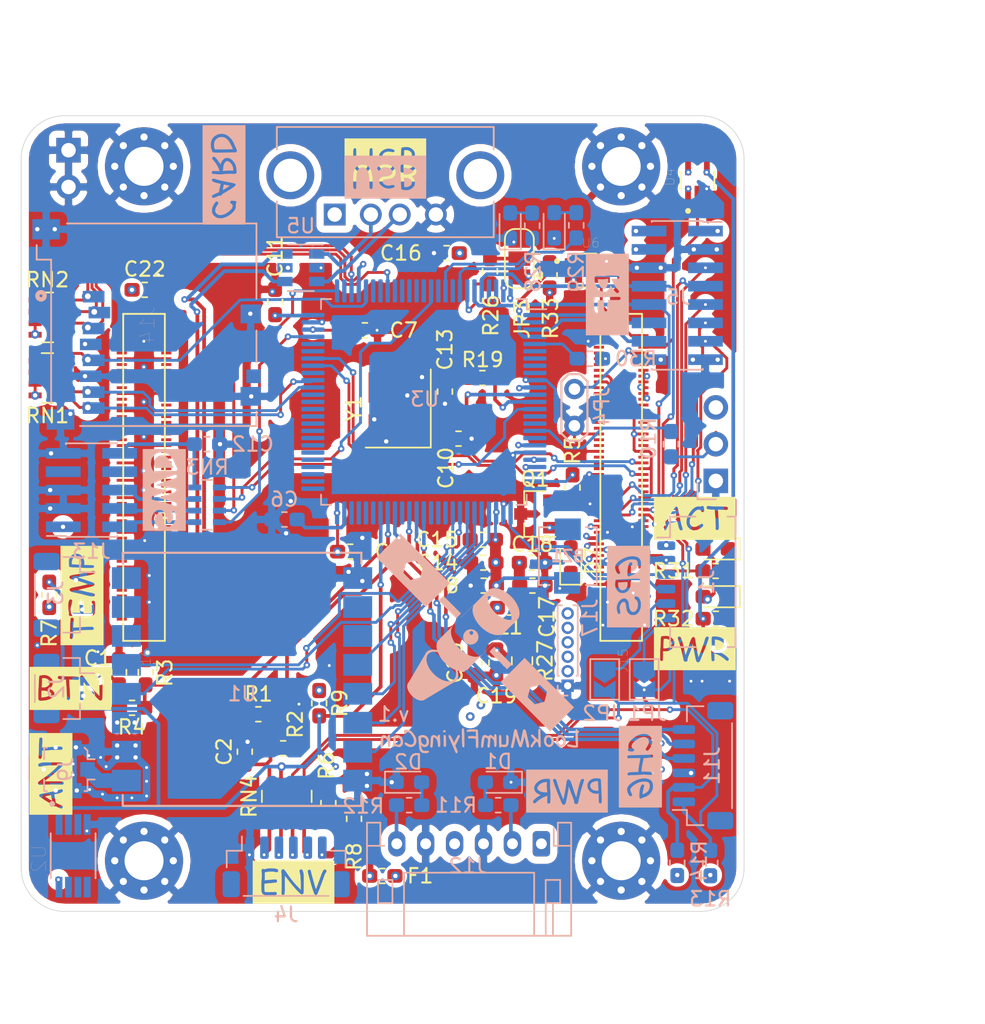
<source format=kicad_pcb>
(kicad_pcb (version 20171130) (host pcbnew "(5.1.6)-1")
  (title_block (title "CanSat Flight Computer PCB") (date 2020-12-09) (rev V1.0) (company LookMumFlyingCan) (comment 1 "Designed by Miłosz 'Miły' Łagan") (comment 3 "ESERO-Poland CanSat 2020/2021 Competition") (comment 4 "CanSat Flight Computer PCB"))
  (layers (0 F.Cu signal) (1 In1.Cu mixed) (2 In2.Cu mixed) (31 B.Cu signal) (34 B.Paste user) (35 F.Paste user) (36 B.SilkS user) (37 F.SilkS user) (38 B.Mask user) (39 F.Mask user) (44 Edge.Cuts user))
  (net 0 "")
  (net 1 GND)
  (net 2 "Net-(C1-Pad1)")
  (net 3 +5V)
  (net 4 +3V3)
  (net 5 "Net-(C6-Pad1)")
  (net 6 "Net-(C7-Pad1)")
  (net 7 "/STM32 MCU/OSC_IN")
  (net 8 "Net-(C12-Pad1)")
  (net 9 "Net-(C13-Pad1)")
  (net 10 "/STM32 MCU/VDDA")
  (net 11 "/STM32 MCU/VREF")
  (net 12 "Net-(D1-Pad2)")
  (net 13 "Net-(D2-Pad2)")
  (net 14 "Net-(D3-Pad2)")
  (net 15 "Net-(D4-Pad2)")
  (net 16 "Net-(D5-Pad1)")
  (net 17 "Net-(D6-Pad1)")
  (net 18 "Net-(F1-Pad1)")
  (net 19 "/Peripherals and Connectors/GPS_RX")
  (net 20 "/Peripherals and Connectors/GPS_TX")
  (net 21 "Net-(J1-Pad5)")
  (net 22 "Net-(J1-Pad6)")
  (net 23 "/Peripherals and Connectors/DS_EXTERNAL")
  (net 24 "Net-(J4-Pad2)")
  (net 25 "Net-(J4-Pad3)")
  (net 26 "Net-(J4-Pad4)")
  (net 27 VBAT)
  (net 28 "/Peripherals and Connectors/MISO")
  (net 29 "/Peripherals and Connectors/MOSI")
  (net 30 "/Peripherals and Connectors/SDA")
  (net 31 "/Peripherals and Connectors/CLK")
  (net 32 "/Peripherals and Connectors/SCL")
  (net 33 "/RPi CM4/CE0")
  (net 34 "/Peripherals and Connectors/GPIO_2")
  (net 35 "/RPi CM4/CE1")
  (net 36 "/Peripherals and Connectors/GPIO_3")
  (net 37 "/Peripherals and Connectors/RF_ANT")
  (net 38 "Net-(J10-Pad2)")
  (net 39 /Power/PWR_CRITICAL)
  (net 40 /Power/PWR_WARN)
  (net 41 /Power/PWR_VALID)
  (net 42 "Net-(J13-Pad2)")
  (net 43 "Net-(J13-Pad4)")
  (net 44 "Net-(J13-Pad6)")
  (net 45 "Net-(J13-Pad7)")
  (net 46 "Net-(J13-Pad8)")
  (net 47 "/STM32 MCU/SD_DAT1")
  (net 48 "Net-(J14-PadSW)")
  (net 49 "/STM32 MCU/SD_DAT0")
  (net 50 "/STM32 MCU/SD_CLK")
  (net 51 "/STM32 MCU/SD_CMD")
  (net 52 "/STM32 MCU/SD_DAT3")
  (net 53 "/STM32 MCU/SD_DAT2")
  (net 54 "Net-(J15-Pad100)")
  (net 55 "/RPi CM4/GLOBAL_EN")
  (net 56 "Net-(J15-Pad97)")
  (net 57 "Net-(J15-Pad96)")
  (net 58 "/RPi CM4/RPI_PWR")
  (net 59 "Net-(J15-Pad94)")
  (net 60 "/RPi CM4/nRPI_BOOT")
  (net 61 "Net-(J15-Pad92)")
  (net 62 "Net-(J15-Pad91)")
  (net 63 "Net-(J15-Pad90)")
  (net 64 "Net-(J15-Pad89)")
  (net 65 "Net-(J15-Pad88)")
  (net 66 "/RPi CM4/GPIO_VREF")
  (net 67 "Net-(J15-Pad82)")
  (net 68 "Net-(J15-Pad80)")
  (net 69 "Net-(J15-Pad76)")
  (net 70 "Net-(J15-Pad75)")
  (net 71 "Net-(J15-Pad73)")
  (net 72 "Net-(J15-Pad72)")
  (net 73 "Net-(J15-Pad70)")
  (net 74 "Net-(J15-Pad69)")
  (net 75 "Net-(J15-Pad68)")
  (net 76 "Net-(J15-Pad67)")
  (net 77 "Net-(J15-Pad64)")
  (net 78 "Net-(J15-Pad63)")
  (net 79 "Net-(J15-Pad62)")
  (net 80 "Net-(J15-Pad61)")
  (net 81 "Net-(J15-Pad58)")
  (net 82 "Net-(J15-Pad57)")
  (net 83 "Net-(J15-Pad56)")
  (net 84 "/RPi CM4/RPI_TX")
  (net 85 "Net-(J15-Pad54)")
  (net 86 "/RPi CM4/RPI_RX")
  (net 87 "Net-(J15-Pad50)")
  (net 88 "Net-(J15-Pad49)")
  (net 89 "Net-(J15-Pad48)")
  (net 90 "Net-(J15-Pad47)")
  (net 91 "Net-(J15-Pad46)")
  (net 92 "Net-(J15-Pad45)")
  (net 93 "Net-(J15-Pad41)")
  (net 94 "Net-(J15-Pad36)")
  (net 95 "Net-(J15-Pad35)")
  (net 96 "/RPi CM4/GPIO_5")
  (net 97 "Net-(J15-Pad31)")
  (net 98 "/RPi CM4/GPIO_6")
  (net 99 "Net-(J15-Pad29)")
  (net 100 "/RPi CM4/GPIO_13")
  (net 101 "Net-(J15-Pad27)")
  (net 102 "/RPi CM4/GPIO_19")
  (net 103 "Net-(J15-Pad25)")
  (net 104 "/RPi CM4/GPIO_26")
  (net 105 "/RPi CM4/RPI_ACT")
  (net 106 "Net-(J15-Pad20)")
  (net 107 "Net-(J15-Pad19)")
  (net 108 "Net-(J15-Pad18)")
  (net 109 "Net-(J15-Pad17)")
  (net 110 "Net-(J15-Pad16)")
  (net 111 "Net-(J15-Pad15)")
  (net 112 "Net-(J15-Pad12)")
  (net 113 "Net-(J15-Pad11)")
  (net 114 "Net-(J15-Pad10)")
  (net 115 "Net-(J15-Pad9)")
  (net 116 "Net-(J15-Pad6)")
  (net 117 "Net-(J15-Pad5)")
  (net 118 "Net-(J15-Pad4)")
  (net 119 "Net-(J15-Pad3)")
  (net 120 "Net-(J16-Pad1)")
  (net 121 "Net-(J16-Pad2)")
  (net 122 "/RPi CM4/USB-")
  (net 123 "Net-(J16-Pad4)")
  (net 124 "/RPi CM4/USB+")
  (net 125 "Net-(J16-Pad6)")
  (net 126 "Net-(J16-Pad9)")
  (net 127 "Net-(J16-Pad10)")
  (net 128 "Net-(J16-Pad11)")
  (net 129 "Net-(J16-Pad12)")
  (net 130 "Net-(J16-Pad15)")
  (net 131 "Net-(J16-Pad16)")
  (net 132 "Net-(J16-Pad17)")
  (net 133 "Net-(J16-Pad18)")
  (net 134 "Net-(J16-Pad21)")
  (net 135 "Net-(J16-Pad22)")
  (net 136 "Net-(J16-Pad23)")
  (net 137 "Net-(J16-Pad24)")
  (net 138 "Net-(J16-Pad27)")
  (net 139 "Net-(J16-Pad28)")
  (net 140 "Net-(J16-Pad29)")
  (net 141 "Net-(J16-Pad30)")
  (net 142 "Net-(J16-Pad33)")
  (net 143 "Net-(J16-Pad34)")
  (net 144 "Net-(J16-Pad35)")
  (net 145 "Net-(J16-Pad36)")
  (net 146 "Net-(J16-Pad39)")
  (net 147 "Net-(J16-Pad40)")
  (net 148 "Net-(J16-Pad41)")
  (net 149 "Net-(J16-Pad42)")
  (net 150 "Net-(J16-Pad43)")
  (net 151 "Net-(J16-Pad45)")
  (net 152 "Net-(J16-Pad46)")
  (net 153 "Net-(J16-Pad47)")
  (net 154 "Net-(J16-Pad48)")
  (net 155 "Net-(J16-Pad49)")
  (net 156 "Net-(J16-Pad51)")
  (net 157 "Net-(J16-Pad52)")
  (net 158 "Net-(J16-Pad53)")
  (net 159 "Net-(J16-Pad54)")
  (net 160 "Net-(J16-Pad57)")
  (net 161 "Net-(J16-Pad58)")
  (net 162 "Net-(J16-Pad59)")
  (net 163 "Net-(J16-Pad60)")
  (net 164 "Net-(J16-Pad63)")
  (net 165 "Net-(J16-Pad64)")
  (net 166 "Net-(J16-Pad65)")
  (net 167 "Net-(J16-Pad66)")
  (net 168 "Net-(J16-Pad69)")
  (net 169 "Net-(J16-Pad70)")
  (net 170 "Net-(J16-Pad71)")
  (net 171 "Net-(J16-Pad72)")
  (net 172 "Net-(J16-Pad75)")
  (net 173 "Net-(J16-Pad76)")
  (net 174 "Net-(J16-Pad77)")
  (net 175 "Net-(J16-Pad78)")
  (net 176 "Net-(J16-Pad81)")
  (net 177 "Net-(J16-Pad82)")
  (net 178 "Net-(J16-Pad83)")
  (net 179 "Net-(J16-Pad84)")
  (net 180 "Net-(J16-Pad87)")
  (net 181 "Net-(J16-Pad88)")
  (net 182 "Net-(J16-Pad89)")
  (net 183 "Net-(J16-Pad90)")
  (net 184 "Net-(J16-Pad93)")
  (net 185 "Net-(J16-Pad94)")
  (net 186 "Net-(J16-Pad95)")
  (net 187 "Net-(J16-Pad96)")
  (net 188 "Net-(J16-Pad99)")
  (net 189 "Net-(J16-Pad100)")
  (net 190 "Net-(JP3-Pad2)")
  (net 191 "/RPi CM4/CONN_USB-")
  (net 192 "/RPi CM4/CONN_USB+")
  (net 193 "/Peripherals and Connectors/DEPLOY")
  (net 194 "/Peripherals and Connectors/LED_DATA")
  (net 195 "/STM32 MCU/SWDIO")
  (net 196 "/STM32 MCU/SWCLK")
  (net 197 "/STM32 MCU/NRST")
  (net 198 "/STM32 MCU/OSC_OUT")
  (net 199 "/STM32 MCU/SWO")
  (net 200 "/STM32 MCU/BOOT0")
  (net 201 "/STM32 MCU/LED1")
  (net 202 "/STM32 MCU/LED2")
  (net 203 "/RPi CM4/RUN_PG")
  (net 204 "Net-(R32-Pad2)")
  (net 205 "/Peripherals and Connectors/RADIO_NSS")
  (net 206 "/Peripherals and Connectors/RADIO_MOSI")
  (net 207 "/Peripherals and Connectors/RADIO_MISO")
  (net 208 "/Peripherals and Connectors/RADIO_CLK")
  (net 209 "Net-(U1-Pad11)")
  (net 210 "Net-(U1-Pad10)")
  (net 211 "Net-(U1-Pad8)")
  (net 212 "Net-(U1-Pad7)")
  (net 213 "Net-(U1-Pad6)")
  (net 214 "/Peripherals and Connectors/RADIO_INT")
  (net 215 "/Peripherals and Connectors/RADIO_RST")
  (net 216 "Net-(U3-Pad6)")
  (net 217 "Net-(U3-Pad7)")
  (net 218 "Net-(U3-Pad8)")
  (net 219 "Net-(U3-Pad9)")
  (net 220 "Net-(U3-Pad18)")
  (net 221 "Net-(U3-Pad23)")
  (net 222 "Net-(U3-Pad41)")
  (net 223 "Net-(U3-Pad45)")
  (net 224 "Net-(U3-Pad47)")
  (net 225 "Net-(U3-Pad48)")
  (net 226 "Net-(U3-Pad51)")
  (net 227 "Net-(U3-Pad52)")
  (net 228 "Net-(U3-Pad53)")
  (net 229 "Net-(U3-Pad54)")
  (net 230 "Net-(U3-Pad55)")
  (net 231 "Net-(U3-Pad56)")
  (net 232 "Net-(U3-Pad57)")
  (net 233 "Net-(U3-Pad58)")
  (net 234 "Net-(U3-Pad59)")
  (net 235 "Net-(U3-Pad60)")
  (net 236 "Net-(U3-Pad61)")
  (net 237 "Net-(U3-Pad62)")
  (net 238 "Net-(U3-Pad63)")
  (net 239 "Net-(U3-Pad64)")
  (net 240 "Net-(U3-Pad67)")
  (net 241 "Net-(U3-Pad77)")
  (net 242 "Net-(U3-Pad81)")
  (net 243 "Net-(U3-Pad82)")
  (net 244 "Net-(U3-Pad84)")
  (net 245 "Net-(U3-Pad85)")
  (net 246 "Net-(U3-Pad86)")
  (net 247 "Net-(U3-Pad87)")
  (net 248 "Net-(U3-Pad88)")
  (net 249 "Net-(U3-Pad90)")
  (net 250 "Net-(U3-Pad92)")
  (net 251 "Net-(U3-Pad97)")
  (net 252 "Net-(U3-Pad98)")
  (net 253 "Net-(RN1-Pad5)")
  (net 254 "Net-(RN1-Pad6)")
  (net 255 "Net-(RN1-Pad4)")
  (net 256 "Net-(RN1-Pad3)")
  (net 257 "/RPi CM4/RPI_ENABLE")
  (net 258 "Net-(U3-Pad71)")
  (net 259 "Net-(U3-Pad70)")
  (net 260 "Net-(U3-Pad46)")
  (net 261 "Net-(U3-Pad37)")
  (net 262 "Net-(U3-Pad36)")
  (net 263 "Net-(U3-Pad35)")
  (net 264 "Net-(U3-Pad16)")
  (net 265 "Net-(U3-Pad15)")
  (net 266 "Net-(U3-Pad2)")
  (net 267 "Net-(BZ1-Pad2)")
  (net 268 "Net-(C2-Pad1)")
  (net 269 "Net-(J4-Pad5)")
  (net 270 "Net-(Q1-Pad2)")
  (net 271 "/Peripherals and Connectors/BUTTON")
  (net 272 "/Peripherals and Connectors/BUZZER")
  (module Connector_JST:JST_SHL_SM06B-SHLS-TF_1x06-1MP_P1.00mm_Horizontal (layer B.Cu) (at 231.291 62.222 270)
    (fp_text reference J1 (at 0.008 -1.119 270) (layer B.SilkS) (effects (justify mirror)))
    (fp_text value GPS)
    (pad 1 smd roundrect (at -2.5 1.675 270) (size 0.6 1.25) (layers B.Cu B.Paste B.Mask) (net 3 +5V))
    (pad 2 smd roundrect (at -1.5 1.675 270) (size 0.6 1.25) (layers B.Cu B.Paste B.Mask) (net 1 GND))
    (pad 3 smd roundrect (at -0.5 1.675 270) (size 0.6 1.25) (layers B.Cu B.Paste B.Mask) (net 19 "/Peripherals and Connectors/GPS_RX"))
    (pad 4 smd roundrect (at 0.5 1.675 270) (size 0.6 1.25) (layers B.Cu B.Paste B.Mask) (net 20 "/Peripherals and Connectors/GPS_TX"))
    (pad 5 smd roundrect (at 1.5 1.675 270) (size 0.6 1.25) (layers B.Cu B.Paste B.Mask) (net 21 "Net-(J1-Pad5)"))
    (pad 6 smd roundrect (at 2.5 1.675 270) (size 0.6 1.25) (layers B.Cu B.Paste B.Mask) (net 22 "Net-(J1-Pad6)"))
    (pad MP smd roundrect (at -3.95 -1.45 270) (size 0.9 1.7) (layers B.Cu B.Paste B.Mask))
    (pad MP smd roundrect (at 3.95 -1.45 270) (size 0.9 1.7) (layers B.Cu B.Paste B.Mask))
  )
  (module Resistor_SMD:R_0603_1608Metric_Pad1.05x0.95mm_HandSolder (layer F.Cu) (at 206.248 77.5195 90)
    (fp_text reference R6 (at 2.5895 -0.127 90) (layer F.SilkS))
    (fp_text value 4k7)
    (pad 1 smd roundrect (at -0.875 0 90) (size 1.05 0.95) (layers F.Cu F.Paste F.Mask) (net 18 "Net-(F1-Pad1)"))
    (pad 2 smd roundrect (at 0.875 0 90) (size 1.05 0.95) (layers F.Cu F.Paste F.Mask) (net 26 "Net-(J4-Pad4)"))
  )
  (module Libs:env (layer F.Cu) (at 203.835 82.9945)
    (fp_text reference G*** hide)
    (fp_text value LOGO hide)
  )
  (module Libs:chg (layer B.Cu) (at 227.838 74.9935 270)
    (fp_text reference G*** hide)
    (fp_text value LOGO hide)
  )
  (module Libs:rf (layer B.Cu) (at 225.552 42.3545 270)
    (fp_text reference G*** hide)
    (fp_text value LOGO hide)
  )
  (module Libs:gps (layer B.Cu) (at 227.0125 62.5475 270)
    (fp_text reference G*** hide)
    (fp_text value LOGO hide)
  )
  (module Connector_PinHeader_2.54mm:PinHeader_1x02_P2.54mm_Vertical (layer F.Cu) (at 188.2775 32.385)
    (fp_text reference J6 hide)
    (fp_text value GND hide)
    (pad 2 thru_hole oval (at 0 2.54) (size 1.7 1.7) (drill 1) (layers *.Cu *.Mask) (net 1 GND))
    (pad 1 thru_hole rect (at 0 0) (size 1.7 1.7) (drill 1) (layers *.Cu *.Mask) (net 1 GND))
  )
  (module Connector_PinHeader_2.54mm:PinHeader_1x03_P2.54mm_Horizontal (layer B.Cu) (at 233.045 55.245)
    (fp_text reference J10 hide)
    (fp_text value LED)
    (pad 1 thru_hole rect (at 0 0) (size 1.7 1.7) (drill 1) (layers *.Cu *.Mask) (net 1 GND))
    (pad 2 thru_hole oval (at 0 -2.54) (size 1.7 1.7) (drill 1) (layers *.Cu *.Mask) (net 38 "Net-(J10-Pad2)"))
    (pad 3 thru_hole oval (at 0 -5.08) (size 1.7 1.7) (drill 1) (layers *.Cu *.Mask) (net 3 +5V))
  )
  (module Libs:pwr (layer F.Cu) (at 231.5845 66.8655)
    (fp_text reference G*** hide)
    (fp_text value LOGO hide)
  )
  (module Libs:act (layer F.Cu) (at 231.5845 57.8485)
    (fp_text reference G*** hide)
    (fp_text value LOGO hide)
  )
  (module Libs:usb (layer B.Cu) (at 210.185 34.2265)
    (fp_text reference G*** hide)
    (fp_text value LOGO hide)
  )
  (module Libs:usb (layer F.Cu) (at 210.185 33.0835)
    (fp_text reference G*** hide)
    (fp_text value LOGO hide)
  )
  (module Libs:card (layer B.Cu) (at 199.009 34.0995 90)
    (fp_text reference G*** hide)
    (fp_text value LOGO hide)
  )
  (module Libs:swd (layer B.Cu) (at 194.8815 55.88 90)
    (fp_text reference G*** hide)
    (fp_text value LOGO hide)
  )
  (module Libs:temp (layer F.Cu) (at 189.23 63.1825 90)
    (fp_text reference G*** hide)
    (fp_text value LOGO hide)
  )
  (module Libs:btn (layer F.Cu) (at 188.4045 69.596)
    (fp_text reference G*** hide)
    (fp_text value LOGO hide)
  )
  (module Libs:ant (layer F.Cu) (at 187.071 75.5015 90)
    (fp_text reference G*** hide)
    (fp_text value LOGO hide)
  )
  (module Libs:pwr (layer B.Cu) (at 222.758 76.708 180)
    (fp_text reference G*** hide)
    (fp_text value LOGO hide)
  )
  (module MountingHole:MountingHole_2.7mm_M2.5_Pad_Via (layer F.Cu) (at 226.5 81.5)
    (fp_text reference H3 hide)
    (fp_text value MountingHole_Pad)
    (pad 1 thru_hole circle (at 0 0) (size 5.4 5.4) (drill 2.7) (layers *.Cu *.Mask) (net 1 GND))
    (pad 1 thru_hole circle (at 2.025 0) (size 0.8 0.8) (drill 0.5) (layers *.Cu *.Mask) (net 1 GND))
    (pad 1 thru_hole circle (at 1.431891 1.431891) (size 0.8 0.8) (drill 0.5) (layers *.Cu *.Mask) (net 1 GND))
    (pad 1 thru_hole circle (at 0 2.025) (size 0.8 0.8) (drill 0.5) (layers *.Cu *.Mask) (net 1 GND))
    (pad 1 thru_hole circle (at -1.431891 1.431891) (size 0.8 0.8) (drill 0.5) (layers *.Cu *.Mask) (net 1 GND))
    (pad 1 thru_hole circle (at -2.025 0) (size 0.8 0.8) (drill 0.5) (layers *.Cu *.Mask) (net 1 GND))
    (pad 1 thru_hole circle (at -1.431891 -1.431891) (size 0.8 0.8) (drill 0.5) (layers *.Cu *.Mask) (net 1 GND))
    (pad 1 thru_hole circle (at 0 -2.025) (size 0.8 0.8) (drill 0.5) (layers *.Cu *.Mask) (net 1 GND))
    (pad 1 thru_hole circle (at 1.431891 -1.431891) (size 0.8 0.8) (drill 0.5) (layers *.Cu *.Mask) (net 1 GND))
  )
  (module Libs:lookmumflyingcan_cs (layer B.Cu) (at 216.7255 73.152 180)
    (fp_text reference G*** hide)
    (fp_text value LOGO hide)
  )
  (module Libs:cansat_bw (layer B.Cu) (at 216.408 65.7225 90)
    (fp_text reference G*** hide)
    (fp_text value LOGO hide)
  )
  (module Resistor_SMD:R_Array_Concave_4x0603 (layer B.Cu) (at 197.866 56.896 180)
    (fp_text reference RN3 (at 0 2.6) (layer B.SilkS) (effects (justify mirror)))
    (fp_text value 22)
    (pad 5 smd rect (at 0.85 -1.2 180) (size 0.9 0.4) (layers B.Cu B.Paste B.Mask) (net 42 "Net-(J13-Pad2)"))
    (pad 6 smd rect (at 0.85 -0.4 180) (size 0.9 0.4) (layers B.Cu B.Paste B.Mask) (net 43 "Net-(J13-Pad4)"))
    (pad 7 smd rect (at 0.85 0.4 180) (size 0.9 0.4) (layers B.Cu B.Paste B.Mask) (net 44 "Net-(J13-Pad6)"))
    (pad 8 smd rect (at 0.85 1.2 180) (size 0.9 0.4) (layers B.Cu B.Paste B.Mask) (net 8 "Net-(C12-Pad1)"))
    (pad 4 smd rect (at -0.85 -1.2 180) (size 0.9 0.4) (layers B.Cu B.Paste B.Mask) (net 195 "/STM32 MCU/SWDIO"))
    (pad 1 smd rect (at -0.85 1.2 180) (size 0.9 0.4) (layers B.Cu B.Paste B.Mask) (net 197 "/STM32 MCU/NRST"))
    (pad 3 smd rect (at -0.85 -0.4 180) (size 0.9 0.4) (layers B.Cu B.Paste B.Mask) (net 196 "/STM32 MCU/SWCLK"))
    (pad 2 smd rect (at -0.85 0.4 180) (size 0.9 0.4) (layers B.Cu B.Paste B.Mask) (net 199 "/STM32 MCU/SWO"))
  )
  (module Resistor_SMD:R_Array_Concave_4x0603 (layer F.Cu) (at 186.817 43.942)
    (fp_text reference RN2 (at 0 -2.6) (layer F.SilkS))
    (fp_text value 47k)
    (pad 5 smd rect (at 0.85 1.2) (size 0.9 0.4) (layers F.Cu F.Paste F.Mask) (net 50 "/STM32 MCU/SD_CLK"))
    (pad 6 smd rect (at 0.85 0.4) (size 0.9 0.4) (layers F.Cu F.Paste F.Mask) (net 51 "/STM32 MCU/SD_CMD"))
    (pad 7 smd rect (at 0.85 -0.4) (size 0.9 0.4) (layers F.Cu F.Paste F.Mask) (net 52 "/STM32 MCU/SD_DAT3"))
    (pad 8 smd rect (at 0.85 -1.2) (size 0.9 0.4) (layers F.Cu F.Paste F.Mask) (net 53 "/STM32 MCU/SD_DAT2"))
    (pad 4 smd rect (at -0.85 1.2) (size 0.9 0.4) (layers F.Cu F.Paste F.Mask) (net 4 +3V3))
    (pad 1 smd rect (at -0.85 -1.2) (size 0.9 0.4) (layers F.Cu F.Paste F.Mask) (net 4 +3V3))
    (pad 3 smd rect (at -0.85 0.4) (size 0.9 0.4) (layers F.Cu F.Paste F.Mask) (net 4 +3V3))
    (pad 2 smd rect (at -0.85 -0.4) (size 0.9 0.4) (layers F.Cu F.Paste F.Mask) (net 4 +3V3))
  )
  (module Resistor_SMD:R_Array_Concave_4x0603 (layer F.Cu) (at 186.817 48.133 180)
    (fp_text reference RN1 (at 0 -2.6) (layer F.SilkS))
    (fp_text value 47k)
    (pad 5 smd rect (at 0.85 1.2 180) (size 0.9 0.4) (layers F.Cu F.Paste F.Mask) (net 253 "Net-(RN1-Pad5)"))
    (pad 6 smd rect (at 0.85 0.4 180) (size 0.9 0.4) (layers F.Cu F.Paste F.Mask) (net 254 "Net-(RN1-Pad6)"))
    (pad 7 smd rect (at 0.85 -0.4 180) (size 0.9 0.4) (layers F.Cu F.Paste F.Mask) (net 4 +3V3))
    (pad 8 smd rect (at 0.85 -1.2 180) (size 0.9 0.4) (layers F.Cu F.Paste F.Mask) (net 4 +3V3))
    (pad 4 smd rect (at -0.85 1.2 180) (size 0.9 0.4) (layers F.Cu F.Paste F.Mask) (net 255 "Net-(RN1-Pad4)"))
    (pad 1 smd rect (at -0.85 -1.2 180) (size 0.9 0.4) (layers F.Cu F.Paste F.Mask) (net 47 "/STM32 MCU/SD_DAT1"))
    (pad 3 smd rect (at -0.85 0.4 180) (size 0.9 0.4) (layers F.Cu F.Paste F.Mask) (net 256 "Net-(RN1-Pad3)"))
    (pad 2 smd rect (at -0.85 -0.4 180) (size 0.9 0.4) (layers F.Cu F.Paste F.Mask) (net 49 "/STM32 MCU/SD_DAT0"))
  )
  (module Connector_Coaxial:U.FL_Molex_MCRF_73412-0110_Vertical (layer B.Cu) (at 188.087 75.184 270)
    (fp_text reference J9 (at 0 0 270) (layer B.SilkS) (effects (justify mirror)))
    (fp_text value COMM_ANT)
    (pad 1 smd rect (at 0 -1.5 270) (size 1 1) (layers B.Cu B.Paste B.Mask) (net 37 "/Peripherals and Connectors/RF_ANT"))
    (pad 2 smd rect (at 0 1.5 270) (size 1 1) (layers B.Cu B.Paste B.Mask) (net 1 GND))
    (pad 2 smd rect (at 1.475 0 270) (size 1.05 2.2) (layers B.Cu B.Paste B.Mask) (net 1 GND))
    (pad 2 smd rect (at -1.475 0 270) (size 1.05 2.2) (layers B.Cu B.Paste B.Mask) (net 1 GND))
  )
  (module Fuse:Fuse_0603_1608Metric_Pad1.05x0.95mm_HandSolder (layer F.Cu) (at 209.9805 82.55)
    (fp_text reference F1 (at 2.6175 0 -180) (layer F.SilkS))
    (fp_text value Polyfuse_Small)
    (pad 1 smd roundrect (at -0.875 0) (size 1.05 0.95) (layers F.Cu F.Paste F.Mask) (net 18 "Net-(F1-Pad1)"))
    (pad 2 smd roundrect (at 0.875 0) (size 1.05 0.95) (layers F.Cu F.Paste F.Mask) (net 4 +3V3))
  )
  (module RF_Module:Ai-Thinker-Ra-01-LoRa (layer B.Cu) (at 200.279 68.961)
    (fp_text reference U1 (at 0 1) (layer B.SilkS) (effects (justify mirror)))
    (fp_text value Ai-Thinker-Ra-01)
    (pad 1 smd rect (at -8 7) (size 2 1.5) (layers B.Cu B.Paste B.Mask) (net 37 "/Peripherals and Connectors/RF_ANT"))
    (pad 2 smd rect (at -8 5) (size 2 1.5) (layers B.Cu B.Paste B.Mask) (net 1 GND))
    (pad 3 smd rect (at -8 3) (size 2 1.5) (layers B.Cu B.Paste B.Mask) (net 4 +3V3))
    (pad 4 smd rect (at -8 1) (size 2 1.5) (layers B.Cu B.Paste B.Mask) (net 215 "/Peripherals and Connectors/RADIO_RST"))
    (pad 5 smd rect (at -8 -1) (size 2 1.5) (layers B.Cu B.Paste B.Mask) (net 214 "/Peripherals and Connectors/RADIO_INT"))
    (pad 6 smd rect (at -8 -3) (size 2 1.5) (layers B.Cu B.Paste B.Mask) (net 213 "Net-(U1-Pad6)"))
    (pad 7 smd rect (at -8 -5) (size 2 1.5) (layers B.Cu B.Paste B.Mask) (net 212 "Net-(U1-Pad7)"))
    (pad 8 smd rect (at -8 -7) (size 2 1.5) (layers B.Cu B.Paste B.Mask) (net 211 "Net-(U1-Pad8)"))
    (pad 9 smd rect (at 8 -7) (size 2 1.5) (layers B.Cu B.Paste B.Mask) (net 1 GND))
    (pad 10 smd rect (at 8 -5) (size 2 1.5) (layers B.Cu B.Paste B.Mask) (net 210 "Net-(U1-Pad10)"))
    (pad 11 smd rect (at 8 -3) (size 2 1.5) (layers B.Cu B.Paste B.Mask) (net 209 "Net-(U1-Pad11)"))
    (pad 12 smd rect (at 8 -1) (size 2 1.5) (layers B.Cu B.Paste B.Mask) (net 208 "/Peripherals and Connectors/RADIO_CLK"))
    (pad 13 smd rect (at 8 1) (size 2 1.5) (layers B.Cu B.Paste B.Mask) (net 207 "/Peripherals and Connectors/RADIO_MISO"))
    (pad 14 smd rect (at 8 3) (size 2 1.5) (layers B.Cu B.Paste B.Mask) (net 206 "/Peripherals and Connectors/RADIO_MOSI"))
    (pad 15 smd rect (at 8 5) (size 2 1.5) (layers B.Cu B.Paste B.Mask) (net 205 "/Peripherals and Connectors/RADIO_NSS"))
    (pad 16 smd rect (at 8 7) (size 2 1.5) (layers B.Cu B.Paste B.Mask) (net 1 GND))
  )
  (module Libs:MOLEX_47352-1001 (layer B.Cu) (at 193.675 44.45 90)
    (fp_text reference J14 (at 0 0.0635 270) (layer B.SilkS) (effects (font (thickness 0.015)) (justify mirror)))
    (fp_text value SDCARD)
    (pad 1 smd rect (at 1.94 -3.66 90) (size 0.8 1.5) (layers B.Cu B.Paste B.Mask) (net 53 "/STM32 MCU/SD_DAT2"))
    (pad 2 smd rect (at 0.84 -3.26 90) (size 0.8 1.5) (layers B.Cu B.Paste B.Mask) (net 52 "/STM32 MCU/SD_DAT3"))
    (pad 3 smd rect (at -0.26 -3.66 90) (size 0.8 1.5) (layers B.Cu B.Paste B.Mask) (net 51 "/STM32 MCU/SD_CMD"))
    (pad 4 smd rect (at -1.36 -3.86 90) (size 0.8 1.5) (layers B.Cu B.Paste B.Mask) (net 4 +3V3))
    (pad 5 smd rect (at -2.46 -3.66 90) (size 0.8 1.5) (layers B.Cu B.Paste B.Mask) (net 50 "/STM32 MCU/SD_CLK"))
    (pad 6 smd rect (at -3.56 -3.86 90) (size 0.8 1.5) (layers B.Cu B.Paste B.Mask) (net 1 GND))
    (pad 7 smd rect (at -4.66 -3.66 90) (size 0.8 1.5) (layers B.Cu B.Paste B.Mask) (net 49 "/STM32 MCU/SD_DAT0"))
    (pad S4 smd rect (at 6.6 -6.95 90) (size 1.4 1.9) (layers B.Cu B.Paste B.Mask) (net 1 GND))
    (pad S2 smd rect (at 0.75 7.2 90) (size 1.3 1.4) (layers B.Cu B.Paste B.Mask) (net 1 GND))
    (pad SW smd rect (at -3.56 7.4 90) (size 0.95 1) (layers B.Cu B.Paste B.Mask) (net 48 "Net-(J14-PadSW)"))
    (pad S1 smd rect (at -4.95 7.2 90) (size 1.3 1.4) (layers B.Cu B.Paste B.Mask) (net 1 GND))
    (pad S3 smd rect (at -6.55 -5.95 90) (size 1.4 1.9) (layers B.Cu B.Paste B.Mask) (net 1 GND))
    (pad 8 smd rect (at -5.76 -3.66 90) (size 0.8 1.5) (layers B.Cu B.Paste B.Mask) (net 47 "/STM32 MCU/SD_DAT1"))
  )
  (module Capacitor_SMD:C_0603_1608Metric_Pad1.05x0.95mm_HandSolder (layer F.Cu) (at 191.77 68.467 90)
    (fp_text reference C1 (at 0.9665 -1.4605 180) (layer F.SilkS))
    (fp_text value 1u)
    (pad 2 smd roundrect (at 0.875 0 90) (size 1.05 0.95) (layers F.Cu F.Paste F.Mask) (net 1 GND))
    (pad 1 smd roundrect (at -0.875 0 90) (size 1.05 0.95) (layers F.Cu F.Paste F.Mask) (net 2 "Net-(C1-Pad1)"))
  )
  (module Capacitor_SMD:C_0603_1608Metric_Pad1.05x0.95mm_HandSolder (layer B.Cu) (at 203.214 57.912 180)
    (fp_text reference C6 (at 0.014 1.397) (layer B.SilkS) (effects (justify mirror)))
    (fp_text value 2u2)
    (pad 2 smd roundrect (at 0.875 0 180) (size 1.05 0.95) (layers B.Cu B.Paste B.Mask) (net 1 GND))
    (pad 1 smd roundrect (at -0.875 0 180) (size 1.05 0.95) (layers B.Cu B.Paste B.Mask) (net 5 "Net-(C6-Pad1)"))
  )
  (module Capacitor_SMD:C_0603_1608Metric_Pad1.05x0.95mm_HandSolder (layer F.Cu) (at 208.774 44.831)
    (fp_text reference C7 (at 2.681 0) (layer F.SilkS))
    (fp_text value 2u2)
    (pad 1 smd roundrect (at -0.875 0) (size 1.05 0.95) (layers F.Cu F.Paste F.Mask) (net 6 "Net-(C7-Pad1)"))
    (pad 2 smd roundrect (at 0.875 0) (size 1.05 0.95) (layers F.Cu F.Paste F.Mask) (net 1 GND))
  )
  (module Capacitor_SMD:C_0603_1608Metric_Pad1.05x0.95mm_HandSolder (layer F.Cu) (at 216.9935 62.484 180)
    (fp_text reference C8 (at 2.681 0) (layer F.SilkS))
    (fp_text value 4u7)
    (pad 1 smd roundrect (at -0.875 0 180) (size 1.05 0.95) (layers F.Cu F.Paste F.Mask) (net 4 +3V3))
    (pad 2 smd roundrect (at 0.875 0 180) (size 1.05 0.95) (layers F.Cu F.Paste F.Mask) (net 1 GND))
  )
  (module Capacitor_SMD:C_0603_1608Metric_Pad1.05x0.95mm_HandSolder (layer F.Cu) (at 207.758 60.1345)
    (fp_text reference C9 (at 2.667 0) (layer F.SilkS))
    (fp_text value 100n)
    (pad 1 smd roundrect (at -0.875 0) (size 1.05 0.95) (layers F.Cu F.Paste F.Mask) (net 4 +3V3))
    (pad 2 smd roundrect (at 0.875 0) (size 1.05 0.95) (layers F.Cu F.Paste F.Mask) (net 1 GND))
  )
  (module Capacitor_SMD:C_0603_1608Metric_Pad1.05x0.95mm_HandSolder (layer F.Cu) (at 215.251 52.324)
    (fp_text reference C10 (at -0.875 2.032 90) (layer F.SilkS))
    (fp_text value 12p)
    (pad 2 smd roundrect (at 0.875 0) (size 1.05 0.95) (layers F.Cu F.Paste F.Mask) (net 1 GND))
    (pad 1 smd roundrect (at -0.875 0) (size 1.05 0.95) (layers F.Cu F.Paste F.Mask) (net 7 "/STM32 MCU/OSC_IN"))
  )
  (module Capacitor_SMD:C_0603_1608Metric_Pad1.05x0.95mm_HandSolder (layer F.Cu) (at 202.565 42.8765 90)
    (fp_text reference C11 (at 3.161 0 90) (layer F.SilkS))
    (fp_text value 100n)
    (pad 1 smd roundrect (at -0.875 0 90) (size 1.05 0.95) (layers F.Cu F.Paste F.Mask) (net 4 +3V3))
    (pad 2 smd roundrect (at 0.875 0 90) (size 1.05 0.95) (layers F.Cu F.Paste F.Mask) (net 1 GND))
  )
  (module Capacitor_SMD:C_0603_1608Metric_Pad1.05x0.95mm_HandSolder (layer B.Cu) (at 197.852 52.705)
    (fp_text reference C12 (at 3.175 0) (layer B.SilkS) (effects (justify mirror)))
    (fp_text value 1u)
    (pad 2 smd roundrect (at 0.875 0) (size 1.05 0.95) (layers B.Cu B.Paste B.Mask) (net 1 GND))
    (pad 1 smd roundrect (at -0.875 0) (size 1.05 0.95) (layers B.Cu B.Paste B.Mask) (net 8 "Net-(C12-Pad1)"))
  )
  (module Capacitor_SMD:C_0603_1608Metric_Pad1.05x0.95mm_HandSolder (layer F.Cu) (at 214.3125 49.0715 270)
    (fp_text reference C13 (at -2.907 0 90) (layer F.SilkS))
    (fp_text value 12p)
    (pad 1 smd roundrect (at -0.875 0 270) (size 1.05 0.95) (layers F.Cu F.Paste F.Mask) (net 9 "Net-(C13-Pad1)"))
    (pad 2 smd roundrect (at 0.875 0 270) (size 1.05 0.95) (layers F.Cu F.Paste F.Mask) (net 1 GND))
  )
  (module Capacitor_SMD:C_0603_1608Metric_Pad1.05x0.95mm_HandSolder (layer F.Cu) (at 216.9655 60.8965 180)
    (fp_text reference C14 (at 3.175 0) (layer F.SilkS))
    (fp_text value 100n)
    (pad 1 smd roundrect (at -0.875 0 180) (size 1.05 0.95) (layers F.Cu F.Paste F.Mask) (net 4 +3V3))
    (pad 2 smd roundrect (at 0.875 0 180) (size 1.05 0.95) (layers F.Cu F.Paste F.Mask) (net 1 GND))
  )
  (module Capacitor_SMD:C_0603_1608Metric_Pad1.05x0.95mm_HandSolder (layer F.Cu) (at 216.93 59.309 180)
    (fp_text reference C15 (at 3.175 0) (layer F.SilkS))
    (fp_text value 100n)
    (pad 2 smd roundrect (at 0.875 0 180) (size 1.05 0.95) (layers F.Cu F.Paste F.Mask) (net 1 GND))
    (pad 1 smd roundrect (at -0.875 0 180) (size 1.05 0.95) (layers F.Cu F.Paste F.Mask) (net 4 +3V3))
  )
  (module Capacitor_SMD:C_0603_1608Metric_Pad1.05x0.95mm_HandSolder (layer F.Cu) (at 214.4255 39.497 180)
    (fp_text reference C16 (at 3.161 0) (layer F.SilkS))
    (fp_text value 100n)
    (pad 1 smd roundrect (at -0.875 0 180) (size 1.05 0.95) (layers F.Cu F.Paste F.Mask) (net 4 +3V3))
    (pad 2 smd roundrect (at 0.875 0 180) (size 1.05 0.95) (layers F.Cu F.Paste F.Mask) (net 1 GND))
  )
  (module Capacitor_SMD:C_0603_1608Metric_Pad1.05x0.95mm_HandSolder (layer F.Cu) (at 220.359 62.484)
    (fp_text reference C17 (at 1.002 2.159 90) (layer F.SilkS))
    (fp_text value 1u)
    (pad 2 smd roundrect (at 0.875 0) (size 1.05 0.95) (layers F.Cu F.Paste F.Mask) (net 1 GND))
    (pad 1 smd roundrect (at -0.875 0) (size 1.05 0.95) (layers F.Cu F.Paste F.Mask) (net 10 "/STM32 MCU/VDDA"))
  )
  (module Capacitor_SMD:C_0603_1608Metric_Pad1.05x0.95mm_HandSolder (layer F.Cu) (at 220.331 60.8965)
    (fp_text reference C18 (at 0.014 -1.27) (layer F.SilkS))
    (fp_text value 10n)
    (pad 1 smd roundrect (at -0.875 0) (size 1.05 0.95) (layers F.Cu F.Paste F.Mask) (net 10 "/STM32 MCU/VDDA"))
    (pad 2 smd roundrect (at 0.875 0) (size 1.05 0.95) (layers F.Cu F.Paste F.Mask) (net 1 GND))
  )
  (module Capacitor_SMD:C_0603_1608Metric_Pad1.05x0.95mm_HandSolder (layer F.Cu) (at 217.8685 67.804 270)
    (fp_text reference C19 (at 2.3 0) (layer F.SilkS))
    (fp_text value 100n)
    (pad 2 smd roundrect (at 0.875 0 270) (size 1.05 0.95) (layers F.Cu F.Paste F.Mask) (net 1 GND))
    (pad 1 smd roundrect (at -0.875 0 270) (size 1.05 0.95) (layers F.Cu F.Paste F.Mask) (net 11 "/STM32 MCU/VREF"))
  )
  (module Capacitor_SMD:C_0603_1608Metric_Pad1.05x0.95mm_HandSolder (layer F.Cu) (at 216.3445 67.804 270)
    (fp_text reference C20 (at 0 1.3335 90) (layer F.SilkS))
    (fp_text value 100n)
    (pad 2 smd roundrect (at 0.875 0 270) (size 1.05 0.95) (layers F.Cu F.Paste F.Mask) (net 1 GND))
    (pad 1 smd roundrect (at -0.875 0 270) (size 1.05 0.95) (layers F.Cu F.Paste F.Mask) (net 11 "/STM32 MCU/VREF"))
  )
  (module Capacitor_SMD:C_0603_1608Metric_Pad1.05x0.95mm_HandSolder (layer F.Cu) (at 193.548 42.037)
    (fp_text reference C22 (at 0 -1.43) (layer F.SilkS))
    (fp_text value 100n)
    (pad 1 smd roundrect (at -0.875 0) (size 1.05 0.95) (layers F.Cu F.Paste F.Mask) (net 4 +3V3))
    (pad 2 smd roundrect (at 0.875 0) (size 1.05 0.95) (layers F.Cu F.Paste F.Mask) (net 1 GND))
  )
  (module LED_SMD:LED_0603_1608Metric_Pad1.05x0.95mm_HandSolder (layer B.Cu) (at 217.9815 76.073 180)
    (fp_text reference D1 (at 0 1.43) (layer B.SilkS) (effects (justify mirror)))
    (fp_text value 5V)
    (pad 1 smd roundrect (at -0.875 0 180) (size 1.05 0.95) (layers B.Cu B.Paste B.Mask) (net 1 GND))
    (pad 2 smd roundrect (at 0.875 0 180) (size 1.05 0.95) (layers B.Cu B.Paste B.Mask) (net 12 "Net-(D1-Pad2)"))
  )
  (module LED_SMD:LED_0603_1608Metric_Pad1.05x0.95mm_HandSolder (layer B.Cu) (at 211.822 76.073)
    (fp_text reference D2 (at -0.0495 -1.397 180) (layer B.SilkS) (effects (justify mirror)))
    (fp_text value 3V3)
    (pad 2 smd roundrect (at 0.875 0) (size 1.05 0.95) (layers B.Cu B.Paste B.Mask) (net 13 "Net-(D2-Pad2)"))
    (pad 1 smd roundrect (at -0.875 0) (size 1.05 0.95) (layers B.Cu B.Paste B.Mask) (net 1 GND))
  )
  (module LED_SMD:LED_0603_1608Metric_Pad1.05x0.95mm_HandSolder (layer B.Cu) (at 218.821 37.592 90)
    (fp_text reference D3 hide)
    (fp_text value LED1)
    (pad 2 smd roundrect (at 0.875 0 90) (size 1.05 0.95) (layers B.Cu B.Paste B.Mask) (net 14 "Net-(D3-Pad2)"))
    (pad 1 smd roundrect (at -0.875 0 90) (size 1.05 0.95) (layers B.Cu B.Paste B.Mask) (net 1 GND))
  )
  (module LED_SMD:LED_0603_1608Metric_Pad1.05x0.95mm_HandSolder (layer B.Cu) (at 221.869 37.578 90)
    (fp_text reference D4 hide)
    (fp_text value LED2)
    (pad 1 smd roundrect (at -0.875 0 90) (size 1.05 0.95) (layers B.Cu B.Paste B.Mask) (net 1 GND))
    (pad 2 smd roundrect (at 0.875 0 90) (size 1.05 0.95) (layers B.Cu B.Paste B.Mask) (net 15 "Net-(D4-Pad2)"))
  )
  (module LED_SMD:LED_0603_1608Metric_Pad1.05x0.95mm_HandSolder (layer F.Cu) (at 233.031 59.944 180)
    (fp_text reference D5 hide)
    (fp_text value RPI_ACT)
    (pad 1 smd roundrect (at -0.875 0 180) (size 1.05 0.95) (layers F.Cu F.Paste F.Mask) (net 16 "Net-(D5-Pad1)"))
    (pad 2 smd roundrect (at 0.875 0 180) (size 1.05 0.95) (layers F.Cu F.Paste F.Mask) (net 4 +3V3))
  )
  (module LED_SMD:LED_0603_1608Metric_Pad1.05x0.95mm_HandSolder (layer F.Cu) (at 233.045 63.246 180)
    (fp_text reference D6 hide)
    (fp_text value RPI_PWR)
    (pad 2 smd roundrect (at 0.875 0 180) (size 1.05 0.95) (layers F.Cu F.Paste F.Mask) (net 4 +3V3))
    (pad 1 smd roundrect (at -0.875 0 180) (size 1.05 0.95) (layers F.Cu F.Paste F.Mask) (net 17 "Net-(D6-Pad1)"))
  )
  (module Connector_JST:JST_SH_BM02B-SRSS-TB_1x02-1MP_P1.00mm_Vertical (layer B.Cu) (at 187.96 69.596 270)
    (fp_text reference J2 (at -0.127 0.508 270) (layer B.SilkS) (effects (justify mirror)))
    (fp_text value DEPLOY)
    (pad MP smd roundrect (at 1.8 1.2 270) (size 1.2 1.8) (layers B.Cu B.Paste B.Mask) (roundrect_rratio 0.208333))
    (pad MP smd roundrect (at -1.8 1.2 270) (size 1.2 1.8) (layers B.Cu B.Paste B.Mask) (roundrect_rratio 0.208333))
    (pad 2 smd roundrect (at 0.5 -1.325 270) (size 0.6 1.55) (layers B.Cu B.Paste B.Mask) (net 4 +3V3))
    (pad 1 smd roundrect (at -0.5 -1.325 270) (size 0.6 1.55) (layers B.Cu B.Paste B.Mask) (net 2 "Net-(C1-Pad1)"))
  )
  (module Connector_JST:JST_SH_BM03B-SRSS-TB_1x03-1MP_P1.00mm_Vertical (layer B.Cu) (at 187.96 63.119 270)
    (fp_text reference J3 (at -0.127 0.5715 270) (layer B.SilkS) (effects (justify mirror)))
    (fp_text value TEMP)
    (pad MP smd roundrect (at 2.3 1.2 270) (size 1.2 1.8) (layers B.Cu B.Paste B.Mask) (roundrect_rratio 0.208333))
    (pad MP smd roundrect (at -2.3 1.2 270) (size 1.2 1.8) (layers B.Cu B.Paste B.Mask) (roundrect_rratio 0.208333))
    (pad 3 smd roundrect (at 1 -1.325 270) (size 0.6 1.55) (layers B.Cu B.Paste B.Mask) (net 4 +3V3))
    (pad 2 smd roundrect (at 0 -1.325 270) (size 0.6 1.55) (layers B.Cu B.Paste B.Mask) (net 23 "/Peripherals and Connectors/DS_EXTERNAL"))
    (pad 1 smd roundrect (at -1 -1.325 270) (size 0.6 1.55) (layers B.Cu B.Paste B.Mask) (net 1 GND))
  )
  (module Connector_PinHeader_1.27mm:PinHeader_2x08_P1.27mm_Vertical_SMD (layer B.Cu) (at 230.378 42.418 180)
    (fp_text reference J5 (at -0.0635 -0.127) (layer B.SilkS) (effects (justify mirror)))
    (fp_text value RF_DATA)
    (pad 1 smd rect (at -1.95 4.445 180) (size 2.4 0.74) (layers B.Cu B.Paste B.Mask) (net 27 VBAT))
    (pad 2 smd rect (at 1.95 4.445 180) (size 2.4 0.74) (layers B.Cu B.Paste B.Mask) (net 4 +3V3))
    (pad 3 smd rect (at -1.95 3.175 180) (size 2.4 0.74) (layers B.Cu B.Paste B.Mask) (net 1 GND))
    (pad 4 smd rect (at 1.95 3.175 180) (size 2.4 0.74) (layers B.Cu B.Paste B.Mask) (net 3 +5V))
    (pad 5 smd rect (at -1.95 1.905 180) (size 2.4 0.74) (layers B.Cu B.Paste B.Mask) (net 28 "/Peripherals and Connectors/MISO"))
    (pad 6 smd rect (at 1.95 1.905 180) (size 2.4 0.74) (layers B.Cu B.Paste B.Mask) (net 1 GND))
    (pad 7 smd rect (at -1.95 0.635 180) (size 2.4 0.74) (layers B.Cu B.Paste B.Mask) (net 29 "/Peripherals and Connectors/MOSI"))
    (pad 8 smd rect (at 1.95 0.635 180) (size 2.4 0.74) (layers B.Cu B.Paste B.Mask) (net 30 "/Peripherals and Connectors/SDA"))
    (pad 9 smd rect (at -1.95 -0.635 180) (size 2.4 0.74) (layers B.Cu B.Paste B.Mask) (net 31 "/Peripherals and Connectors/CLK"))
    (pad 10 smd rect (at 1.95 -0.635 180) (size 2.4 0.74) (layers B.Cu B.Paste B.Mask) (net 32 "/Peripherals and Connectors/SCL"))
    (pad 11 smd rect (at -1.95 -1.905 180) (size 2.4 0.74) (layers B.Cu B.Paste B.Mask) (net 33 "/RPi CM4/CE0"))
    (pad 12 smd rect (at 1.95 -1.905 180) (size 2.4 0.74) (layers B.Cu B.Paste B.Mask) (net 34 "/Peripherals and Connectors/GPIO_2"))
    (pad 13 smd rect (at -1.95 -3.175 180) (size 2.4 0.74) (layers B.Cu B.Paste B.Mask) (net 35 "/RPi CM4/CE1"))
    (pad 14 smd rect (at 1.95 -3.175 180) (size 2.4 0.74) (layers B.Cu B.Paste B.Mask) (net 36 "/Peripherals and Connectors/GPIO_3"))
    (pad 15 smd rect (at -1.95 -4.445 180) (size 2.4 0.74) (layers B.Cu B.Paste B.Mask) (net 1 GND))
    (pad 16 smd rect (at 1.95 -4.445 180) (size 2.4 0.74) (layers B.Cu B.Paste B.Mask) (net 1 GND))
  )
  (module Connector_JST:JST_SH_BM06B-SRSS-TB_1x06-1MP_P1.00mm_Vertical (layer B.Cu) (at 232.156 74.93 90)
    (fp_text reference J11 (at 0 0.635 90) (layer B.SilkS) (effects (justify mirror)))
    (fp_text value PSU_CTRL)
    (pad MP smd roundrect (at 3.8 1.2 90) (size 1.2 1.8) (layers B.Cu B.Paste B.Mask) (roundrect_rratio 0.208333))
    (pad MP smd roundrect (at -3.8 1.2 90) (size 1.2 1.8) (layers B.Cu B.Paste B.Mask) (roundrect_rratio 0.208333))
    (pad 6 smd roundrect (at 2.5 -1.325 90) (size 0.6 1.55) (layers B.Cu B.Paste B.Mask) (net 41 /Power/PWR_VALID))
    (pad 5 smd roundrect (at 1.5 -1.325 90) (size 0.6 1.55) (layers B.Cu B.Paste B.Mask) (net 40 /Power/PWR_WARN))
    (pad 4 smd roundrect (at 0.5 -1.325 90) (size 0.6 1.55) (layers B.Cu B.Paste B.Mask) (net 39 /Power/PWR_CRITICAL))
    (pad 3 smd roundrect (at -0.5 -1.325 90) (size 0.6 1.55) (layers B.Cu B.Paste B.Mask) (net 1 GND))
    (pad 2 smd roundrect (at -1.5 -1.325 90) (size 0.6 1.55) (layers B.Cu B.Paste B.Mask) (net 32 "/Peripherals and Connectors/SCL"))
    (pad 1 smd roundrect (at -2.5 -1.325 90) (size 0.6 1.55) (layers B.Cu B.Paste B.Mask) (net 30 "/Peripherals and Connectors/SDA"))
  )
  (module Connector_JST:JST_PH_S6B-PH-K_1x06_P2.00mm_Horizontal (layer B.Cu) (at 220.98 80.3275 180)
    (fp_text reference J12 (at 5.08 -1.524) (layer B.SilkS) (effects (justify mirror)))
    (fp_text value POWER)
    (pad 6 thru_hole oval (at 10 0 180) (size 1.2 1.75) (drill 0.75) (layers *.Cu *.Mask) (net 4 +3V3))
    (pad 5 thru_hole oval (at 8 0 180) (size 1.2 1.75) (drill 0.75) (layers *.Cu *.Mask) (net 1 GND))
    (pad 4 thru_hole oval (at 6 0 180) (size 1.2 1.75) (drill 0.75) (layers *.Cu *.Mask) (net 27 VBAT))
    (pad 3 thru_hole oval (at 4 0 180) (size 1.2 1.75) (drill 0.75) (layers *.Cu *.Mask) (net 1 GND))
    (pad 2 thru_hole oval (at 2 0 180) (size 1.2 1.75) (drill 0.75) (layers *.Cu *.Mask) (net 3 +5V))
    (pad 1 thru_hole roundrect (at 0 0 180) (size 1.2 1.75) (drill 0.75) (layers *.Cu *.Mask) (roundrect_rratio 0.208333) (net 3 +5V))
  )
  (module Connector_PinHeader_1.27mm:PinHeader_2x05_P1.27mm_Vertical_SMD (layer B.Cu) (at 189.865 55.88)
    (fp_text reference J13 (at 0 4.235) (layer B.SilkS) (effects (justify mirror)))
    (fp_text value SWD)
    (pad 10 smd rect (at 1.95 -2.54) (size 2.4 0.74) (layers B.Cu B.Paste B.Mask) (net 8 "Net-(C12-Pad1)"))
    (pad 9 smd rect (at -1.95 -2.54) (size 2.4 0.74) (layers B.Cu B.Paste B.Mask) (net 1 GND))
    (pad 8 smd rect (at 1.95 -1.27) (size 2.4 0.74) (layers B.Cu B.Paste B.Mask) (net 46 "Net-(J13-Pad8)"))
    (pad 7 smd rect (at -1.95 -1.27) (size 2.4 0.74) (layers B.Cu B.Paste B.Mask) (net 45 "Net-(J13-Pad7)"))
    (pad 6 smd rect (at 1.95 0) (size 2.4 0.74) (layers B.Cu B.Paste B.Mask) (net 44 "Net-(J13-Pad6)"))
    (pad 5 smd rect (at -1.95 0) (size 2.4 0.74) (layers B.Cu B.Paste B.Mask) (net 1 GND))
    (pad 4 smd rect (at 1.95 1.27) (size 2.4 0.74) (layers B.Cu B.Paste B.Mask) (net 43 "Net-(J13-Pad4)"))
    (pad 3 smd rect (at -1.95 1.27) (size 2.4 0.74) (layers B.Cu B.Paste B.Mask) (net 1 GND))
    (pad 2 smd rect (at 1.95 2.54) (size 2.4 0.74) (layers B.Cu B.Paste B.Mask) (net 42 "Net-(J13-Pad2)"))
    (pad 1 smd rect (at -1.95 2.54) (size 2.4 0.74) (layers B.Cu B.Paste B.Mask) (net 4 +3V3))
  )
  (module "Libs:HRS_DF40C-100DS-0.4V(51)" (layer F.Cu) (at 226.5 55 90)
    (fp_text reference J15 (at -12.670679 0.128245 270) (layer F.SilkS) (effects (font (size 0.641227 0.641227) (thickness 0.015))))
    (fp_text value "DF40C-100DS-0.4V(51)")
    (pad 1 smd rect (at -9.8 1.54 90) (size 0.2 0.7) (layers F.Cu F.Paste F.Mask) (net 1 GND))
    (pad 2 smd rect (at -9.8 -1.54 90) (size 0.2 0.7) (layers F.Cu F.Paste F.Mask) (net 1 GND))
    (pad 3 smd rect (at -9.4 1.54 90) (size 0.2 0.7) (layers F.Cu F.Paste F.Mask) (net 119 "Net-(J15-Pad3)"))
    (pad 4 smd rect (at -9.4 -1.54 90) (size 0.2 0.7) (layers F.Cu F.Paste F.Mask) (net 118 "Net-(J15-Pad4)"))
    (pad 5 smd rect (at -9 1.54 90) (size 0.2 0.7) (layers F.Cu F.Paste F.Mask) (net 117 "Net-(J15-Pad5)"))
    (pad 6 smd rect (at -9 -1.54 90) (size 0.2 0.7) (layers F.Cu F.Paste F.Mask) (net 116 "Net-(J15-Pad6)"))
    (pad 7 smd rect (at -8.6 1.54 90) (size 0.2 0.7) (layers F.Cu F.Paste F.Mask) (net 1 GND))
    (pad 8 smd rect (at -8.6 -1.54 90) (size 0.2 0.7) (layers F.Cu F.Paste F.Mask) (net 1 GND))
    (pad 9 smd rect (at -8.2 1.54 90) (size 0.2 0.7) (layers F.Cu F.Paste F.Mask) (net 115 "Net-(J15-Pad9)"))
    (pad 10 smd rect (at -8.2 -1.54 90) (size 0.2 0.7) (layers F.Cu F.Paste F.Mask) (net 114 "Net-(J15-Pad10)"))
    (pad 11 smd rect (at -7.8 1.54 90) (size 0.2 0.7) (layers F.Cu F.Paste F.Mask) (net 113 "Net-(J15-Pad11)"))
    (pad 12 smd rect (at -7.8 -1.54 90) (size 0.2 0.7) (layers F.Cu F.Paste F.Mask) (net 112 "Net-(J15-Pad12)"))
    (pad 13 smd rect (at -7.4 1.54 90) (size 0.2 0.7) (layers F.Cu F.Paste F.Mask) (net 1 GND))
    (pad 14 smd rect (at -7.4 -1.54 90) (size 0.2 0.7) (layers F.Cu F.Paste F.Mask) (net 1 GND))
    (pad 15 smd rect (at -7 1.54 90) (size 0.2 0.7) (layers F.Cu F.Paste F.Mask) (net 111 "Net-(J15-Pad15)"))
    (pad 16 smd rect (at -7 -1.54 90) (size 0.2 0.7) (layers F.Cu F.Paste F.Mask) (net 110 "Net-(J15-Pad16)"))
    (pad 17 smd rect (at -6.6 1.54 90) (size 0.2 0.7) (layers F.Cu F.Paste F.Mask) (net 109 "Net-(J15-Pad17)"))
    (pad 18 smd rect (at -6.6 -1.54 90) (size 0.2 0.7) (layers F.Cu F.Paste F.Mask) (net 108 "Net-(J15-Pad18)"))
    (pad 19 smd rect (at -6.2 1.54 90) (size 0.2 0.7) (layers F.Cu F.Paste F.Mask) (net 107 "Net-(J15-Pad19)"))
    (pad 20 smd rect (at -6.2 -1.54 90) (size 0.2 0.7) (layers F.Cu F.Paste F.Mask) (net 106 "Net-(J15-Pad20)"))
    (pad 21 smd rect (at -5.8 1.54 90) (size 0.2 0.7) (layers F.Cu F.Paste F.Mask) (net 105 "/RPi CM4/RPI_ACT"))
    (pad 22 smd rect (at -5.8 -1.54 90) (size 0.2 0.7) (layers F.Cu F.Paste F.Mask) (net 1 GND))
    (pad 23 smd rect (at -5.4 1.54 90) (size 0.2 0.7) (layers F.Cu F.Paste F.Mask) (net 1 GND))
    (pad 24 smd rect (at -5.4 -1.54 90) (size 0.2 0.7) (layers F.Cu F.Paste F.Mask) (net 104 "/RPi CM4/GPIO_26"))
    (pad 25 smd rect (at -5 1.54 90) (size 0.2 0.7) (layers F.Cu F.Paste F.Mask) (net 103 "Net-(J15-Pad25)"))
    (pad 26 smd rect (at -5 -1.54 90) (size 0.2 0.7) (layers F.Cu F.Paste F.Mask) (net 102 "/RPi CM4/GPIO_19"))
    (pad 27 smd rect (at -4.6 1.54 90) (size 0.2 0.7) (layers F.Cu F.Paste F.Mask) (net 101 "Net-(J15-Pad27)"))
    (pad 28 smd rect (at -4.6 -1.54 90) (size 0.2 0.7) (layers F.Cu F.Paste F.Mask) (net 100 "/RPi CM4/GPIO_13"))
    (pad 29 smd rect (at -4.2 1.54 90) (size 0.2 0.7) (layers F.Cu F.Paste F.Mask) (net 99 "Net-(J15-Pad29)"))
    (pad 30 smd rect (at -4.2 -1.54 90) (size 0.2 0.7) (layers F.Cu F.Paste F.Mask) (net 98 "/RPi CM4/GPIO_6"))
    (pad 31 smd rect (at -3.8 1.54 90) (size 0.2 0.7) (layers F.Cu F.Paste F.Mask) (net 97 "Net-(J15-Pad31)"))
    (pad 32 smd rect (at -3.8 -1.54 90) (size 0.2 0.7) (layers F.Cu F.Paste F.Mask) (net 1 GND))
    (pad 33 smd rect (at -3.4 1.54 90) (size 0.2 0.7) (layers F.Cu F.Paste F.Mask) (net 1 GND))
    (pad 34 smd rect (at -3.4 -1.54 90) (size 0.2 0.7) (layers F.Cu F.Paste F.Mask) (net 96 "/RPi CM4/GPIO_5"))
    (pad 35 smd rect (at -3 1.54 90) (size 0.2 0.7) (layers F.Cu F.Paste F.Mask) (net 95 "Net-(J15-Pad35)"))
    (pad 36 smd rect (at -3 -1.54 90) (size 0.2 0.7) (layers F.Cu F.Paste F.Mask) (net 94 "Net-(J15-Pad36)"))
    (pad 37 smd rect (at -2.6 1.54 90) (size 0.2 0.7) (layers F.Cu F.Paste F.Mask) (net 35 "/RPi CM4/CE1"))
    (pad 38 smd rect (at -2.6 -1.54 90) (size 0.2 0.7) (layers F.Cu F.Paste F.Mask) (net 31 "/Peripherals and Connectors/CLK"))
    (pad 39 smd rect (at -2.2 1.54 90) (size 0.2 0.7) (layers F.Cu F.Paste F.Mask) (net 33 "/RPi CM4/CE0"))
    (pad 40 smd rect (at -2.2 -1.54 90) (size 0.2 0.7) (layers F.Cu F.Paste F.Mask) (net 28 "/Peripherals and Connectors/MISO"))
    (pad 41 smd rect (at -1.8 1.54 90) (size 0.2 0.7) (layers F.Cu F.Paste F.Mask) (net 93 "Net-(J15-Pad41)"))
    (pad 42 smd rect (at -1.8 -1.54 90) (size 0.2 0.7) (layers F.Cu F.Paste F.Mask) (net 1 GND))
    (pad 43 smd rect (at -1.4 1.54 90) (size 0.2 0.7) (layers F.Cu F.Paste F.Mask) (net 1 GND))
    (pad 44 smd rect (at -1.4 -1.54 90) (size 0.2 0.7) (layers F.Cu F.Paste F.Mask) (net 29 "/Peripherals and Connectors/MOSI"))
    (pad 45 smd rect (at -1 1.54 90) (size 0.2 0.7) (layers F.Cu F.Paste F.Mask) (net 92 "Net-(J15-Pad45)"))
    (pad 46 smd rect (at -1 -1.54 90) (size 0.2 0.7) (layers F.Cu F.Paste F.Mask) (net 91 "Net-(J15-Pad46)"))
    (pad 47 smd rect (at -0.6 1.54 90) (size 0.2 0.7) (layers F.Cu F.Paste F.Mask) (net 90 "Net-(J15-Pad47)"))
    (pad 48 smd rect (at -0.6 -1.54 90) (size 0.2 0.7) (layers F.Cu F.Paste F.Mask) (net 89 "Net-(J15-Pad48)"))
    (pad 49 smd rect (at -0.2 1.54 90) (size 0.2 0.7) (layers F.Cu F.Paste F.Mask) (net 88 "Net-(J15-Pad49)"))
    (pad 50 smd rect (at -0.2 -1.54 90) (size 0.2 0.7) (layers F.Cu F.Paste F.Mask) (net 87 "Net-(J15-Pad50)"))
    (pad 51 smd rect (at 0.2 1.54 90) (size 0.2 0.7) (layers F.Cu F.Paste F.Mask) (net 86 "/RPi CM4/RPI_RX"))
    (pad 52 smd rect (at 0.2 -1.54 90) (size 0.2 0.7) (layers F.Cu F.Paste F.Mask) (net 1 GND))
    (pad 53 smd rect (at 0.6 1.54 90) (size 0.2 0.7) (layers F.Cu F.Paste F.Mask) (net 1 GND))
    (pad 54 smd rect (at 0.6 -1.54 90) (size 0.2 0.7) (layers F.Cu F.Paste F.Mask) (net 85 "Net-(J15-Pad54)"))
    (pad 55 smd rect (at 1 1.54 90) (size 0.2 0.7) (layers F.Cu F.Paste F.Mask) (net 84 "/RPi CM4/RPI_TX"))
    (pad 56 smd rect (at 1 -1.54 90) (size 0.2 0.7) (layers F.Cu F.Paste F.Mask) (net 83 "Net-(J15-Pad56)"))
    (pad 57 smd rect (at 1.4 1.54 90) (size 0.2 0.7) (layers F.Cu F.Paste F.Mask) (net 82 "Net-(J15-Pad57)"))
    (pad 58 smd rect (at 1.4 -1.54 90) (size 0.2 0.7) (layers F.Cu F.Paste F.Mask) (net 81 "Net-(J15-Pad58)"))
    (pad 59 smd rect (at 1.8 1.54 90) (size 0.2 0.7) (layers F.Cu F.Paste F.Mask) (net 1 GND))
    (pad 60 smd rect (at 1.8 -1.54 90) (size 0.2 0.7) (layers F.Cu F.Paste F.Mask) (net 1 GND))
    (pad 61 smd rect (at 2.2 1.54 90) (size 0.2 0.7) (layers F.Cu F.Paste F.Mask) (net 80 "Net-(J15-Pad61)"))
    (pad 62 smd rect (at 2.2 -1.54 90) (size 0.2 0.7) (layers F.Cu F.Paste F.Mask) (net 79 "Net-(J15-Pad62)"))
    (pad 63 smd rect (at 2.6 1.54 90) (size 0.2 0.7) (layers F.Cu F.Paste F.Mask) (net 78 "Net-(J15-Pad63)"))
    (pad 64 smd rect (at 2.6 -1.54 90) (size 0.2 0.7) (layers F.Cu F.Paste F.Mask) (net 77 "Net-(J15-Pad64)"))
    (pad 65 smd rect (at 3 1.54 90) (size 0.2 0.7) (layers F.Cu F.Paste F.Mask) (net 1 GND))
    (pad 66 smd rect (at 3 -1.54 90) (size 0.2 0.7) (layers F.Cu F.Paste F.Mask) (net 1 GND))
    (pad 67 smd rect (at 3.4 1.54 90) (size 0.2 0.7) (layers F.Cu F.Paste F.Mask) (net 76 "Net-(J15-Pad67)"))
    (pad 68 smd rect (at 3.4 -1.54 90) (size 0.2 0.7) (layers F.Cu F.Paste F.Mask) (net 75 "Net-(J15-Pad68)"))
    (pad 69 smd rect (at 3.8 1.54 90) (size 0.2 0.7) (layers F.Cu F.Paste F.Mask) (net 74 "Net-(J15-Pad69)"))
    (pad 70 smd rect (at 3.8 -1.54 90) (size 0.2 0.7) (layers F.Cu F.Paste F.Mask) (net 73 "Net-(J15-Pad70)"))
    (pad 71 smd rect (at 4.2 1.54 90) (size 0.2 0.7) (layers F.Cu F.Paste F.Mask) (net 1 GND))
    (pad 72 smd rect (at 4.2 -1.54 90) (size 0.2 0.7) (layers F.Cu F.Paste F.Mask) (net 72 "Net-(J15-Pad72)"))
    (pad 73 smd rect (at 4.6 1.54 90) (size 0.2 0.7) (layers F.Cu F.Paste F.Mask) (net 71 "Net-(J15-Pad73)"))
    (pad 74 smd rect (at 4.6 -1.54 90) (size 0.2 0.7) (layers F.Cu F.Paste F.Mask) (net 1 GND))
    (pad 75 smd rect (at 5 1.54 90) (size 0.2 0.7) (layers F.Cu F.Paste F.Mask) (net 70 "Net-(J15-Pad75)"))
    (pad 76 smd rect (at 5 -1.54 90) (size 0.2 0.7) (layers F.Cu F.Paste F.Mask) (net 69 "Net-(J15-Pad76)"))
    (pad 77 smd rect (at 5.4 1.54 90) (size 0.2 0.7) (layers F.Cu F.Paste F.Mask) (net 3 +5V))
    (pad 78 smd rect (at 5.4 -1.54 90) (size 0.2 0.7) (layers F.Cu F.Paste F.Mask) (net 66 "/RPi CM4/GPIO_VREF"))
    (pad 79 smd rect (at 5.8 1.54 90) (size 0.2 0.7) (layers F.Cu F.Paste F.Mask) (net 3 +5V))
    (pad 80 smd rect (at 5.8 -1.54 90) (size 0.2 0.7) (layers F.Cu F.Paste F.Mask) (net 68 "Net-(J15-Pad80)"))
    (pad 81 smd rect (at 6.2 1.54 90) (size 0.2 0.7) (layers F.Cu F.Paste F.Mask) (net 3 +5V))
    (pad 82 smd rect (at 6.2 -1.54 90) (size 0.2 0.7) (layers F.Cu F.Paste F.Mask) (net 67 "Net-(J15-Pad82)"))
    (pad 83 smd rect (at 6.6 1.54 90) (size 0.2 0.7) (layers F.Cu F.Paste F.Mask) (net 3 +5V))
    (pad 84 smd rect (at 6.6 -1.54 90) (size 0.2 0.7) (layers F.Cu F.Paste F.Mask) (net 66 "/RPi CM4/GPIO_VREF"))
    (pad 85 smd rect (at 7 1.54 90) (size 0.2 0.7) (layers F.Cu F.Paste F.Mask) (net 3 +5V))
    (pad 86 smd rect (at 7 -1.54 90) (size 0.2 0.7) (layers F.Cu F.Paste F.Mask) (net 66 "/RPi CM4/GPIO_VREF"))
    (pad 87 smd rect (at 7.4 1.54 90) (size 0.2 0.7) (layers F.Cu F.Paste F.Mask) (net 3 +5V))
    (pad 88 smd rect (at 7.4 -1.54 90) (size 0.2 0.7) (layers F.Cu F.Paste F.Mask) (net 65 "Net-(J15-Pad88)"))
    (pad 89 smd rect (at 7.8 1.54 90) (size 0.2 0.7) (layers F.Cu F.Paste F.Mask) (net 64 "Net-(J15-Pad89)"))
    (pad 90 smd rect (at 7.8 -1.54 90) (size 0.2 0.7) (layers F.Cu F.Paste F.Mask) (net 63 "Net-(J15-Pad90)"))
    (pad 91 smd rect (at 8.2 1.54 90) (size 0.2 0.7) (layers F.Cu F.Paste F.Mask) (net 62 "Net-(J15-Pad91)"))
    (pad 92 smd rect (at 8.2 -1.54 90) (size 0.2 0.7) (layers F.Cu F.Paste F.Mask) (net 61 "Net-(J15-Pad92)"))
    (pad 93 smd rect (at 8.6 1.54 90) (size 0.2 0.7) (layers F.Cu F.Paste F.Mask) (net 60 "/RPi CM4/nRPI_BOOT"))
    (pad 94 smd rect (at 8.6 -1.54 90) (size 0.2 0.7) (layers F.Cu F.Paste F.Mask) (net 59 "Net-(J15-Pad94)"))
    (pad 95 smd rect (at 9 1.54 90) (size 0.2 0.7) (layers F.Cu F.Paste F.Mask) (net 58 "/RPi CM4/RPI_PWR"))
    (pad 96 smd rect (at 9 -1.54 90) (size 0.2 0.7) (layers F.Cu F.Paste F.Mask) (net 57 "Net-(J15-Pad96)"))
    (pad 97 smd rect (at 9.4 1.54 90) (size 0.2 0.7) (layers F.Cu F.Paste F.Mask) (net 56 "Net-(J15-Pad97)"))
    (pad 98 smd rect (at 9.4 -1.54 90) (size 0.2 0.7) (layers F.Cu F.Paste F.Mask) (net 1 GND))
    (pad 99 smd rect (at 9.8 1.54 90) (size 0.2 0.7) (layers F.Cu F.Paste F.Mask) (net 257 "/RPi CM4/RPI_ENABLE"))
    (pad 100 smd rect (at 9.8 -1.54 90) (size 0.2 0.7) (layers F.Cu F.Paste F.Mask) (net 54 "Net-(J15-Pad100)"))
  )
  (module "Libs:HRS_DF40C-100DS-0.4V(51)" (layer F.Cu) (at 193.5 55 90)
    (fp_text reference J16 (at -12.670679 0.128245 270) (layer F.SilkS) (effects (font (size 0.641227 0.641227) (thickness 0.015))))
    (fp_text value "DF40C-100DS-0.4V(51)")
    (pad 100 smd rect (at 9.8 -1.54 90) (size 0.2 0.7) (layers F.Cu F.Paste F.Mask) (net 189 "Net-(J16-Pad100)"))
    (pad 99 smd rect (at 9.8 1.54 90) (size 0.2 0.7) (layers F.Cu F.Paste F.Mask) (net 188 "Net-(J16-Pad99)"))
    (pad 98 smd rect (at 9.4 -1.54 90) (size 0.2 0.7) (layers F.Cu F.Paste F.Mask) (net 1 GND))
    (pad 97 smd rect (at 9.4 1.54 90) (size 0.2 0.7) (layers F.Cu F.Paste F.Mask) (net 1 GND))
    (pad 96 smd rect (at 9 -1.54 90) (size 0.2 0.7) (layers F.Cu F.Paste F.Mask) (net 187 "Net-(J16-Pad96)"))
    (pad 95 smd rect (at 9 1.54 90) (size 0.2 0.7) (layers F.Cu F.Paste F.Mask) (net 186 "Net-(J16-Pad95)"))
    (pad 94 smd rect (at 8.6 -1.54 90) (size 0.2 0.7) (layers F.Cu F.Paste F.Mask) (net 185 "Net-(J16-Pad94)"))
    (pad 93 smd rect (at 8.6 1.54 90) (size 0.2 0.7) (layers F.Cu F.Paste F.Mask) (net 184 "Net-(J16-Pad93)"))
    (pad 92 smd rect (at 8.2 -1.54 90) (size 0.2 0.7) (layers F.Cu F.Paste F.Mask) (net 1 GND))
    (pad 91 smd rect (at 8.2 1.54 90) (size 0.2 0.7) (layers F.Cu F.Paste F.Mask) (net 1 GND))
    (pad 90 smd rect (at 7.8 -1.54 90) (size 0.2 0.7) (layers F.Cu F.Paste F.Mask) (net 183 "Net-(J16-Pad90)"))
    (pad 89 smd rect (at 7.8 1.54 90) (size 0.2 0.7) (layers F.Cu F.Paste F.Mask) (net 182 "Net-(J16-Pad89)"))
    (pad 88 smd rect (at 7.4 -1.54 90) (size 0.2 0.7) (layers F.Cu F.Paste F.Mask) (net 181 "Net-(J16-Pad88)"))
    (pad 87 smd rect (at 7.4 1.54 90) (size 0.2 0.7) (layers F.Cu F.Paste F.Mask) (net 180 "Net-(J16-Pad87)"))
    (pad 86 smd rect (at 7 -1.54 90) (size 0.2 0.7) (layers F.Cu F.Paste F.Mask) (net 1 GND))
    (pad 85 smd rect (at 7 1.54 90) (size 0.2 0.7) (layers F.Cu F.Paste F.Mask) (net 1 GND))
    (pad 84 smd rect (at 6.6 -1.54 90) (size 0.2 0.7) (layers F.Cu F.Paste F.Mask) (net 179 "Net-(J16-Pad84)"))
    (pad 83 smd rect (at 6.6 1.54 90) (size 0.2 0.7) (layers F.Cu F.Paste F.Mask) (net 178 "Net-(J16-Pad83)"))
    (pad 82 smd rect (at 6.2 -1.54 90) (size 0.2 0.7) (layers F.Cu F.Paste F.Mask) (net 177 "Net-(J16-Pad82)"))
    (pad 81 smd rect (at 6.2 1.54 90) (size 0.2 0.7) (layers F.Cu F.Paste F.Mask) (net 176 "Net-(J16-Pad81)"))
    (pad 80 smd rect (at 5.8 -1.54 90) (size 0.2 0.7) (layers F.Cu F.Paste F.Mask) (net 1 GND))
    (pad 79 smd rect (at 5.8 1.54 90) (size 0.2 0.7) (layers F.Cu F.Paste F.Mask) (net 1 GND))
    (pad 78 smd rect (at 5.4 -1.54 90) (size 0.2 0.7) (layers F.Cu F.Paste F.Mask) (net 175 "Net-(J16-Pad78)"))
    (pad 77 smd rect (at 5.4 1.54 90) (size 0.2 0.7) (layers F.Cu F.Paste F.Mask) (net 174 "Net-(J16-Pad77)"))
    (pad 76 smd rect (at 5 -1.54 90) (size 0.2 0.7) (layers F.Cu F.Paste F.Mask) (net 173 "Net-(J16-Pad76)"))
    (pad 75 smd rect (at 5 1.54 90) (size 0.2 0.7) (layers F.Cu F.Paste F.Mask) (net 172 "Net-(J16-Pad75)"))
    (pad 74 smd rect (at 4.6 -1.54 90) (size 0.2 0.7) (layers F.Cu F.Paste F.Mask) (net 1 GND))
    (pad 73 smd rect (at 4.6 1.54 90) (size 0.2 0.7) (layers F.Cu F.Paste F.Mask) (net 1 GND))
    (pad 72 smd rect (at 4.2 -1.54 90) (size 0.2 0.7) (layers F.Cu F.Paste F.Mask) (net 171 "Net-(J16-Pad72)"))
    (pad 71 smd rect (at 4.2 1.54 90) (size 0.2 0.7) (layers F.Cu F.Paste F.Mask) (net 170 "Net-(J16-Pad71)"))
    (pad 70 smd rect (at 3.8 -1.54 90) (size 0.2 0.7) (layers F.Cu F.Paste F.Mask) (net 169 "Net-(J16-Pad70)"))
    (pad 69 smd rect (at 3.8 1.54 90) (size 0.2 0.7) (layers F.Cu F.Paste F.Mask) (net 168 "Net-(J16-Pad69)"))
    (pad 68 smd rect (at 3.4 -1.54 90) (size 0.2 0.7) (layers F.Cu F.Paste F.Mask) (net 1 GND))
    (pad 67 smd rect (at 3.4 1.54 90) (size 0.2 0.7) (layers F.Cu F.Paste F.Mask) (net 1 GND))
    (pad 66 smd rect (at 3 -1.54 90) (size 0.2 0.7) (layers F.Cu F.Paste F.Mask) (net 167 "Net-(J16-Pad66)"))
    (pad 65 smd rect (at 3 1.54 90) (size 0.2 0.7) (layers F.Cu F.Paste F.Mask) (net 166 "Net-(J16-Pad65)"))
    (pad 64 smd rect (at 2.6 -1.54 90) (size 0.2 0.7) (layers F.Cu F.Paste F.Mask) (net 165 "Net-(J16-Pad64)"))
    (pad 63 smd rect (at 2.6 1.54 90) (size 0.2 0.7) (layers F.Cu F.Paste F.Mask) (net 164 "Net-(J16-Pad63)"))
    (pad 62 smd rect (at 2.2 -1.54 90) (size 0.2 0.7) (layers F.Cu F.Paste F.Mask) (net 1 GND))
    (pad 61 smd rect (at 2.2 1.54 90) (size 0.2 0.7) (layers F.Cu F.Paste F.Mask) (net 1 GND))
    (pad 60 smd rect (at 1.8 -1.54 90) (size 0.2 0.7) (layers F.Cu F.Paste F.Mask) (net 163 "Net-(J16-Pad60)"))
    (pad 59 smd rect (at 1.8 1.54 90) (size 0.2 0.7) (layers F.Cu F.Paste F.Mask) (net 162 "Net-(J16-Pad59)"))
    (pad 58 smd rect (at 1.4 -1.54 90) (size 0.2 0.7) (layers F.Cu F.Paste F.Mask) (net 161 "Net-(J16-Pad58)"))
    (pad 57 smd rect (at 1.4 1.54 90) (size 0.2 0.7) (layers F.Cu F.Paste F.Mask) (net 160 "Net-(J16-Pad57)"))
    (pad 56 smd rect (at 1 -1.54 90) (size 0.2 0.7) (layers F.Cu F.Paste F.Mask) (net 1 GND))
    (pad 55 smd rect (at 1 1.54 90) (size 0.2 0.7) (layers F.Cu F.Paste F.Mask) (net 1 GND))
    (pad 54 smd rect (at 0.6 -1.54 90) (size 0.2 0.7) (layers F.Cu F.Paste F.Mask) (net 159 "Net-(J16-Pad54)"))
    (pad 53 smd rect (at 0.6 1.54 90) (size 0.2 0.7) (layers F.Cu F.Paste F.Mask) (net 158 "Net-(J16-Pad53)"))
    (pad 52 smd rect (at 0.2 -1.54 90) (size 0.2 0.7) (layers F.Cu F.Paste F.Mask) (net 157 "Net-(J16-Pad52)"))
    (pad 51 smd rect (at 0.2 1.54 90) (size 0.2 0.7) (layers F.Cu F.Paste F.Mask) (net 156 "Net-(J16-Pad51)"))
    (pad 50 smd rect (at -0.2 -1.54 90) (size 0.2 0.7) (layers F.Cu F.Paste F.Mask) (net 1 GND))
    (pad 49 smd rect (at -0.2 1.54 90) (size 0.2 0.7) (layers F.Cu F.Paste F.Mask) (net 155 "Net-(J16-Pad49)"))
    (pad 48 smd rect (at -0.6 -1.54 90) (size 0.2 0.7) (layers F.Cu F.Paste F.Mask) (net 154 "Net-(J16-Pad48)"))
    (pad 47 smd rect (at -0.6 1.54 90) (size 0.2 0.7) (layers F.Cu F.Paste F.Mask) (net 153 "Net-(J16-Pad47)"))
    (pad 46 smd rect (at -1 -1.54 90) (size 0.2 0.7) (layers F.Cu F.Paste F.Mask) (net 152 "Net-(J16-Pad46)"))
    (pad 45 smd rect (at -1 1.54 90) (size 0.2 0.7) (layers F.Cu F.Paste F.Mask) (net 151 "Net-(J16-Pad45)"))
    (pad 44 smd rect (at -1.4 -1.54 90) (size 0.2 0.7) (layers F.Cu F.Paste F.Mask) (net 1 GND))
    (pad 43 smd rect (at -1.4 1.54 90) (size 0.2 0.7) (layers F.Cu F.Paste F.Mask) (net 150 "Net-(J16-Pad43)"))
    (pad 42 smd rect (at -1.8 -1.54 90) (size 0.2 0.7) (layers F.Cu F.Paste F.Mask) (net 149 "Net-(J16-Pad42)"))
    (pad 41 smd rect (at -1.8 1.54 90) (size 0.2 0.7) (layers F.Cu F.Paste F.Mask) (net 148 "Net-(J16-Pad41)"))
    (pad 40 smd rect (at -2.2 -1.54 90) (size 0.2 0.7) (layers F.Cu F.Paste F.Mask) (net 147 "Net-(J16-Pad40)"))
    (pad 39 smd rect (at -2.2 1.54 90) (size 0.2 0.7) (layers F.Cu F.Paste F.Mask) (net 146 "Net-(J16-Pad39)"))
    (pad 38 smd rect (at -2.6 -1.54 90) (size 0.2 0.7) (layers F.Cu F.Paste F.Mask) (net 1 GND))
    (pad 37 smd rect (at -2.6 1.54 90) (size 0.2 0.7) (layers F.Cu F.Paste F.Mask) (net 1 GND))
    (pad 36 smd rect (at -3 -1.54 90) (size 0.2 0.7) (layers F.Cu F.Paste F.Mask) (net 145 "Net-(J16-Pad36)"))
    (pad 35 smd rect (at -3 1.54 90) (size 0.2 0.7) (layers F.Cu F.Paste F.Mask) (net 144 "Net-(J16-Pad35)"))
    (pad 34 smd rect (at -3.4 -1.54 90) (size 0.2 0.7) (layers F.Cu F.Paste F.Mask) (net 143 "Net-(J16-Pad34)"))
    (pad 33 smd rect (at -3.4 1.54 90) (size 0.2 0.7) (layers F.Cu F.Paste F.Mask) (net 142 "Net-(J16-Pad33)"))
    (pad 32 smd rect (at -3.8 -1.54 90) (size 0.2 0.7) (layers F.Cu F.Paste F.Mask) (net 1 GND))
    (pad 31 smd rect (at -3.8 1.54 90) (size 0.2 0.7) (layers F.Cu F.Paste F.Mask) (net 1 GND))
    (pad 30 smd rect (at -4.2 -1.54 90) (size 0.2 0.7) (layers F.Cu F.Paste F.Mask) (net 141 "Net-(J16-Pad30)"))
    (pad 29 smd rect (at -4.2 1.54 90) (size 0.2 0.7) (layers F.Cu F.Paste F.Mask) (net 140 "Net-(J16-Pad29)"))
    (pad 28 smd rect (at -4.6 -1.54 90) (size 0.2 0.7) (layers F.Cu F.Paste F.Mask) (net 139 "Net-(J16-Pad28)"))
    (pad 27 smd rect (at -4.6 1.54 90) (size 0.2 0.7) (layers F.Cu F.Paste F.Mask) (net 138 "Net-(J16-Pad27)"))
    (pad 26 smd rect (at -5 -1.54 90) (size 0.2 0.7) (layers F.Cu F.Paste F.Mask) (net 1 GND))
    (pad 25 smd rect (at -5 1.54 90) (size 0.2 0.7) (layers F.Cu F.Paste F.Mask) (net 1 GND))
    (pad 24 smd rect (at -5.4 -1.54 90) (size 0.2 0.7) (layers F.Cu F.Paste F.Mask) (net 137 "Net-(J16-Pad24)"))
    (pad 23 smd rect (at -5.4 1.54 90) (size 0.2 0.7) (layers F.Cu F.Paste F.Mask) (net 136 "Net-(J16-Pad23)"))
    (pad 22 smd rect (at -5.8 -1.54 90) (size 0.2 0.7) (layers F.Cu F.Paste F.Mask) (net 135 "Net-(J16-Pad22)"))
    (pad 21 smd rect (at -5.8 1.54 90) (size 0.2 0.7) (layers F.Cu F.Paste F.Mask) (net 134 "Net-(J16-Pad21)"))
    (pad 20 smd rect (at -6.2 -1.54 90) (size 0.2 0.7) (layers F.Cu F.Paste F.Mask) (net 1 GND))
    (pad 19 smd rect (at -6.2 1.54 90) (size 0.2 0.7) (layers F.Cu F.Paste F.Mask) (net 1 GND))
    (pad 18 smd rect (at -6.6 -1.54 90) (size 0.2 0.7) (layers F.Cu F.Paste F.Mask) (net 133 "Net-(J16-Pad18)"))
    (pad 17 smd rect (at -6.6 1.54 90) (size 0.2 0.7) (layers F.Cu F.Paste F.Mask) (net 132 "Net-(J16-Pad17)"))
    (pad 16 smd rect (at -7 -1.54 90) (size 0.2 0.7) (layers F.Cu F.Paste F.Mask) (net 131 "Net-(J16-Pad16)"))
    (pad 15 smd rect (at -7 1.54 90) (size 0.2 0.7) (layers F.Cu F.Paste F.Mask) (net 130 "Net-(J16-Pad15)"))
    (pad 14 smd rect (at -7.4 -1.54 90) (size 0.2 0.7) (layers F.Cu F.Paste F.Mask) (net 1 GND))
    (pad 13 smd rect (at -7.4 1.54 90) (size 0.2 0.7) (layers F.Cu F.Paste F.Mask) (net 1 GND))
    (pad 12 smd rect (at -7.8 -1.54 90) (size 0.2 0.7) (layers F.Cu F.Paste F.Mask) (net 129 "Net-(J16-Pad12)"))
    (pad 11 smd rect (at -7.8 1.54 90) (size 0.2 0.7) (layers F.Cu F.Paste F.Mask) (net 128 "Net-(J16-Pad11)"))
    (pad 10 smd rect (at -8.2 -1.54 90) (size 0.2 0.7) (layers F.Cu F.Paste F.Mask) (net 127 "Net-(J16-Pad10)"))
    (pad 9 smd rect (at -8.2 1.54 90) (size 0.2 0.7) (layers F.Cu F.Paste F.Mask) (net 126 "Net-(J16-Pad9)"))
    (pad 8 smd rect (at -8.6 -1.54 90) (size 0.2 0.7) (layers F.Cu F.Paste F.Mask) (net 1 GND))
    (pad 7 smd rect (at -8.6 1.54 90) (size 0.2 0.7) (layers F.Cu F.Paste F.Mask) (net 1 GND))
    (pad 6 smd rect (at -9 -1.54 90) (size 0.2 0.7) (layers F.Cu F.Paste F.Mask) (net 125 "Net-(J16-Pad6)"))
    (pad 5 smd rect (at -9 1.54 90) (size 0.2 0.7) (layers F.Cu F.Paste F.Mask) (net 124 "/RPi CM4/USB+"))
    (pad 4 smd rect (at -9.4 -1.54 90) (size 0.2 0.7) (layers F.Cu F.Paste F.Mask) (net 123 "Net-(J16-Pad4)"))
    (pad 3 smd rect (at -9.4 1.54 90) (size 0.2 0.7) (layers F.Cu F.Paste F.Mask) (net 122 "/RPi CM4/USB-"))
    (pad 2 smd rect (at -9.8 -1.54 90) (size 0.2 0.7) (layers F.Cu F.Paste F.Mask) (net 121 "Net-(J16-Pad2)"))
    (pad 1 smd rect (at -9.8 1.54 90) (size 0.2 0.7) (layers F.Cu F.Paste F.Mask) (net 120 "Net-(J16-Pad1)"))
  )
  (module Connector_PinHeader_1.00mm:PinHeader_1x06_P1.00mm_Vertical (layer B.Cu) (at 222.8 69.4)
    (fp_text reference J17 (at 1.5455 -4.6935 90) (layer B.SilkS) (effects (justify mirror)))
    (fp_text value RPI_GPIO)
    (pad 6 thru_hole oval (at 0 -5) (size 0.85 0.85) (drill 0.5) (layers *.Cu *.Mask) (net 96 "/RPi CM4/GPIO_5"))
    (pad 5 thru_hole oval (at 0 -4) (size 0.85 0.85) (drill 0.5) (layers *.Cu *.Mask) (net 98 "/RPi CM4/GPIO_6"))
    (pad 4 thru_hole oval (at 0 -3) (size 0.85 0.85) (drill 0.5) (layers *.Cu *.Mask) (net 100 "/RPi CM4/GPIO_13"))
    (pad 3 thru_hole oval (at 0 -2) (size 0.85 0.85) (drill 0.5) (layers *.Cu *.Mask) (net 102 "/RPi CM4/GPIO_19"))
    (pad 2 thru_hole oval (at 0 -1) (size 0.85 0.85) (drill 0.5) (layers *.Cu *.Mask) (net 104 "/RPi CM4/GPIO_26"))
    (pad 1 thru_hole rect (at 0 0) (size 0.85 0.85) (drill 0.5) (layers *.Cu *.Mask) (net 1 GND))
  )
  (module Jumper:SolderJumper-2_P1.3mm_Open_TrianglePad1.0x1.5mm (layer B.Cu) (at 228.092 68.961 270)
    (fp_text reference JP1 (at 2.3495 -0.1905 180) (layer B.SilkS) (effects (justify mirror)))
    (fp_text value SCL)
    (pad 2 smd custom (at 0.725 0 270) (size 0.3 0.3) (layers B.Cu B.Mask) (net 32 "/Peripherals and Connectors/SCL") (options (clearance outline) (anchor rect)) (primitives (gr_poly (pts (xy -0.65 0.75) (xy 0.5 0.75) (xy 0.5 -0.75) (xy -0.65 -0.75) (xy -0.15 0)) (width 0))))
    (pad 1 smd custom (at -0.725 0 270) (size 0.3 0.3) (layers B.Cu B.Mask) (net 22 "Net-(J1-Pad6)") (options (clearance outline) (anchor rect)) (primitives (gr_poly (pts (xy -0.5 0.75) (xy 0.5 0.75) (xy 1 0) (xy 0.5 -0.75) (xy -0.5 -0.75)) (width 0))))
  )
  (module Jumper:SolderJumper-2_P1.3mm_Open_TrianglePad1.0x1.5mm (layer B.Cu) (at 225.3615 68.961 270)
    (fp_text reference JP2 (at 2.3495 0.1905 180) (layer B.SilkS) (effects (justify mirror)))
    (fp_text value SDA hide)
    (pad 1 smd custom (at -0.725 0 270) (size 0.3 0.3) (layers B.Cu B.Mask) (net 21 "Net-(J1-Pad5)") (options (clearance outline) (anchor rect)) (primitives (gr_poly (pts (xy -0.5 0.75) (xy 0.5 0.75) (xy 1 0) (xy 0.5 -0.75) (xy -0.5 -0.75)) (width 0))))
    (pad 2 smd custom (at 0.725 0 270) (size 0.3 0.3) (layers B.Cu B.Mask) (net 30 "/Peripherals and Connectors/SDA") (options (clearance outline) (anchor rect)) (primitives (gr_poly (pts (xy -0.65 0.75) (xy 0.5 0.75) (xy 0.5 -0.75) (xy -0.65 -0.75) (xy -0.15 0)) (width 0))))
  )
  (module Jumper:SolderJumper-3_P1.3mm_Bridged12_RoundedPad1.0x1.5mm (layer F.Cu) (at 219.456 39.878 90)
    (fp_text reference JP3 (at -4.191 0.1905 90) (layer F.SilkS))
    (fp_text value STM_BOOT)
    (fp_poly (pts (xy -0.9 -0.3) (xy -0.4 -0.3) (xy -0.4 0.3) (xy -0.9 0.3)) (layer F.Cu) (width 0))
    (pad 1 smd custom (at -1.3 0 90) (size 1 0.5) (layers F.Cu F.Mask) (net 4 +3V3) (options (clearance outline) (anchor rect)) (primitives (gr_circle (center 0 0.25) (end 0.5 0.25) (width 0)) (gr_circle (center 0 -0.25) (end 0.5 -0.25) (width 0)) (gr_poly (pts (xy 0.55 -0.75) (xy 0 -0.75) (xy 0 0.75) (xy 0.55 0.75)) (width 0))))
    (pad 2 smd rect (at 0 0 90) (size 1 1.5) (layers F.Cu F.Mask) (net 190 "Net-(JP3-Pad2)"))
    (pad 3 smd custom (at 1.3 0 90) (size 1 0.5) (layers F.Cu F.Mask) (net 1 GND) (options (clearance outline) (anchor rect)) (primitives (gr_circle (center 0 0.25) (end 0.5 0.25) (width 0)) (gr_circle (center 0 -0.25) (end 0.5 -0.25) (width 0)) (gr_poly (pts (xy -0.55 -0.75) (xy 0 -0.75) (xy 0 0.75) (xy -0.55 0.75)) (width 0))))
  )
  (module TestPoint:TestPoint_2Pads_Pitch2.54mm_Drill0.8mm (layer B.Cu) (at 223.266 48.895 270)
    (fp_text reference JP4 (at 1.2065 -1.905 90) (layer B.SilkS) (effects (justify mirror)))
    (fp_text value RPI_BOOT)
    (pad 1 thru_hole circle (at 0 0 270) (size 1.4 1.4) (drill 0.8) (layers *.Cu *.Mask) (net 60 "/RPi CM4/nRPI_BOOT"))
    (pad 2 thru_hole circle (at 2.54 0 270) (size 1.4 1.4) (drill 0.8) (layers *.Cu *.Mask) (net 1 GND))
  )
  (module Inductor_SMD:L_0603_1608Metric_Pad1.05x0.95mm_HandSolder (layer F.Cu) (at 218.807 64.008)
    (fp_text reference L1 (at 0.014 1.3335) (layer F.SilkS))
    (fp_text value 39n)
    (pad 1 smd roundrect (at -0.875 0) (size 1.05 0.95) (layers F.Cu F.Paste F.Mask) (net 4 +3V3))
    (pad 2 smd roundrect (at 0.875 0) (size 1.05 0.95) (layers F.Cu F.Paste F.Mask) (net 10 "/STM32 MCU/VDDA"))
  )
  (module Libs:TE_1734366-1 (layer B.Cu) (at 210.185 36.83)
    (fp_text reference P1 (at -4.5811 2.59253) (layer B.SilkS) (effects (font (size 1.001307 1.001307) (thickness 0.015)) (justify mirror)))
    (fp_text value USB_SDR)
    (pad 1 thru_hole rect (at -3.5 0) (size 1.508 1.508) (drill 1) (layers *.Cu *.Mask) (net 3 +5V))
    (pad 2 thru_hole circle (at -1 0) (size 1.508 1.508) (drill 1) (layers *.Cu *.Mask) (net 191 "/RPi CM4/CONN_USB-"))
    (pad 3 thru_hole circle (at 1 0) (size 1.508 1.508) (drill 1) (layers *.Cu *.Mask) (net 192 "/RPi CM4/CONN_USB+"))
    (pad 4 thru_hole circle (at 3.5 0) (size 1.508 1.508) (drill 1) (layers *.Cu *.Mask) (net 1 GND))
    (pad S1 thru_hole circle (at -6.57 -2.71) (size 3.316 3.316) (drill 2.3) (layers *.Cu *.Mask))
    (pad S2 thru_hole circle (at 6.57 -2.71) (size 3.316 3.316) (drill 2.3) (layers *.Cu *.Mask))
  )
  (module Resistor_SMD:R_0603_1608Metric_Pad1.05x0.95mm_HandSolder (layer F.Cu) (at 193.6115 68.467 90)
    (fp_text reference R3 (at -0.0495 1.3335 90) (layer F.SilkS))
    (fp_text value 10k)
    (pad 1 smd roundrect (at -0.875 0 90) (size 1.05 0.95) (layers F.Cu F.Paste F.Mask) (net 193 "/Peripherals and Connectors/DEPLOY"))
    (pad 2 smd roundrect (at 0.875 0 90) (size 1.05 0.95) (layers F.Cu F.Paste F.Mask) (net 1 GND))
  )
  (module Resistor_SMD:R_0603_1608Metric_Pad1.05x0.95mm_HandSolder (layer F.Cu) (at 192.673 70.9295)
    (fp_text reference R4 (at -0.014 1.3335) (layer F.SilkS))
    (fp_text value 22)
    (pad 1 smd roundrect (at -0.875 0) (size 1.05 0.95) (layers F.Cu F.Paste F.Mask) (net 2 "Net-(C1-Pad1)"))
    (pad 2 smd roundrect (at 0.875 0) (size 1.05 0.95) (layers F.Cu F.Paste F.Mask) (net 193 "/Peripherals and Connectors/DEPLOY"))
  )
  (module Resistor_SMD:R_0603_1608Metric_Pad1.05x0.95mm_HandSolder (layer F.Cu) (at 186.944 63.119 90)
    (fp_text reference R7 (at -2.667 0 90) (layer F.SilkS))
    (fp_text value 4k7)
    (pad 2 smd roundrect (at 0.875 0 90) (size 1.05 0.95) (layers F.Cu F.Paste F.Mask) (net 23 "/Peripherals and Connectors/DS_EXTERNAL"))
    (pad 1 smd roundrect (at -0.875 0 90) (size 1.05 0.95) (layers F.Cu F.Paste F.Mask) (net 4 +3V3))
  )
  (module Resistor_SMD:R_0603_1608Metric_Pad1.05x0.95mm_HandSolder (layer F.Cu) (at 208.026 78.599 90)
    (fp_text reference R8 (at -2.6175 0 90) (layer F.SilkS))
    (fp_text value 4k7)
    (pad 2 smd roundrect (at 0.875 0 90) (size 1.05 0.95) (layers F.Cu F.Paste F.Mask) (net 269 "Net-(J4-Pad5)"))
    (pad 1 smd roundrect (at -0.875 0 90) (size 1.05 0.95) (layers F.Cu F.Paste F.Mask) (net 18 "Net-(F1-Pad1)"))
  )
  (module Resistor_SMD:R_0603_1608Metric_Pad1.05x0.95mm_HandSolder (layer F.Cu) (at 205.613 70.612 270)
    (fp_text reference R9 (at 0 -1.43 90) (layer F.SilkS))
    (fp_text value 4k7)
    (pad 2 smd roundrect (at 0.875 0 270) (size 1.05 0.95) (layers F.Cu F.Paste F.Mask) (net 23 "/Peripherals and Connectors/DS_EXTERNAL"))
    (pad 1 smd roundrect (at -0.875 0 270) (size 1.05 0.95) (layers F.Cu F.Paste F.Mask) (net 4 +3V3))
  )
  (module Resistor_SMD:R_0603_1608Metric_Pad1.05x0.95mm_HandSolder (layer B.Cu) (at 229.9335 52.705 90)
    (fp_text reference R10 (at 0.395 -1.524 270) (layer B.SilkS) (effects (justify mirror)))
    (fp_text value 470)
    (pad 1 smd roundrect (at -0.875 0 90) (size 1.05 0.95) (layers B.Cu B.Paste B.Mask) (net 38 "Net-(J10-Pad2)"))
    (pad 2 smd roundrect (at 0.875 0 90) (size 1.05 0.95) (layers B.Cu B.Paste B.Mask) (net 194 "/Peripherals and Connectors/LED_DATA"))
  )
  (module Resistor_SMD:R_0603_1608Metric_Pad1.05x0.95mm_HandSolder (layer B.Cu) (at 217.9955 77.6605)
    (fp_text reference R11 (at -2.921 0) (layer B.SilkS) (effects (justify mirror)))
    (fp_text value 470)
    (pad 1 smd roundrect (at -0.875 0) (size 1.05 0.95) (layers B.Cu B.Paste B.Mask) (net 12 "Net-(D1-Pad2)"))
    (pad 2 smd roundrect (at 0.875 0) (size 1.05 0.95) (layers B.Cu B.Paste B.Mask) (net 3 +5V))
  )
  (module Resistor_SMD:R_0603_1608Metric_Pad1.05x0.95mm_HandSolder (layer B.Cu) (at 211.836 77.6605 180)
    (fp_text reference R12 (at 3.175 -0.0635) (layer B.SilkS) (effects (justify mirror)))
    (fp_text value 470)
    (pad 2 smd roundrect (at 0.875 0 180) (size 1.05 0.95) (layers B.Cu B.Paste B.Mask) (net 4 +3V3))
    (pad 1 smd roundrect (at -0.875 0 180) (size 1.05 0.95) (layers B.Cu B.Paste B.Mask) (net 13 "Net-(D2-Pad2)"))
  )
  (module Resistor_SMD:R_0603_1608Metric_Pad1.05x0.95mm_HandSolder (layer B.Cu) (at 232.664 81.661 90)
    (fp_text reference R13 (at -2.4765 0) (layer B.SilkS) (effects (justify mirror)))
    (fp_text value 4k7)
    (pad 1 smd roundrect (at -0.875 0 90) (size 1.05 0.95) (layers B.Cu B.Paste B.Mask) (net 4 +3V3))
    (pad 2 smd roundrect (at 0.875 0 90) (size 1.05 0.95) (layers B.Cu B.Paste B.Mask) (net 30 "/Peripherals and Connectors/SDA"))
  )
  (module Resistor_SMD:R_0603_1608Metric_Pad1.05x0.95mm_HandSolder (layer B.Cu) (at 230.378 81.647 90)
    (fp_text reference R14 (at 0.113 1.524 270) (layer B.SilkS) (effects (justify mirror)))
    (fp_text value 4k7)
    (pad 1 smd roundrect (at -0.875 0 90) (size 1.05 0.95) (layers B.Cu B.Paste B.Mask) (net 4 +3V3))
    (pad 2 smd roundrect (at 0.875 0 90) (size 1.05 0.95) (layers B.Cu B.Paste B.Mask) (net 32 "/Peripherals and Connectors/SCL"))
  )
  (module Resistor_SMD:R_0603_1608Metric_Pad1.05x0.95mm_HandSolder (layer F.Cu) (at 216.902 48.133 180)
    (fp_text reference R19 (at -0.014 1.27) (layer F.SilkS))
    (fp_text value 47)
    (pad 1 smd roundrect (at -0.875 0 180) (size 1.05 0.95) (layers F.Cu F.Paste F.Mask) (net 198 "/STM32 MCU/OSC_OUT"))
    (pad 2 smd roundrect (at 0.875 0 180) (size 1.05 0.95) (layers F.Cu F.Paste F.Mask) (net 9 "Net-(C13-Pad1)"))
  )
  (module Resistor_SMD:R_0603_1608Metric_Pad1.05x0.95mm_HandSolder (layer F.Cu) (at 217.424 40.753 270)
    (fp_text reference R26 (at 3.062 -0.0635 90) (layer F.SilkS))
    (fp_text value 10k)
    (pad 1 smd roundrect (at -0.875 0 270) (size 1.05 0.95) (layers F.Cu F.Paste F.Mask) (net 190 "Net-(JP3-Pad2)"))
    (pad 2 smd roundrect (at 0.875 0 270) (size 1.05 0.95) (layers F.Cu F.Paste F.Mask) (net 200 "/STM32 MCU/BOOT0"))
  )
  (module Resistor_SMD:R_0805_2012Metric_Pad1.15x1.40mm_HandSolder (layer F.Cu) (at 219.6465 67.682 90)
    (fp_text reference R27 (at -0.009 1.5875 270) (layer F.SilkS))
    (fp_text value 0)
    (pad 1 smd roundrect (at -1.025 0 90) (size 1.15 1.4) (layers F.Cu F.Paste F.Mask) (roundrect_rratio 0.217391) (net 11 "/STM32 MCU/VREF"))
    (pad 2 smd roundrect (at 1.025 0 90) (size 1.15 1.4) (layers F.Cu F.Paste F.Mask) (roundrect_rratio 0.217391) (net 10 "/STM32 MCU/VDDA"))
  )
  (module Resistor_SMD:R_0603_1608Metric_Pad1.05x0.95mm_HandSolder (layer B.Cu) (at 220.345 37.606 270)
    (fp_text reference R28 (at 3.161 -0.0635 270) (layer B.SilkS) (effects (justify mirror)))
    (fp_text value 470 hide)
    (pad 1 smd roundrect (at -0.875 0 270) (size 1.05 0.95) (layers B.Cu B.Paste B.Mask) (net 14 "Net-(D3-Pad2)"))
    (pad 2 smd roundrect (at 0.875 0 270) (size 1.05 0.95) (layers B.Cu B.Paste B.Mask) (net 201 "/STM32 MCU/LED1"))
  )
  (module Resistor_SMD:R_0603_1608Metric_Pad1.05x0.95mm_HandSolder (layer B.Cu) (at 223.393 37.578 270)
    (fp_text reference R29 (at 3.189 0 270) (layer B.SilkS) (effects (justify mirror)))
    (fp_text value 470 hide)
    (pad 1 smd roundrect (at -0.875 0 270) (size 1.05 0.95) (layers B.Cu B.Paste B.Mask) (net 15 "Net-(D4-Pad2)"))
    (pad 2 smd roundrect (at 0.875 0 270) (size 1.05 0.95) (layers B.Cu B.Paste B.Mask) (net 202 "/STM32 MCU/LED2"))
  )
  (module Resistor_SMD:R_0603_1608Metric_Pad1.05x0.95mm_HandSolder (layer B.Cu) (at 224.3315 46.7995)
    (fp_text reference R30 (at 3.189 0 180) (layer B.SilkS) (effects (justify mirror)))
    (fp_text value 220)
    (pad 1 smd roundrect (at -0.875 0) (size 1.05 0.95) (layers B.Cu B.Paste B.Mask) (net 203 "/RPi CM4/RUN_PG"))
    (pad 2 smd roundrect (at 0.875 0) (size 1.05 0.95) (layers B.Cu B.Paste B.Mask) (net 61 "Net-(J15-Pad92)"))
  )
  (module Resistor_SMD:R_0603_1608Metric_Pad1.05x0.95mm_HandSolder (layer F.Cu) (at 233.031 61.468 180)
    (fp_text reference R31 (at 2.907 0) (layer F.SilkS))
    (fp_text value 470)
    (pad 2 smd roundrect (at 0.875 0 180) (size 1.05 0.95) (layers F.Cu F.Paste F.Mask) (net 105 "/RPi CM4/RPI_ACT"))
    (pad 1 smd roundrect (at -0.875 0 180) (size 1.05 0.95) (layers F.Cu F.Paste F.Mask) (net 16 "Net-(D5-Pad1)"))
  )
  (module Resistor_SMD:R_0603_1608Metric_Pad1.05x0.95mm_HandSolder (layer F.Cu) (at 233.045 64.77 180)
    (fp_text reference R32 (at 2.921 0) (layer F.SilkS))
    (fp_text value 1k)
    (pad 2 smd roundrect (at 0.875 0 180) (size 1.05 0.95) (layers F.Cu F.Paste F.Mask) (net 204 "Net-(R32-Pad2)"))
    (pad 1 smd roundrect (at -0.875 0 180) (size 1.05 0.95) (layers F.Cu F.Paste F.Mask) (net 17 "Net-(D6-Pad1)"))
  )
  (module Resistor_SMD:R_0603_1608Metric_Pad1.05x0.95mm_HandSolder (layer F.Cu) (at 221.5515 41.035 270)
    (fp_text reference R33 (at 2.9705 -0.0635 90) (layer F.SilkS))
    (fp_text value 10k)
    (pad 1 smd roundrect (at -0.875 0 270) (size 1.05 0.95) (layers F.Cu F.Paste F.Mask) (net 55 "/RPi CM4/GLOBAL_EN"))
    (pad 2 smd roundrect (at 0.875 0 270) (size 1.05 0.95) (layers F.Cu F.Paste F.Mask) (net 1 GND))
  )
  (module Libs:SOP65P490X110-8N (layer B.Cu) (at 188.595 81.159 270)
    (fp_text reference U2 (at 0.205 2.362 270) (layer B.SilkS) (effects (font (thickness 0.015)) (justify mirror)))
    (fp_text value DS18B20U+)
    (pad 1 smd rect (at -2.165 0.975 270) (size 1.42 0.47) (layers B.Cu B.Paste B.Mask) (net 23 "/Peripherals and Connectors/DS_EXTERNAL"))
    (pad 2 smd rect (at -2.165 0.325 270) (size 1.42 0.47) (layers B.Cu B.Paste B.Mask))
    (pad 3 smd rect (at -2.165 -0.325 270) (size 1.42 0.47) (layers B.Cu B.Paste B.Mask))
    (pad 4 smd rect (at -2.165 -0.975 270) (size 1.42 0.47) (layers B.Cu B.Paste B.Mask) (net 1 GND))
    (pad 5 smd rect (at 2.165 -0.975 270) (size 1.42 0.47) (layers B.Cu B.Paste B.Mask))
    (pad 6 smd rect (at 2.165 -0.325 270) (size 1.42 0.47) (layers B.Cu B.Paste B.Mask))
    (pad 7 smd rect (at 2.165 0.325 270) (size 1.42 0.47) (layers B.Cu B.Paste B.Mask))
    (pad 8 smd rect (at 2.165 0.975 270) (size 1.42 0.47) (layers B.Cu B.Paste B.Mask) (net 4 +3V3))
  )
  (module Package_QFP:LQFP-100_14x14mm_P0.5mm (layer B.Cu) (at 212.852 49.784 180)
    (fp_text reference U3 (at -0.0635 0.1905) (layer B.SilkS) (effects (justify mirror)))
    (fp_text value STM32F407VGTx)
    (pad 100 smd roundrect (at -6 7.675 180) (size 0.3 1.6) (layers B.Cu B.Paste B.Mask) (net 4 +3V3))
    (pad 99 smd roundrect (at -5.5 7.675 180) (size 0.3 1.6) (layers B.Cu B.Paste B.Mask) (net 1 GND))
    (pad 98 smd roundrect (at -5 7.675 180) (size 0.3 1.6) (layers B.Cu B.Paste B.Mask) (net 252 "Net-(U3-Pad98)"))
    (pad 97 smd roundrect (at -4.5 7.675 180) (size 0.3 1.6) (layers B.Cu B.Paste B.Mask) (net 251 "Net-(U3-Pad97)"))
    (pad 96 smd roundrect (at -4 7.675 180) (size 0.3 1.6) (layers B.Cu B.Paste B.Mask) (net 30 "/Peripherals and Connectors/SDA"))
    (pad 95 smd roundrect (at -3.5 7.675 180) (size 0.3 1.6) (layers B.Cu B.Paste B.Mask) (net 32 "/Peripherals and Connectors/SCL"))
    (pad 94 smd roundrect (at -3 7.675 180) (size 0.3 1.6) (layers B.Cu B.Paste B.Mask) (net 200 "/STM32 MCU/BOOT0"))
    (pad 93 smd roundrect (at -2.5 7.675 180) (size 0.3 1.6) (layers B.Cu B.Paste B.Mask) (net 202 "/STM32 MCU/LED2"))
    (pad 92 smd roundrect (at -2 7.675 180) (size 0.3 1.6) (layers B.Cu B.Paste B.Mask) (net 250 "Net-(U3-Pad92)"))
    (pad 91 smd roundrect (at -1.5 7.675 180) (size 0.3 1.6) (layers B.Cu B.Paste B.Mask) (net 201 "/STM32 MCU/LED1"))
    (pad 90 smd roundrect (at -1 7.675 180) (size 0.3 1.6) (layers B.Cu B.Paste B.Mask) (net 249 "Net-(U3-Pad90)"))
    (pad 89 smd roundrect (at -0.5 7.675 180) (size 0.3 1.6) (layers B.Cu B.Paste B.Mask) (net 199 "/STM32 MCU/SWO"))
    (pad 88 smd roundrect (at 0 7.675 180) (size 0.3 1.6) (layers B.Cu B.Paste B.Mask) (net 248 "Net-(U3-Pad88)"))
    (pad 87 smd roundrect (at 0.5 7.675 180) (size 0.3 1.6) (layers B.Cu B.Paste B.Mask) (net 247 "Net-(U3-Pad87)"))
    (pad 86 smd roundrect (at 1 7.675 180) (size 0.3 1.6) (layers B.Cu B.Paste B.Mask) (net 246 "Net-(U3-Pad86)"))
    (pad 85 smd roundrect (at 1.5 7.675 180) (size 0.3 1.6) (layers B.Cu B.Paste B.Mask) (net 245 "Net-(U3-Pad85)"))
    (pad 84 smd roundrect (at 2 7.675 180) (size 0.3 1.6) (layers B.Cu B.Paste B.Mask) (net 244 "Net-(U3-Pad84)"))
    (pad 83 smd roundrect (at 2.5 7.675 180) (size 0.3 1.6) (layers B.Cu B.Paste B.Mask) (net 51 "/STM32 MCU/SD_CMD"))
    (pad 82 smd roundrect (at 3 7.675 180) (size 0.3 1.6) (layers B.Cu B.Paste B.Mask) (net 243 "Net-(U3-Pad82)"))
    (pad 81 smd roundrect (at 3.5 7.675 180) (size 0.3 1.6) (layers B.Cu B.Paste B.Mask) (net 242 "Net-(U3-Pad81)"))
    (pad 80 smd roundrect (at 4 7.675 180) (size 0.3 1.6) (layers B.Cu B.Paste B.Mask) (net 50 "/STM32 MCU/SD_CLK"))
    (pad 79 smd roundrect (at 4.5 7.675 180) (size 0.3 1.6) (layers B.Cu B.Paste B.Mask) (net 52 "/STM32 MCU/SD_DAT3"))
    (pad 78 smd roundrect (at 5 7.675 180) (size 0.3 1.6) (layers B.Cu B.Paste B.Mask) (net 53 "/STM32 MCU/SD_DAT2"))
    (pad 77 smd roundrect (at 5.5 7.675 180) (size 0.3 1.6) (layers B.Cu B.Paste B.Mask) (net 241 "Net-(U3-Pad77)"))
    (pad 76 smd roundrect (at 6 7.675 180) (size 0.3 1.6) (layers B.Cu B.Paste B.Mask) (net 196 "/STM32 MCU/SWCLK"))
    (pad 75 smd roundrect (at 7.675 6 180) (size 1.6 0.3) (layers B.Cu B.Paste B.Mask) (net 4 +3V3))
    (pad 74 smd roundrect (at 7.675 5.5 180) (size 1.6 0.3) (layers B.Cu B.Paste B.Mask) (net 1 GND))
    (pad 73 smd roundrect (at 7.675 5 180) (size 1.6 0.3) (layers B.Cu B.Paste B.Mask) (net 6 "Net-(C7-Pad1)"))
    (pad 72 smd roundrect (at 7.675 4.5 180) (size 1.6 0.3) (layers B.Cu B.Paste B.Mask) (net 195 "/STM32 MCU/SWDIO"))
    (pad 71 smd roundrect (at 7.675 4 180) (size 1.6 0.3) (layers B.Cu B.Paste B.Mask) (net 258 "Net-(U3-Pad71)"))
    (pad 70 smd roundrect (at 7.675 3.5 180) (size 1.6 0.3) (layers B.Cu B.Paste B.Mask) (net 259 "Net-(U3-Pad70)"))
    (pad 69 smd roundrect (at 7.675 3 180) (size 1.6 0.3) (layers B.Cu B.Paste B.Mask) (net 84 "/RPi CM4/RPI_TX"))
    (pad 68 smd roundrect (at 7.675 2.5 180) (size 1.6 0.3) (layers B.Cu B.Paste B.Mask) (net 86 "/RPi CM4/RPI_RX"))
    (pad 67 smd roundrect (at 7.675 2 180) (size 1.6 0.3) (layers B.Cu B.Paste B.Mask) (net 240 "Net-(U3-Pad67)"))
    (pad 66 smd roundrect (at 7.675 1.5 180) (size 1.6 0.3) (layers B.Cu B.Paste B.Mask) (net 47 "/STM32 MCU/SD_DAT1"))
    (pad 65 smd roundrect (at 7.675 1 180) (size 1.6 0.3) (layers B.Cu B.Paste B.Mask) (net 49 "/STM32 MCU/SD_DAT0"))
    (pad 64 smd roundrect (at 7.675 0.5 180) (size 1.6 0.3) (layers B.Cu B.Paste B.Mask) (net 239 "Net-(U3-Pad64)"))
    (pad 63 smd roundrect (at 7.675 0 180) (size 1.6 0.3) (layers B.Cu B.Paste B.Mask) (net 238 "Net-(U3-Pad63)"))
    (pad 62 smd roundrect (at 7.675 -0.5 180) (size 1.6 0.3) (layers B.Cu B.Paste B.Mask) (net 237 "Net-(U3-Pad62)"))
    (pad 61 smd roundrect (at 7.675 -1 180) (size 1.6 0.3) (layers B.Cu B.Paste B.Mask) (net 236 "Net-(U3-Pad61)"))
    (pad 60 smd roundrect (at 7.675 -1.5 180) (size 1.6 0.3) (layers B.Cu B.Paste B.Mask) (net 235 "Net-(U3-Pad60)"))
    (pad 59 smd roundrect (at 7.675 -2 180) (size 1.6 0.3) (layers B.Cu B.Paste B.Mask) (net 234 "Net-(U3-Pad59)"))
    (pad 58 smd roundrect (at 7.675 -2.5 180) (size 1.6 0.3) (layers B.Cu B.Paste B.Mask) (net 233 "Net-(U3-Pad58)"))
    (pad 57 smd roundrect (at 7.675 -3 180) (size 1.6 0.3) (layers B.Cu B.Paste B.Mask) (net 232 "Net-(U3-Pad57)"))
    (pad 56 smd roundrect (at 7.675 -3.5 180) (size 1.6 0.3) (layers B.Cu B.Paste B.Mask) (net 231 "Net-(U3-Pad56)"))
    (pad 55 smd roundrect (at 7.675 -4 180) (size 1.6 0.3) (layers B.Cu B.Paste B.Mask) (net 230 "Net-(U3-Pad55)"))
    (pad 54 smd roundrect (at 7.675 -4.5 180) (size 1.6 0.3) (layers B.Cu B.Paste B.Mask) (net 229 "Net-(U3-Pad54)"))
    (pad 53 smd roundrect (at 7.675 -5 180) (size 1.6 0.3) (layers B.Cu B.Paste B.Mask) (net 228 "Net-(U3-Pad53)"))
    (pad 52 smd roundrect (at 7.675 -5.5 180) (size 1.6 0.3) (layers B.Cu B.Paste B.Mask) (net 227 "Net-(U3-Pad52)"))
    (pad 51 smd roundrect (at 7.675 -6 180) (size 1.6 0.3) (layers B.Cu B.Paste B.Mask) (net 226 "Net-(U3-Pad51)"))
    (pad 50 smd roundrect (at 6 -7.675 180) (size 0.3 1.6) (layers B.Cu B.Paste B.Mask) (net 4 +3V3))
    (pad 49 smd roundrect (at 5.5 -7.675 180) (size 0.3 1.6) (layers B.Cu B.Paste B.Mask) (net 5 "Net-(C6-Pad1)"))
    (pad 48 smd roundrect (at 5 -7.675 180) (size 0.3 1.6) (layers B.Cu B.Paste B.Mask) (net 225 "Net-(U3-Pad48)"))
    (pad 47 smd roundrect (at 4.5 -7.675 180) (size 0.3 1.6) (layers B.Cu B.Paste B.Mask) (net 224 "Net-(U3-Pad47)"))
    (pad 46 smd roundrect (at 4 -7.675 180) (size 0.3 1.6) (layers B.Cu B.Paste B.Mask) (net 260 "Net-(U3-Pad46)"))
    (pad 45 smd roundrect (at 3.5 -7.675 180) (size 0.3 1.6) (layers B.Cu B.Paste B.Mask) (net 223 "Net-(U3-Pad45)"))
    (pad 44 smd roundrect (at 3 -7.675 180) (size 0.3 1.6) (layers B.Cu B.Paste B.Mask) (net 23 "/Peripherals and Connectors/DS_EXTERNAL"))
    (pad 43 smd roundrect (at 2.5 -7.675 180) (size 0.3 1.6) (layers B.Cu B.Paste B.Mask) (net 193 "/Peripherals and Connectors/DEPLOY"))
    (pad 42 smd roundrect (at 2 -7.675 180) (size 0.3 1.6) (layers B.Cu B.Paste B.Mask) (net 271 "/Peripherals and Connectors/BUTTON"))
    (pad 41 smd roundrect (at 1.5 -7.675 180) (size 0.3 1.6) (layers B.Cu B.Paste B.Mask) (net 222 "Net-(U3-Pad41)"))
    (pad 40 smd roundrect (at 1 -7.675 180) (size 0.3 1.6) (layers B.Cu B.Paste B.Mask) (net 39 /Power/PWR_CRITICAL))
    (pad 39 smd roundrect (at 0.5 -7.675 180) (size 0.3 1.6) (layers B.Cu B.Paste B.Mask) (net 40 /Power/PWR_WARN))
    (pad 38 smd roundrect (at 0 -7.675 180) (size 0.3 1.6) (layers B.Cu B.Paste B.Mask) (net 41 /Power/PWR_VALID))
    (pad 37 smd roundrect (at -0.5 -7.675 180) (size 0.3 1.6) (layers B.Cu B.Paste B.Mask) (net 261 "Net-(U3-Pad37)"))
    (pad 36 smd roundrect (at -1 -7.675 180) (size 0.3 1.6) (layers B.Cu B.Paste B.Mask) (net 262 "Net-(U3-Pad36)"))
    (pad 35 smd roundrect (at -1.5 -7.675 180) (size 0.3 1.6) (layers B.Cu B.Paste B.Mask) (net 263 "Net-(U3-Pad35)"))
    (pad 34 smd roundrect (at -2 -7.675 180) (size 0.3 1.6) (layers B.Cu B.Paste B.Mask) (net 214 "/Peripherals and Connectors/RADIO_INT"))
    (pad 33 smd roundrect (at -2.5 -7.675 180) (size 0.3 1.6) (layers B.Cu B.Paste B.Mask) (net 215 "/Peripherals and Connectors/RADIO_RST"))
    (pad 32 smd roundrect (at -3 -7.675 180) (size 0.3 1.6) (layers B.Cu B.Paste B.Mask) (net 206 "/Peripherals and Connectors/RADIO_MOSI"))
    (pad 31 smd roundrect (at -3.5 -7.675 180) (size 0.3 1.6) (layers B.Cu B.Paste B.Mask) (net 207 "/Peripherals and Connectors/RADIO_MISO"))
    (pad 30 smd roundrect (at -4 -7.675 180) (size 0.3 1.6) (layers B.Cu B.Paste B.Mask) (net 208 "/Peripherals and Connectors/RADIO_CLK"))
    (pad 29 smd roundrect (at -4.5 -7.675 180) (size 0.3 1.6) (layers B.Cu B.Paste B.Mask) (net 205 "/Peripherals and Connectors/RADIO_NSS"))
    (pad 28 smd roundrect (at -5 -7.675 180) (size 0.3 1.6) (layers B.Cu B.Paste B.Mask) (net 4 +3V3))
    (pad 27 smd roundrect (at -5.5 -7.675 180) (size 0.3 1.6) (layers B.Cu B.Paste B.Mask) (net 1 GND))
    (pad 26 smd roundrect (at -6 -7.675 180) (size 0.3 1.6) (layers B.Cu B.Paste B.Mask) (net 20 "/Peripherals and Connectors/GPS_TX"))
    (pad 25 smd roundrect (at -7.675 -6 180) (size 1.6 0.3) (layers B.Cu B.Paste B.Mask) (net 19 "/Peripherals and Connectors/GPS_RX"))
    (pad 24 smd roundrect (at -7.675 -5.5 180) (size 1.6 0.3) (layers B.Cu B.Paste B.Mask) (net 272 "/Peripherals and Connectors/BUZZER"))
    (pad 23 smd roundrect (at -7.675 -5 180) (size 1.6 0.3) (layers B.Cu B.Paste B.Mask) (net 221 "Net-(U3-Pad23)"))
    (pad 22 smd roundrect (at -7.675 -4.5 180) (size 1.6 0.3) (layers B.Cu B.Paste B.Mask) (net 10 "/STM32 MCU/VDDA"))
    (pad 21 smd roundrect (at -7.675 -4 180) (size 1.6 0.3) (layers B.Cu B.Paste B.Mask) (net 11 "/STM32 MCU/VREF"))
    (pad 20 smd roundrect (at -7.675 -3.5 180) (size 1.6 0.3) (layers B.Cu B.Paste B.Mask) (net 1 GND))
    (pad 19 smd roundrect (at -7.675 -3 180) (size 1.6 0.3) (layers B.Cu B.Paste B.Mask) (net 4 +3V3))
    (pad 18 smd roundrect (at -7.675 -2.5 180) (size 1.6 0.3) (layers B.Cu B.Paste B.Mask) (net 220 "Net-(U3-Pad18)"))
    (pad 17 smd roundrect (at -7.675 -2 180) (size 1.6 0.3) (layers B.Cu B.Paste B.Mask) (net 194 "/Peripherals and Connectors/LED_DATA"))
    (pad 16 smd roundrect (at -7.675 -1.5 180) (size 1.6 0.3) (layers B.Cu B.Paste B.Mask) (net 264 "Net-(U3-Pad16)"))
    (pad 15 smd roundrect (at -7.675 -1 180) (size 1.6 0.3) (layers B.Cu B.Paste B.Mask) (net 265 "Net-(U3-Pad15)"))
    (pad 14 smd roundrect (at -7.675 -0.5 180) (size 1.6 0.3) (layers B.Cu B.Paste B.Mask) (net 197 "/STM32 MCU/NRST"))
    (pad 13 smd roundrect (at -7.675 0 180) (size 1.6 0.3) (layers B.Cu B.Paste B.Mask) (net 198 "/STM32 MCU/OSC_OUT"))
    (pad 12 smd roundrect (at -7.675 0.5 180) (size 1.6 0.3) (layers B.Cu B.Paste B.Mask) (net 7 "/STM32 MCU/OSC_IN"))
    (pad 11 smd roundrect (at -7.675 1 180) (size 1.6 0.3) (layers B.Cu B.Paste B.Mask) (net 4 +3V3))
    (pad 10 smd roundrect (at -7.675 1.5 180) (size 1.6 0.3) (layers B.Cu B.Paste B.Mask) (net 1 GND))
    (pad 9 smd roundrect (at -7.675 2 180) (size 1.6 0.3) (layers B.Cu B.Paste B.Mask) (net 219 "Net-(U3-Pad9)"))
    (pad 8 smd roundrect (at -7.675 2.5 180) (size 1.6 0.3) (layers B.Cu B.Paste B.Mask) (net 218 "Net-(U3-Pad8)"))
    (pad 7 smd roundrect (at -7.675 3 180) (size 1.6 0.3) (layers B.Cu B.Paste B.Mask) (net 217 "Net-(U3-Pad7)"))
    (pad 6 smd roundrect (at -7.675 3.5 180) (size 1.6 0.3) (layers B.Cu B.Paste B.Mask) (net 216 "Net-(U3-Pad6)"))
    (pad 5 smd roundrect (at -7.675 4 180) (size 1.6 0.3) (layers B.Cu B.Paste B.Mask) (net 203 "/RPi CM4/RUN_PG"))
    (pad 4 smd roundrect (at -7.675 4.5 180) (size 1.6 0.3) (layers B.Cu B.Paste B.Mask) (net 55 "/RPi CM4/GLOBAL_EN"))
    (pad 3 smd roundrect (at -7.675 5 180) (size 1.6 0.3) (layers B.Cu B.Paste B.Mask) (net 36 "/Peripherals and Connectors/GPIO_3"))
    (pad 2 smd roundrect (at -7.675 5.5 180) (size 1.6 0.3) (layers B.Cu B.Paste B.Mask) (net 266 "Net-(U3-Pad2)"))
    (pad 1 smd roundrect (at -7.675 6 180) (size 1.6 0.3) (layers B.Cu B.Paste B.Mask) (net 34 "/Peripherals and Connectors/GPIO_2"))
  )
  (module Package_TO_SOT_SMD:SOT-23-6 (layer B.Cu) (at 204.343 40.513 180)
    (fp_text reference U5 (at 0 2.9 180) (layer B.SilkS) (effects (justify mirror)))
    (fp_text value USBLC6-2SC6)
    (pad 1 smd rect (at -1.1 0.95 180) (size 1.06 0.65) (layers B.Cu B.Paste B.Mask) (net 191 "/RPi CM4/CONN_USB-"))
    (pad 2 smd rect (at -1.1 0 180) (size 1.06 0.65) (layers B.Cu B.Paste B.Mask) (net 1 GND))
    (pad 3 smd rect (at -1.1 -0.95 180) (size 1.06 0.65) (layers B.Cu B.Paste B.Mask) (net 192 "/RPi CM4/CONN_USB+"))
    (pad 4 smd rect (at 1.1 -0.95 180) (size 1.06 0.65) (layers B.Cu B.Paste B.Mask) (net 124 "/RPi CM4/USB+"))
    (pad 6 smd rect (at 1.1 0.95 180) (size 1.06 0.65) (layers B.Cu B.Paste B.Mask) (net 122 "/RPi CM4/USB-"))
    (pad 5 smd rect (at 1.1 0 180) (size 1.06 0.65) (layers B.Cu B.Paste B.Mask) (net 3 +5V))
  )
  (module Crystal:Crystal_SMD_3225-4Pin_3.2x2.5mm_HandSoldering (layer F.Cu) (at 211.081 50.239 90)
    (fp_text reference Y1 (at 0 -3.05 90) (layer F.SilkS))
    (fp_text value 16M)
    (pad 4 smd rect (at -1.45 -1.15 90) (size 2.1 1.8) (layers F.Cu F.Paste F.Mask) (net 1 GND))
    (pad 3 smd rect (at 1.45 -1.15 90) (size 2.1 1.8) (layers F.Cu F.Paste F.Mask) (net 9 "Net-(C13-Pad1)"))
    (pad 2 smd rect (at 1.45 1.15 90) (size 2.1 1.8) (layers F.Cu F.Paste F.Mask) (net 1 GND))
    (pad 1 smd rect (at -1.45 1.15 90) (size 2.1 1.8) (layers F.Cu F.Paste F.Mask) (net 7 "/STM32 MCU/OSC_IN"))
  )
  (module Libs:SOT65P210X110-5N (layer F.Cu) (at 231.775 34.4805 90)
    (fp_text reference U4 (at 0.232 -1.9064 90) (layer F.SilkS) (effects (font (size 0.64 0.64) (thickness 0.015))))
    (fp_text value SN74LVC1G125DCKT)
    (pad 5 smd rect (at 0.96 -0.65 90) (size 1.19 0.4) (layers F.Cu F.Paste F.Mask) (net 4 +3V3))
    (pad 4 smd rect (at 0.96 0.65 90) (size 1.19 0.4) (layers F.Cu F.Paste F.Mask) (net 204 "Net-(R32-Pad2)"))
    (pad 3 smd rect (at -0.96 0.65 90) (size 1.19 0.4) (layers F.Cu F.Paste F.Mask) (net 1 GND))
    (pad 2 smd rect (at -0.96 0 90) (size 1.19 0.4) (layers F.Cu F.Paste F.Mask) (net 58 "/RPi CM4/RPI_PWR"))
    (pad 1 smd rect (at -0.96 -0.65 90) (size 1.19 0.4) (layers F.Cu F.Paste F.Mask) (net 4 +3V3))
  )
  (module Libs:SOT65P210X110-5N (layer F.Cu) (at 224.1625 40.7035)
    (fp_text reference U6 (at 0.232 -1.9064) (layer F.SilkS) (effects (font (size 0.64 0.64) (thickness 0.015))))
    (fp_text value SN74LVC1G125DCKT)
    (pad 1 smd rect (at -0.96 -0.65) (size 1.19 0.4) (layers F.Cu F.Paste F.Mask) (net 3 +5V))
    (pad 2 smd rect (at -0.96 0) (size 1.19 0.4) (layers F.Cu F.Paste F.Mask) (net 55 "/RPi CM4/GLOBAL_EN"))
    (pad 3 smd rect (at -0.96 0.65) (size 1.19 0.4) (layers F.Cu F.Paste F.Mask) (net 1 GND))
    (pad 4 smd rect (at 0.96 0.65) (size 1.19 0.4) (layers F.Cu F.Paste F.Mask) (net 257 "/RPi CM4/RPI_ENABLE"))
    (pad 5 smd rect (at 0.96 -0.65) (size 1.19 0.4) (layers F.Cu F.Paste F.Mask) (net 3 +5V))
  )
  (module MountingHole:MountingHole_2.7mm_M2.5_Pad_Via (layer F.Cu) (at 193.5 33.5)
    (fp_text reference H1 hide)
    (fp_text value MountingHole_Pad)
    (pad 1 thru_hole circle (at 0 0) (size 5.4 5.4) (drill 2.7) (layers *.Cu *.Mask) (net 1 GND))
    (pad 1 thru_hole circle (at 2.025 0) (size 0.8 0.8) (drill 0.5) (layers *.Cu *.Mask) (net 1 GND))
    (pad 1 thru_hole circle (at 1.431891 1.431891) (size 0.8 0.8) (drill 0.5) (layers *.Cu *.Mask) (net 1 GND))
    (pad 1 thru_hole circle (at 0 2.025) (size 0.8 0.8) (drill 0.5) (layers *.Cu *.Mask) (net 1 GND))
    (pad 1 thru_hole circle (at -1.431891 1.431891) (size 0.8 0.8) (drill 0.5) (layers *.Cu *.Mask) (net 1 GND))
    (pad 1 thru_hole circle (at -2.025 0) (size 0.8 0.8) (drill 0.5) (layers *.Cu *.Mask) (net 1 GND))
    (pad 1 thru_hole circle (at -1.431891 -1.431891) (size 0.8 0.8) (drill 0.5) (layers *.Cu *.Mask) (net 1 GND))
    (pad 1 thru_hole circle (at 0 -2.025) (size 0.8 0.8) (drill 0.5) (layers *.Cu *.Mask) (net 1 GND))
    (pad 1 thru_hole circle (at 1.431891 -1.431891) (size 0.8 0.8) (drill 0.5) (layers *.Cu *.Mask) (net 1 GND))
  )
  (module MountingHole:MountingHole_2.7mm_M2.5_Pad_Via (layer F.Cu) (at 226.5 33.5)
    (fp_text reference H2 hide)
    (fp_text value MountingHole_Pad)
    (pad 1 thru_hole circle (at 1.431891 -1.431891) (size 0.8 0.8) (drill 0.5) (layers *.Cu *.Mask) (net 1 GND))
    (pad 1 thru_hole circle (at 0 -2.025) (size 0.8 0.8) (drill 0.5) (layers *.Cu *.Mask) (net 1 GND))
    (pad 1 thru_hole circle (at -1.431891 -1.431891) (size 0.8 0.8) (drill 0.5) (layers *.Cu *.Mask) (net 1 GND))
    (pad 1 thru_hole circle (at -2.025 0) (size 0.8 0.8) (drill 0.5) (layers *.Cu *.Mask) (net 1 GND))
    (pad 1 thru_hole circle (at -1.431891 1.431891) (size 0.8 0.8) (drill 0.5) (layers *.Cu *.Mask) (net 1 GND))
    (pad 1 thru_hole circle (at 0 2.025) (size 0.8 0.8) (drill 0.5) (layers *.Cu *.Mask) (net 1 GND))
    (pad 1 thru_hole circle (at 1.431891 1.431891) (size 0.8 0.8) (drill 0.5) (layers *.Cu *.Mask) (net 1 GND))
    (pad 1 thru_hole circle (at 2.025 0) (size 0.8 0.8) (drill 0.5) (layers *.Cu *.Mask) (net 1 GND))
    (pad 1 thru_hole circle (at 0 0) (size 5.4 5.4) (drill 2.7) (layers *.Cu *.Mask) (net 1 GND))
  )
  (module MountingHole:MountingHole_2.7mm_M2.5_Pad_Via (layer F.Cu) (at 193.5 81.5)
    (fp_text reference H4 hide)
    (fp_text value MountingHole_Pad)
    (pad 1 thru_hole circle (at 1.431891 -1.431891) (size 0.8 0.8) (drill 0.5) (layers *.Cu *.Mask) (net 1 GND))
    (pad 1 thru_hole circle (at 0 -2.025) (size 0.8 0.8) (drill 0.5) (layers *.Cu *.Mask) (net 1 GND))
    (pad 1 thru_hole circle (at -1.431891 -1.431891) (size 0.8 0.8) (drill 0.5) (layers *.Cu *.Mask) (net 1 GND))
    (pad 1 thru_hole circle (at -2.025 0) (size 0.8 0.8) (drill 0.5) (layers *.Cu *.Mask) (net 1 GND))
    (pad 1 thru_hole circle (at -1.431891 1.431891) (size 0.8 0.8) (drill 0.5) (layers *.Cu *.Mask) (net 1 GND))
    (pad 1 thru_hole circle (at 0 2.025) (size 0.8 0.8) (drill 0.5) (layers *.Cu *.Mask) (net 1 GND))
    (pad 1 thru_hole circle (at 1.431891 1.431891) (size 0.8 0.8) (drill 0.5) (layers *.Cu *.Mask) (net 1 GND))
    (pad 1 thru_hole circle (at 2.025 0) (size 0.8 0.8) (drill 0.5) (layers *.Cu *.Mask) (net 1 GND))
    (pad 1 thru_hole circle (at 0 0) (size 5.4 5.4) (drill 2.7) (layers *.Cu *.Mask) (net 1 GND))
  )
  (module Libs:MagneticBuzzer_INGHAi_GSC4417YA-16R4000 (layer B.Cu) (at 222.808 60.4435 90)
    (fp_text reference BZ1 (at 0 0) (layer B.SilkS) (effects (font (size 0.8 0.8)) (justify mirror)))
    (fp_text value Buzzer)
    (pad 1 smd rect (at -1.85 -0.05 90) (size 1.5 1.8) (layers B.Cu B.Paste B.Mask) (net 4 +3V3))
    (pad 2 smd rect (at 1.85 0 270) (size 1.5 1.8) (layers B.Cu B.Paste B.Mask) (net 267 "Net-(BZ1-Pad2)"))
  )
  (module Capacitor_SMD:C_0603_1608Metric_Pad1.05x0.95mm_HandSolder (layer F.Cu) (at 200.4695 73.9635 90)
    (fp_text reference C2 (at 0 -1.43 90) (layer F.SilkS))
    (fp_text value 1u)
    (pad 1 smd roundrect (at -0.875 0 90) (size 1.05 0.95) (layers F.Cu F.Paste F.Mask) (net 268 "Net-(C2-Pad1)"))
    (pad 2 smd roundrect (at 0.875 0 90) (size 1.05 0.95) (layers F.Cu F.Paste F.Mask) (net 1 GND))
  )
  (module Diode_SMD:D_0603_1608Metric_Pad1.05x0.95mm_HandSolder (layer F.Cu) (at 223.012 60.7555 90)
    (fp_text reference D7 (at -0.014 1.524 90) (layer F.SilkS))
    (fp_text value D_Small)
    (pad 1 smd roundrect (at -0.875 0 90) (size 1.05 0.95) (layers F.Cu F.Paste F.Mask) (net 4 +3V3))
    (pad 2 smd roundrect (at 0.875 0 90) (size 1.05 0.95) (layers F.Cu F.Paste F.Mask) (net 267 "Net-(BZ1-Pad2)"))
  )
  (module Connector_JST:JST_SH_BM06B-SRSS-TB_1x06-1MP_P1.00mm_Vertical (layer B.Cu) (at 203.327 81.9215)
    (fp_text reference J4 (at 0 3.3) (layer B.SilkS) (effects (justify mirror)))
    (fp_text value ENV_SENSORS)
    (pad 1 smd roundrect (at -2.5 -1.325) (size 0.6 1.55) (layers B.Cu B.Paste B.Mask) (net 1 GND))
    (pad 2 smd roundrect (at -1.5 -1.325) (size 0.6 1.55) (layers B.Cu B.Paste B.Mask) (net 24 "Net-(J4-Pad2)"))
    (pad 3 smd roundrect (at -0.5 -1.325) (size 0.6 1.55) (layers B.Cu B.Paste B.Mask) (net 25 "Net-(J4-Pad3)"))
    (pad 4 smd roundrect (at 0.5 -1.325) (size 0.6 1.55) (layers B.Cu B.Paste B.Mask) (net 26 "Net-(J4-Pad4)"))
    (pad 5 smd roundrect (at 1.5 -1.325) (size 0.6 1.55) (layers B.Cu B.Paste B.Mask) (net 269 "Net-(J4-Pad5)"))
    (pad 6 smd roundrect (at 2.5 -1.325) (size 0.6 1.55) (layers B.Cu B.Paste B.Mask) (net 18 "Net-(F1-Pad1)"))
    (pad MP smd roundrect (at -3.8 1.2) (size 1.2 1.8) (layers B.Cu B.Paste B.Mask) (roundrect_rratio 0.208333))
    (pad MP smd roundrect (at 3.8 1.2) (size 1.2 1.8) (layers B.Cu B.Paste B.Mask) (roundrect_rratio 0.208333))
  )
  (module Package_TO_SOT_SMD:SOT-23 (layer F.Cu) (at 220.5515 57.5285 180)
    (fp_text reference Q1 (at 0 2.4105) (layer F.SilkS))
    (fp_text value Q_NPN_CBE)
    (pad 1 smd rect (at -1 -0.95 180) (size 0.9 0.8) (layers F.Cu F.Paste F.Mask) (net 267 "Net-(BZ1-Pad2)"))
    (pad 2 smd rect (at -1 0.95 180) (size 0.9 0.8) (layers F.Cu F.Paste F.Mask) (net 270 "Net-(Q1-Pad2)"))
    (pad 3 smd rect (at 1 0 180) (size 0.9 0.8) (layers F.Cu F.Paste F.Mask) (net 1 GND))
  )
  (module Resistor_SMD:R_0603_1608Metric_Pad1.05x0.95mm_HandSolder (layer F.Cu) (at 201.408 71.374 180)
    (fp_text reference R1 (at -0.014 1.397) (layer F.SilkS))
    (fp_text value 10k)
    (pad 1 smd roundrect (at -0.875 0 180) (size 1.05 0.95) (layers F.Cu F.Paste F.Mask) (net 271 "/Peripherals and Connectors/BUTTON"))
    (pad 2 smd roundrect (at 0.875 0 180) (size 1.05 0.95) (layers F.Cu F.Paste F.Mask) (net 1 GND))
  )
  (module Resistor_SMD:R_0603_1608Metric_Pad1.05x0.95mm_HandSolder (layer F.Cu) (at 203.1225 73.7235)
    (fp_text reference R2 (at 0.8395 -1.651 90) (layer F.SilkS))
    (fp_text value 22)
    (pad 2 smd roundrect (at 0.875 0) (size 1.05 0.95) (layers F.Cu F.Paste F.Mask) (net 271 "/Peripherals and Connectors/BUTTON"))
    (pad 1 smd roundrect (at -0.875 0) (size 1.05 0.95) (layers F.Cu F.Paste F.Mask) (net 268 "Net-(C2-Pad1)"))
  )
  (module Resistor_SMD:R_0603_1608Metric_Pad1.05x0.95mm_HandSolder (layer F.Cu) (at 223.139 55.7035 90)
    (fp_text reference R5 (at 2.554 0 90) (layer F.SilkS))
    (fp_text value 1k)
    (pad 1 smd roundrect (at -0.875 0 90) (size 1.05 0.95) (layers F.Cu F.Paste F.Mask) (net 270 "Net-(Q1-Pad2)"))
    (pad 2 smd roundrect (at 0.875 0 90) (size 1.05 0.95) (layers F.Cu F.Paste F.Mask) (net 272 "/Peripherals and Connectors/BUZZER"))
  )
  (module Resistor_SMD:R_Array_Concave_4x0603 (layer F.Cu) (at 203.3715 77.05 90)
    (fp_text reference RN4 (at 0 -2.6 90) (layer F.SilkS))
    (fp_text value 22)
    (pad 2 smd rect (at -0.85 -0.4 90) (size 0.9 0.4) (layers F.Cu F.Paste F.Mask) (net 25 "Net-(J4-Pad3)"))
    (pad 3 smd rect (at -0.85 0.4 90) (size 0.9 0.4) (layers F.Cu F.Paste F.Mask) (net 26 "Net-(J4-Pad4)"))
    (pad 1 smd rect (at -0.85 -1.2 90) (size 0.9 0.4) (layers F.Cu F.Paste F.Mask) (net 24 "Net-(J4-Pad2)"))
    (pad 4 smd rect (at -0.85 1.2 90) (size 0.9 0.4) (layers F.Cu F.Paste F.Mask) (net 269 "Net-(J4-Pad5)"))
    (pad 8 smd rect (at 0.85 -1.2 90) (size 0.9 0.4) (layers F.Cu F.Paste F.Mask) (net 268 "Net-(C2-Pad1)"))
    (pad 7 smd rect (at 0.85 -0.4 90) (size 0.9 0.4) (layers F.Cu F.Paste F.Mask) (net 23 "/Peripherals and Connectors/DS_EXTERNAL"))
    (pad 6 smd rect (at 0.85 0.4 90) (size 0.9 0.4) (layers F.Cu F.Paste F.Mask) (net 32 "/Peripherals and Connectors/SCL"))
    (pad 5 smd rect (at 0.85 1.2 90) (size 0.9 0.4) (layers F.Cu F.Paste F.Mask) (net 30 "/Peripherals and Connectors/SDA"))
  )
  (gr_text v.1 (at 210.7565 71.374) (layer B.SilkS) (effects (font (size 1 1)) (justify mirror)))
  (gr_line (start 232 30) (end 188 30) (layer Edge.Cuts) (width 0.05))
  (gr_line (start 235 82) (end 235 33) (layer Edge.Cuts) (width 0.05))
  (gr_line (start 188 85) (end 232 85) (layer Edge.Cuts) (width 0.05))
  (gr_line (start 185 33) (end 185 82) (layer Edge.Cuts) (width 0.05))
  (gr_arc (start 188 82) (end 185 82) (angle -90) (layer Edge.Cuts) (width 0.05))
  (gr_arc (start 232 82) (end 232 85) (angle -90) (layer Edge.Cuts) (width 0.05))
  (gr_arc (start 232 33) (end 235 33) (angle -90) (layer Edge.Cuts) (width 0.05))
  (gr_arc (start 188 33) (end 188 30) (angle -90) (layer Edge.Cuts) (width 0.05))
  (via (at 200.66 73.279) (size 0.6) (drill 0.3) (layers F.Cu B.Cu) (net 1))
  (via (at 209.1055 82.55) (size 0.6) (drill 0.3) (layers F.Cu B.Cu) (net 18))
  (via (at 210.8835 82.55) (size 0.6) (drill 0.3) (layers F.Cu B.Cu) (net 4))
  (via (at 200.787 81.0895) (size 0.45) (drill 0.2) (layers F.Cu B.Cu) (net 1))
  (via (at 201.803 81.0895) (size 0.45) (drill 0.2) (layers F.Cu B.Cu) (net 24))
  (via (at 202.819 81.0895) (size 0.45) (drill 0.2) (layers F.Cu B.Cu) (net 25))
  (via (at 203.7715 81.0895) (size 0.45) (drill 0.2) (layers F.Cu B.Cu) (net 26))
  (via (at 204.7875 81.0895) (size 0.45) (drill 0.2) (layers F.Cu B.Cu) (net 269))
  (via (at 205.8035 81.0895) (size 0.45) (drill 0.2) (layers F.Cu B.Cu) (net 18))
  (via (at 223.2025 41.3385) (size 0.45) (drill 0.2) (layers F.Cu B.Cu) (net 1))
  (via (at 221.5515 42.2275) (size 0.45) (drill 0.2) (layers F.Cu B.Cu) (net 1))
  (via (at 198.755 52.705) (size 0.6) (drill 0.3) (layers F.Cu B.Cu) (net 1))
  (via (at 213.5505 39.497) (size 0.6) (drill 0.3) (layers F.Cu B.Cu) (net 1))
  (via (at 202.3745 42.164) (size 0.45) (drill 0.2) (layers F.Cu B.Cu) (net 1))
  (via (at 188.4045 50.6095) (size 0.6) (drill 0.3) (layers F.Cu B.Cu) (net 1))
  (via (at 200.8505 43.688) (size 0.6) (drill 0.3) (layers F.Cu B.Cu) (net 1))
  (via (at 200.914 49.403) (size 0.6) (drill 0.3) (layers F.Cu B.Cu) (net 1))
  (via (at 187.325 37.846) (size 0.6) (drill 0.3) (layers F.Cu B.Cu) (net 1))
  (via (at 186.1185 37.846) (size 0.6) (drill 0.3) (layers F.Cu B.Cu) (net 1))
  (via (at 187.071 53.34) (size 0.6) (drill 0.3) (layers F.Cu B.Cu) (net 1))
  (via (at 187.0075 57.15) (size 0.6) (drill 0.3) (layers F.Cu B.Cu) (net 1))
  (via (at 187.0075 55.88) (size 0.6) (drill 0.3) (layers F.Cu B.Cu) (net 1))
  (via (at 214.3125 49.911) (size 0.6) (drill 0.3) (layers F.Cu B.Cu) (net 1))
  (via (at 216.154 52.324) (size 0.6) (drill 0.3) (layers F.Cu B.Cu) (net 1))
  (via (at 211.709 49.3395) (size 0.6) (drill 0.3) (layers F.Cu B.Cu) (net 1))
  (via (at 212.725 48.0695) (size 0.6) (drill 0.3) (layers F.Cu B.Cu) (net 1))
  (via (at 210.2485 52.5145) (size 0.6) (drill 0.3) (layers F.Cu B.Cu) (net 1))
  (via (at 209.423 50.9905) (size 0.6) (drill 0.3) (layers F.Cu B.Cu) (net 1))
  (via (at 209.6135 44.831) (size 0.45) (drill 0.2) (layers F.Cu B.Cu) (net 1))
  (via (at 205.8035 44.2595) (size 0.45) (drill 0.2) (layers F.Cu B.Cu) (net 1))
  (via (at 208.5975 62.1665) (size 0.6) (drill 0.3) (layers F.Cu B.Cu) (net 1))
  (via (at 207.645 61.5315) (size 0.6) (drill 0.3) (layers F.Cu B.Cu) (net 1))
  (via (at 208.915 76.327) (size 0.6) (drill 0.3) (layers F.Cu B.Cu) (net 1))
  (via (at 208.915 75.5015) (size 0.6) (drill 0.3) (layers F.Cu B.Cu) (net 1))
  (via (at 193.7385 67.1195) (size 0.6) (drill 0.3) (layers F.Cu B.Cu) (net 1))
  (via (at 189.5475 79.4385) (size 0.45) (drill 0.2) (layers F.Cu B.Cu) (net 1))
  (via (at 216.0905 62.484) (size 0.6) (drill 0.3) (layers F.Cu B.Cu) (net 1))
  (via (at 221.234 62.484) (size 0.6) (drill 0.3) (layers F.Cu B.Cu) (net 1))
  (via (at 221.234 60.8965) (size 0.6) (drill 0.3) (layers F.Cu B.Cu) (net 1))
  (via (at 218.3765 56.8325) (size 0.45) (drill 0.2) (layers F.Cu B.Cu) (net 1))
  (via (at 218.3765 41.91) (size 0.45) (drill 0.2) (layers F.Cu B.Cu) (net 1))
  (via (at 219.9005 48.26) (size 0.45) (drill 0.2) (layers F.Cu B.Cu) (net 1))
  (via (at 192.913 74.3585) (size 0.6) (drill 0.3) (layers F.Cu B.Cu) (net 1))
  (via (at 191.643 74.3585) (size 0.6) (drill 0.3) (layers F.Cu B.Cu) (net 1))
  (via (at 192.913 73.533) (size 0.6) (drill 0.3) (layers F.Cu B.Cu) (net 1))
  (via (at 191.643 73.533) (size 0.6) (drill 0.3) (layers F.Cu B.Cu) (net 1))
  (via (at 188.849 76.6445) (size 0.6) (drill 0.3) (layers F.Cu B.Cu) (net 1))
  (via (at 187.3885 76.6445) (size 0.6) (drill 0.3) (layers F.Cu B.Cu) (net 1))
  (via (at 186.563 75.184) (size 0.6) (drill 0.3) (layers F.Cu B.Cu) (net 1))
  (via (at 188.7855 73.66) (size 0.6) (drill 0.3) (layers F.Cu B.Cu) (net 1))
  (via (at 187.3885 73.66) (size 0.6) (drill 0.3) (layers F.Cu B.Cu) (net 1))
  (via (at 188.7855 62.103) (size 0.6) (drill 0.3) (layers F.Cu B.Cu) (net 1))
  (via (at 232.41 35.052) (size 0.45) (drill 0.2) (layers F.Cu B.Cu) (net 1))
  (via (at 231.3305 75.438) (size 0.6) (drill 0.3) (layers F.Cu B.Cu) (net 1))
  (via (at 218.8845 76.073) (size 0.45) (drill 0.2) (layers F.Cu B.Cu) (net 1))
  (via (at 210.6295 76.073) (size 0.6) (drill 0.3) (layers F.Cu B.Cu) (net 1))
  (via (at 231.4575 46.863) (size 0.6) (drill 0.3) (layers F.Cu B.Cu) (net 1))
  (via (at 229.235 46.863) (size 0.6) (drill 0.3) (layers F.Cu B.Cu) (net 1))
  (via (at 233.172 46.863) (size 0.6) (drill 0.3) (layers F.Cu B.Cu) (net 1))
  (via (at 233.1085 39.243) (size 0.6) (drill 0.3) (layers F.Cu B.Cu) (net 1))
  (via (at 231.521 39.243) (size 0.6) (drill 0.3) (layers F.Cu B.Cu) (net 1))
  (via (at 229.235 40.513) (size 0.6) (drill 0.3) (layers F.Cu B.Cu) (net 1))
  (via (at 227.584 40.513) (size 0.6) (drill 0.3) (layers F.Cu B.Cu) (net 1))
  (via (at 189.4205 48.006) (size 0.6) (drill 0.3) (layers F.Cu B.Cu) (net 1))
  (via (at 205.74 40.513) (size 0.45) (drill 0.2) (layers F.Cu B.Cu) (net 1))
  (via (at 219.075 38.735) (size 0.45) (drill 0.2) (layers F.Cu B.Cu) (net 1))
  (via (at 221.869 38.481) (size 0.45) (drill 0.2) (layers F.Cu B.Cu) (net 1))
  (via (at 189.6745 74.2315) (size 0.45) (drill 0.2) (layers F.Cu B.Cu) (net 1))
  (via (at 188.595 74.803) (size 0.45) (drill 0.2) (layers F.Cu B.Cu) (net 1))
  (via (at 188.595 75.565) (size 0.45) (drill 0.2) (layers F.Cu B.Cu) (net 1))
  (via (at 190.881 74.9935) (size 0.45) (drill 0.2) (layers F.Cu B.Cu) (net 1))
  (via (at 190.5 74.3585) (size 0.45) (drill 0.2) (layers F.Cu B.Cu) (net 1))
  (via (at 193.675 75.057) (size 0.45) (drill 0.2) (layers F.Cu B.Cu) (net 1))
  (via (at 193.675 76.0095) (size 0.45) (drill 0.2) (layers F.Cu B.Cu) (net 1))
  (via (at 193.675 77.0255) (size 0.45) (drill 0.2) (layers F.Cu B.Cu) (net 1))
  (via (at 192.659 77.1525) (size 0.45) (drill 0.2) (layers F.Cu B.Cu) (net 1))
  (via (at 191.643 77.1525) (size 0.45) (drill 0.2) (layers F.Cu B.Cu) (net 1))
  (via (at 190.627 76.8985) (size 0.45) (drill 0.2) (layers F.Cu B.Cu) (net 1))
  (via (at 189.738 76.581) (size 0.45) (drill 0.2) (layers F.Cu B.Cu) (net 1))
  (segment (start 216.0905 62.484) (end 216.0905 60.8965) (width 0.508) (layer F.Cu) (net 1))
  (segment (start 216.055 60.861) (end 216.0905 60.8965) (width 0.508) (layer F.Cu) (net 1))
  (segment (start 216.055 59.309) (end 216.055 60.861) (width 0.508) (layer F.Cu) (net 1))
  (segment (start 216.3445 68.679) (end 217.8685 68.679) (width 0.508) (layer F.Cu) (net 1))
  (segment (start 217.8685 68.679) (end 217.8685 68.679) (width 0.508) (layer F.Cu) (net 1))
  (via (at 217.8685 68.679) (size 0.6) (drill 0.3) (layers F.Cu B.Cu) (net 1))
  (via (at 208.5975 59.182) (size 0.6) (drill 0.3) (layers F.Cu B.Cu) (net 1))
  (segment (start 208.5975 60.099) (end 208.633 60.1345) (width 0.254) (layer F.Cu) (net 1))
  (segment (start 208.5975 59.182) (end 208.5975 60.099) (width 0.254) (layer F.Cu) (net 1))
  (via (at 193.4845 45.593) (size 0.45) (drill 0.2) (layers F.Cu B.Cu) (net 1))
  (via (at 193.4845 47.371) (size 0.45) (drill 0.2) (layers F.Cu B.Cu) (net 1))
  (via (at 193.4845 49.784) (size 0.45) (drill 0.2) (layers F.Cu B.Cu) (net 1))
  (via (at 193.4845 52.197) (size 0.45) (drill 0.2) (layers F.Cu B.Cu) (net 1))
  (via (at 193.4845 54.5465) (size 0.45) (drill 0.2) (layers F.Cu B.Cu) (net 1))
  (via (at 193.548 59.3725) (size 0.45) (drill 0.2) (layers F.Cu B.Cu) (net 1))
  (via (at 193.8655 61.7855) (size 0.45) (drill 0.2) (layers F.Cu B.Cu) (net 1))
  (via (at 193.8655 63.627) (size 0.45) (drill 0.2) (layers F.Cu B.Cu) (net 1))
  (segment (start 195.033 45.593) (end 195.04 45.6) (width 0.2) (layer F.Cu) (net 1))
  (segment (start 193.4845 45.593) (end 195.033 45.593) (width 0.2) (layer F.Cu) (net 1))
  (segment (start 193.4775 45.6) (end 193.4845 45.593) (width 0.2) (layer F.Cu) (net 1))
  (segment (start 191.96 45.6) (end 193.4775 45.6) (width 0.2) (layer F.Cu) (net 1))
  (segment (start 192.9135 46.8) (end 191.96 46.8) (width 0.2) (layer F.Cu) (net 1))
  (segment (start 193.4845 47.371) (end 192.9135 46.8) (width 0.2) (layer F.Cu) (net 1))
  (segment (start 192.8555 48) (end 191.96 48) (width 0.2) (layer F.Cu) (net 1))
  (segment (start 193.4845 47.371) (end 192.8555 48) (width 0.2) (layer F.Cu) (net 1))
  (segment (start 194.0555 46.8) (end 195.04 46.8) (width 0.2) (layer F.Cu) (net 1))
  (segment (start 193.4845 47.371) (end 194.0555 46.8) (width 0.2) (layer F.Cu) (net 1))
  (segment (start 194.1135 48) (end 195.04 48) (width 0.2) (layer F.Cu) (net 1))
  (segment (start 193.4845 47.371) (end 194.1135 48) (width 0.2) (layer F.Cu) (net 1))
  (segment (start 192.9005 49.2) (end 191.96 49.2) (width 0.2) (layer F.Cu) (net 1))
  (segment (start 193.4845 49.784) (end 192.9005 49.2) (width 0.2) (layer F.Cu) (net 1))
  (segment (start 192.8685 50.4) (end 191.96 50.4) (width 0.2) (layer F.Cu) (net 1))
  (segment (start 193.4845 49.784) (end 192.8685 50.4) (width 0.2) (layer F.Cu) (net 1))
  (segment (start 194.0685 49.2) (end 195.04 49.2) (width 0.2) (layer F.Cu) (net 1))
  (segment (start 193.4845 49.784) (end 194.0685 49.2) (width 0.2) (layer F.Cu) (net 1))
  (segment (start 194.1005 50.4) (end 195.04 50.4) (width 0.2) (layer F.Cu) (net 1))
  (segment (start 193.4845 49.784) (end 194.1005 50.4) (width 0.2) (layer F.Cu) (net 1))
  (segment (start 192.8875 51.6) (end 191.96 51.6) (width 0.2) (layer F.Cu) (net 1))
  (segment (start 193.4845 52.197) (end 192.8875 51.6) (width 0.2) (layer F.Cu) (net 1))
  (segment (start 192.8815 52.8) (end 191.96 52.8) (width 0.2) (layer F.Cu) (net 1))
  (segment (start 193.4845 52.197) (end 192.8815 52.8) (width 0.2) (layer F.Cu) (net 1))
  (segment (start 194.0815 51.6) (end 195.04 51.6) (width 0.2) (layer F.Cu) (net 1))
  (segment (start 193.4845 52.197) (end 194.0815 51.6) (width 0.2) (layer F.Cu) (net 1))
  (segment (start 194.0875 52.8) (end 195.04 52.8) (width 0.2) (layer F.Cu) (net 1))
  (segment (start 193.4845 52.197) (end 194.0875 52.8) (width 0.2) (layer F.Cu) (net 1))
  (segment (start 192.938 54) (end 191.96 54) (width 0.2) (layer F.Cu) (net 1))
  (segment (start 193.4845 54.5465) (end 192.938 54) (width 0.2) (layer F.Cu) (net 1))
  (segment (start 194.031 54) (end 195.04 54) (width 0.2) (layer F.Cu) (net 1))
  (segment (start 193.4845 54.5465) (end 194.031 54) (width 0.2) (layer F.Cu) (net 1))
  (segment (start 192.831 55.2) (end 191.96 55.2) (width 0.2) (layer F.Cu) (net 1))
  (segment (start 193.4845 54.5465) (end 192.831 55.2) (width 0.2) (layer F.Cu) (net 1))
  (segment (start 192.9755 58.8) (end 191.96 58.8) (width 0.2) (layer F.Cu) (net 1))
  (segment (start 193.548 59.3725) (end 192.9755 58.8) (width 0.2) (layer F.Cu) (net 1))
  (segment (start 192.9205 60) (end 191.96 60) (width 0.2) (layer F.Cu) (net 1))
  (segment (start 193.548 59.3725) (end 192.9205 60) (width 0.2) (layer F.Cu) (net 1))
  (segment (start 194.1205 58.8) (end 195.04 58.8) (width 0.2) (layer F.Cu) (net 1))
  (segment (start 193.548 59.3725) (end 194.1205 58.8) (width 0.2) (layer F.Cu) (net 1))
  (segment (start 194.1755 60) (end 195.04 60) (width 0.2) (layer F.Cu) (net 1))
  (segment (start 193.548 59.3725) (end 194.1755 60) (width 0.2) (layer F.Cu) (net 1))
  (segment (start 194.451 61.2) (end 195.04 61.2) (width 0.2) (layer F.Cu) (net 1))
  (segment (start 193.8655 61.7855) (end 194.451 61.2) (width 0.2) (layer F.Cu) (net 1))
  (segment (start 193.28 61.2) (end 191.96 61.2) (width 0.2) (layer F.Cu) (net 1))
  (segment (start 193.8655 61.7855) (end 193.28 61.2) (width 0.2) (layer F.Cu) (net 1))
  (segment (start 193.251 62.4) (end 191.96 62.4) (width 0.2) (layer F.Cu) (net 1))
  (segment (start 193.8655 61.7855) (end 193.251 62.4) (width 0.2) (layer F.Cu) (net 1))
  (segment (start 194.48 62.4) (end 195.04 62.4) (width 0.2) (layer F.Cu) (net 1))
  (segment (start 193.8655 61.7855) (end 194.48 62.4) (width 0.2) (layer F.Cu) (net 1))
  (segment (start 193.8925 63.6) (end 193.8655 63.627) (width 0.2) (layer F.Cu) (net 1))
  (segment (start 195.04 63.6) (end 193.8925 63.6) (width 0.2) (layer F.Cu) (net 1))
  (segment (start 193.8385 63.6) (end 193.8655 63.627) (width 0.2) (layer F.Cu) (net 1))
  (segment (start 191.96 63.6) (end 193.8385 63.6) (width 0.2) (layer F.Cu) (net 1))
  (segment (start 194.49 57.6) (end 195.04 57.6) (width 0.2) (layer F.Cu) (net 1))
  (segment (start 193.4155 57.6) (end 193.95275 57.06275) (width 0.2) (layer F.Cu) (net 1))
  (segment (start 193.4845 56.5945) (end 193.95275 57.06275) (width 0.2) (layer F.Cu) (net 1))
  (segment (start 191.96 57.6) (end 193.4155 57.6) (width 0.2) (layer F.Cu) (net 1))
  (segment (start 193.95275 57.06275) (end 194.49 57.6) (width 0.2) (layer F.Cu) (net 1))
  (segment (start 191.96 56.4) (end 193.4725 56.4) (width 0.2) (layer F.Cu) (net 1))
  (segment (start 193.4725 56.4) (end 193.4845 56.388) (width 0.2) (layer F.Cu) (net 1))
  (segment (start 193.4845 56.388) (end 193.4845 56.5945) (width 0.2) (layer F.Cu) (net 1))
  (via (at 203.6445 56.642) (size 0.6) (drill 0.3) (layers F.Cu B.Cu) (net 1))
  (segment (start 203.0095 57.2415) (end 202.339 57.912) (width 0.508) (layer B.Cu) (net 1))
  (segment (start 203.6445 56.642) (end 203.0095 57.2415) (width 0.508) (layer B.Cu) (net 1))
  (segment (start 203.0095 58.5825) (end 202.339 57.912) (width 0.508) (layer B.Cu) (net 1))
  (via (at 203.327 58.8645) (size 0.6) (drill 0.3) (layers F.Cu B.Cu) (net 1))
  (segment (start 203.327 58.8645) (end 203.0095 58.5825) (width 0.508) (layer B.Cu) (net 1))
  (segment (start 193.4845 55.88) (end 193.4845 56.388) (width 0.2) (layer F.Cu) (net 1))
  (via (at 193.4845 55.88) (size 0.45) (drill 0.2) (layers F.Cu B.Cu) (net 1))
  (via (at 219.0115 53.467) (size 0.45) (drill 0.2) (layers F.Cu B.Cu) (net 1))
  (segment (start 219.1945 53.284) (end 219.0115 53.467) (width 0.254) (layer B.Cu) (net 1))
  (segment (start 220.527 53.284) (end 219.1945 53.284) (width 0.254) (layer B.Cu) (net 1))
  (via (at 227.3935 52.0065) (size 0.45) (drill 0.2) (layers F.Cu B.Cu) (net 1))
  (segment (start 228.04 52) (end 227.4 52) (width 0.2) (layer F.Cu) (net 1))
  (segment (start 227.4 52) (end 227.3935 52.0065) (width 0.2) (layer F.Cu) (net 1))
  (segment (start 227.3935 50.8965) (end 227.3935 52.0065) (width 0.2) (layer F.Cu) (net 1))
  (segment (start 227.49 50.8) (end 227.3935 50.8965) (width 0.2) (layer F.Cu) (net 1))
  (segment (start 228.04 50.8) (end 227.49 50.8) (width 0.2) (layer F.Cu) (net 1))
  (via (at 225.552 58.801) (size 0.45) (drill 0.2) (layers F.Cu B.Cu) (net 1))
  (segment (start 224.96 58.8) (end 225.551 58.8) (width 0.2) (layer F.Cu) (net 1))
  (segment (start 225.551 58.8) (end 225.552 58.801) (width 0.2) (layer F.Cu) (net 1))
  (via (at 225.4885 60.7695) (size 0.45) (drill 0.2) (layers F.Cu B.Cu) (net 1))
  (segment (start 228.04 60.4) (end 229.294 60.4) (width 0.2) (layer F.Cu) (net 1))
  (via (at 229.616 60.722) (size 0.45) (drill 0.2) (layers F.Cu B.Cu) (net 1))
  (segment (start 229.294 60.4) (end 229.616 60.722) (width 0.2) (layer F.Cu) (net 1))
  (via (at 225.2345 65.2145) (size 0.45) (drill 0.2) (layers F.Cu B.Cu) (net 1))
  (segment (start 224.96 64.8) (end 224.96 64.94) (width 0.2) (layer F.Cu) (net 1))
  (segment (start 224.96 64.94) (end 225.2345 65.2145) (width 0.2) (layer F.Cu) (net 1))
  (via (at 228.1226 65.201538) (size 0.45) (drill 0.2) (layers F.Cu B.Cu) (net 1))
  (segment (start 228.04 64.8) (end 228.04 65.118938) (width 0.2) (layer F.Cu) (net 1))
  (segment (start 228.04 65.118938) (end 228.1226 65.201538) (width 0.2) (layer F.Cu) (net 1))
  (via (at 225.552 63.627) (size 0.45) (drill 0.2) (layers F.Cu B.Cu) (net 1))
  (segment (start 224.96 63.6) (end 225.525 63.6) (width 0.2) (layer F.Cu) (net 1))
  (segment (start 225.525 63.6) (end 225.552 63.627) (width 0.2) (layer F.Cu) (net 1))
  (segment (start 225.458 60.8) (end 225.4885 60.7695) (width 0.2) (layer F.Cu) (net 1))
  (segment (start 224.96 60.8) (end 225.458 60.8) (width 0.2) (layer F.Cu) (net 1))
  (via (at 224.3455 56.8325) (size 0.45) (drill 0.2) (layers F.Cu B.Cu) (net 1))
  (segment (start 224.96 56.8) (end 224.378 56.8) (width 0.2) (layer F.Cu) (net 1))
  (segment (start 224.378 56.8) (end 224.3455 56.8325) (width 0.2) (layer F.Cu) (net 1))
  (via (at 224.2185 45.593) (size 0.45) (drill 0.2) (layers F.Cu B.Cu) (net 1))
  (segment (start 224.96 45.6) (end 224.2255 45.6) (width 0.2) (layer F.Cu) (net 1))
  (segment (start 224.2255 45.6) (end 224.2185 45.593) (width 0.2) (layer F.Cu) (net 1))
  (segment (start 223.831 52) (end 223.266 51.435) (width 0.2) (layer F.Cu) (net 1))
  (segment (start 224.96 52) (end 223.831 52) (width 0.2) (layer F.Cu) (net 1))
  (segment (start 224.301 50.4) (end 223.266 51.435) (width 0.2) (layer F.Cu) (net 1))
  (segment (start 224.96 50.4) (end 224.301 50.4) (width 0.2) (layer F.Cu) (net 1))
  (segment (start 223.266 51.435) (end 221.9325 50.1015) (width 0.2) (layer B.Cu) (net 1))
  (segment (start 221.327 48.284) (end 220.527 48.284) (width 0.2) (layer B.Cu) (net 1))
  (segment (start 221.9325 48.8895) (end 221.327 48.284) (width 0.2) (layer B.Cu) (net 1))
  (segment (start 221.9325 50.1015) (end 221.9325 48.8895) (width 0.2) (layer B.Cu) (net 1))
  (via (at 194.5 41) (size 0.45) (drill 0.2) (layers F.Cu B.Cu) (net 1))
  (segment (start 194.423 42.037) (end 194.423 41.077) (width 0.254) (layer F.Cu) (net 1))
  (segment (start 194.423 41.077) (end 194.5 41) (width 0.254) (layer F.Cu) (net 1))
  (segment (start 193.6115 67.592) (end 191.77 67.592) (width 0.254) (layer F.Cu) (net 1))
  (via (at 224.293142 54.800105) (size 0.45) (drill 0.2) (layers F.Cu B.Cu) (net 1))
  (segment (start 224.96 54.8) (end 224.293247 54.8) (width 0.2) (layer F.Cu) (net 1))
  (segment (start 224.293247 54.8) (end 224.293142 54.800105) (width 0.2) (layer F.Cu) (net 1))
  (segment (start 227.33 63.44) (end 227.33 62.992) (width 0.2) (layer F.Cu) (net 1))
  (segment (start 228.04 63.6) (end 227.49 63.6) (width 0.2) (layer F.Cu) (net 1))
  (via (at 227.33 62.992) (size 0.45) (drill 0.2) (layers F.Cu B.Cu) (net 1))
  (segment (start 227.49 63.6) (end 227.33 63.44) (width 0.2) (layer F.Cu) (net 1))
  (segment (start 227.33 62.56) (end 227.33 62.992) (width 0.2) (layer F.Cu) (net 1))
  (segment (start 227.49 62.4) (end 227.33 62.56) (width 0.2) (layer F.Cu) (net 1))
  (segment (start 228.04 62.4) (end 227.49 62.4) (width 0.2) (layer F.Cu) (net 1))
  (segment (start 224.041051 53.2) (end 224.96 53.2) (width 0.2) (layer F.Cu) (net 1))
  (segment (start 223.266 52.424949) (end 224.041051 53.2) (width 0.2) (layer F.Cu) (net 1))
  (segment (start 223.266 51.435) (end 223.266 52.424949) (width 0.2) (layer F.Cu) (net 1))
  (segment (start 228.430022 53.2) (end 228.04 53.2) (width 0.2) (layer F.Cu) (net 1))
  (segment (start 228.578901 53.348879) (end 228.430022 53.2) (width 0.2) (layer F.Cu) (net 1))
  (segment (start 228.578901 54.251121) (end 228.578901 53.348879) (width 0.2) (layer F.Cu) (net 1))
  (segment (start 228.430022 54.4) (end 228.578901 54.251121) (width 0.2) (layer F.Cu) (net 1))
  (segment (start 228.04 54.4) (end 228.430022 54.4) (width 0.2) (layer F.Cu) (net 1))
  (segment (start 227.3935 53.1035) (end 227.3935 52.0065) (width 0.2) (layer F.Cu) (net 1))
  (segment (start 227.49 53.2) (end 227.3935 53.1035) (width 0.2) (layer F.Cu) (net 1))
  (segment (start 228.04 53.2) (end 227.49 53.2) (width 0.2) (layer F.Cu) (net 1))
  (segment (start 228.578901 56.251121) (end 228.578901 54.251121) (width 0.2) (layer F.Cu) (net 1))
  (segment (start 228.430022 56.4) (end 228.578901 56.251121) (width 0.2) (layer F.Cu) (net 1))
  (segment (start 228.04 56.4) (end 228.430022 56.4) (width 0.2) (layer F.Cu) (net 1))
  (via (at 227.2665 58.42) (size 0.45) (drill 0.2) (layers F.Cu B.Cu) (net 1))
  (segment (start 228.04 58.4) (end 227.2865 58.4) (width 0.2) (layer F.Cu) (net 1))
  (segment (start 227.2865 58.4) (end 227.2665 58.42) (width 0.2) (layer F.Cu) (net 1))
  (segment (start 225.713499 62.036523) (end 225.713499 60.994499) (width 0.2) (layer F.Cu) (net 1))
  (segment (start 225.350022 62.4) (end 225.713499 62.036523) (width 0.2) (layer F.Cu) (net 1))
  (segment (start 225.713499 60.994499) (end 225.4885 60.7695) (width 0.2) (layer F.Cu) (net 1))
  (segment (start 224.96 62.4) (end 225.350022 62.4) (width 0.2) (layer F.Cu) (net 1))
  (segment (start 225.552 62.442) (end 225.552 63.627) (width 0.2) (layer F.Cu) (net 1))
  (segment (start 225.51 62.4) (end 225.552 62.442) (width 0.2) (layer F.Cu) (net 1))
  (segment (start 224.96 62.4) (end 225.51 62.4) (width 0.2) (layer F.Cu) (net 1))
  (segment (start 192.579 73.961) (end 193.675 75.057) (width 0.508) (layer B.Cu) (net 1))
  (segment (start 192.279 73.961) (end 192.579 73.961) (width 0.508) (layer B.Cu) (net 1))
  (segment (start 188.595 74.803) (end 188.595 75.565) (width 0.508) (layer B.Cu) (net 1))
  (segment (start 188.595 75.565) (end 188.595 76.3905) (width 0.508) (layer B.Cu) (net 1))
  (segment (start 188.595 76.3905) (end 188.849 76.6445) (width 0.508) (layer B.Cu) (net 1))
  (segment (start 189.738 76.581) (end 188.9125 76.581) (width 0.508) (layer B.Cu) (net 1))
  (segment (start 188.9125 76.581) (end 188.849 76.6445) (width 0.508) (layer B.Cu) (net 1))
  (segment (start 190.0555 76.8985) (end 190.627 76.8985) (width 0.508) (layer B.Cu) (net 1))
  (segment (start 189.738 76.581) (end 190.0555 76.8985) (width 0.508) (layer B.Cu) (net 1))
  (segment (start 190.881 77.1525) (end 190.627 76.8985) (width 0.508) (layer B.Cu) (net 1))
  (segment (start 191.643 77.1525) (end 190.881 77.1525) (width 0.508) (layer B.Cu) (net 1))
  (segment (start 192.659 77.1525) (end 191.643 77.1525) (width 0.508) (layer B.Cu) (net 1))
  (segment (start 193.548 77.1525) (end 192.659 77.1525) (width 0.508) (layer B.Cu) (net 1))
  (segment (start 193.675 77.0255) (end 193.548 77.1525) (width 0.508) (layer B.Cu) (net 1))
  (segment (start 193.675 76.0095) (end 193.675 77.0255) (width 0.508) (layer B.Cu) (net 1))
  (segment (start 193.675 75.057) (end 193.675 76.0095) (width 0.508) (layer B.Cu) (net 1))
  (segment (start 191.008 74.9935) (end 191.643 74.3585) (width 0.508) (layer B.Cu) (net 1))
  (segment (start 190.881 74.9935) (end 191.008 74.9935) (width 0.508) (layer B.Cu) (net 1))
  (segment (start 190.5 74.6125) (end 190.881 74.9935) (width 0.508) (layer B.Cu) (net 1))
  (segment (start 190.5 74.3585) (end 190.5 74.6125) (width 0.508) (layer B.Cu) (net 1))
  (segment (start 189.6745 74.2315) (end 190.373 74.2315) (width 0.508) (layer B.Cu) (net 1))
  (segment (start 190.373 74.2315) (end 190.5 74.3585) (width 0.508) (layer B.Cu) (net 1))
  (segment (start 189.103 73.66) (end 189.6745 74.2315) (width 0.508) (layer B.Cu) (net 1))
  (segment (start 188.7855 73.66) (end 189.103 73.66) (width 0.508) (layer B.Cu) (net 1))
  (segment (start 188.595 73.8505) (end 188.7855 73.66) (width 0.508) (layer B.Cu) (net 1))
  (segment (start 188.595 74.803) (end 188.595 73.8505) (width 0.508) (layer B.Cu) (net 1))
  (segment (start 219.5515 59.214) (end 221.234 60.8965) (width 0.254) (layer F.Cu) (net 1))
  (segment (start 219.5515 57.5285) (end 219.5515 59.214) (width 0.254) (layer F.Cu) (net 1))
  (segment (start 200.533 73.025) (end 200.4695 73.0885) (width 0.254) (layer F.Cu) (net 1))
  (segment (start 200.533 71.374) (end 200.533 73.025) (width 0.254) (layer F.Cu) (net 1))
  (via (at 232.0925 69.088) (size 0.45) (drill 0.2) (layers F.Cu B.Cu) (net 1))
  (via (at 231.3305 69.088) (size 0.45) (drill 0.2) (layers F.Cu B.Cu) (net 1))
  (via (at 233.9975 69.088) (size 0.45) (drill 0.2) (layers F.Cu B.Cu) (net 1))
  (via (at 190.3095 67.056) (size 0.45) (drill 0.2) (layers F.Cu B.Cu) (net 1))
  (via (at 186.1185 66.6115) (size 0.45) (drill 0.2) (layers F.Cu B.Cu) (net 1))
  (via (at 206.3115 68.0085) (size 0.45) (drill 0.2) (layers F.Cu B.Cu) (net 1))
  (via (at 204.216 70.6755) (size 0.45) (drill 0.2) (layers F.Cu B.Cu) (net 1))
  (via (at 190.3095 68.6435) (size 0.45) (drill 0.2) (layers F.Cu B.Cu) (net 2))
  (segment (start 189.285 69.096) (end 189.857 69.096) (width 0.254) (layer B.Cu) (net 2))
  (segment (start 189.857 69.096) (end 190.3095 68.6435) (width 0.254) (layer B.Cu) (net 2))
  (segment (start 191.77 70.711) (end 191.798 70.739) (width 0.254) (layer F.Cu) (net 2))
  (segment (start 191.798 69.37) (end 191.77 69.342) (width 0.25) (layer F.Cu) (net 2))
  (segment (start 191.798 70.9295) (end 191.798 69.37) (width 0.25) (layer F.Cu) (net 2))
  (segment (start 191.0715 68.6435) (end 191.77 69.342) (width 0.25) (layer F.Cu) (net 2))
  (segment (start 190.3095 68.6435) (end 191.0715 68.6435) (width 0.25) (layer F.Cu) (net 2))
  (via (at 203.454 40.513) (size 0.6) (drill 0.3) (layers F.Cu B.Cu) (net 3))
  (via (at 225.4885 40.0685) (size 0.45) (drill 0.2) (layers F.Cu B.Cu) (net 3))
  (via (at 228.2825 49.53) (size 0.45) (drill 0.2) (layers F.Cu B.Cu) (net 3))
  (via (at 227.838 48.768) (size 0.45) (drill 0.2) (layers F.Cu B.Cu) (net 3))
  (via (at 228.2825 48.006) (size 0.45) (drill 0.2) (layers F.Cu B.Cu) (net 3))
  (via (at 229.616 59.69) (size 0.6) (drill 0.3) (layers F.Cu B.Cu) (net 3))
  (via (at 227.5205 39.243) (size 0.6) (drill 0.3) (layers F.Cu B.Cu) (net 3))
  (segment (start 218.8705 80.218) (end 218.98 80.3275) (width 0.254) (layer B.Cu) (net 3))
  (segment (start 218.8705 77.6605) (end 218.8705 80.218) (width 0.254) (layer B.Cu) (net 3))
  (segment (start 228.04 48) (end 228.04 48.4) (width 0.2) (layer F.Cu) (net 3))
  (segment (start 228.04 48.4) (end 228.04 48.8) (width 0.2) (layer F.Cu) (net 3))
  (segment (start 228.04 49.2) (end 228.04 48.8) (width 0.2) (layer F.Cu) (net 3))
  (segment (start 228.04 49.2) (end 228.04 49.6) (width 0.2) (layer F.Cu) (net 3))
  (segment (start 228.04 48) (end 228.04 47.6) (width 0.2) (layer F.Cu) (net 3))
  (segment (start 225.1225 40.0535) (end 223.2025 40.0535) (width 0.2) (layer F.Cu) (net 3))
  (via (at 205.613 69.723) (size 0.6) (drill 0.3) (layers F.Cu B.Cu) (net 4))
  (via (at 231.14 33.909) (size 0.45) (drill 0.2) (layers F.Cu B.Cu) (net 4))
  (via (at 231.14 35.052) (size 0.45) (drill 0.2) (layers F.Cu B.Cu) (net 4))
  (via (at 227.5205 37.973) (size 0.6) (drill 0.3) (layers F.Cu B.Cu) (net 4))
  (via (at 192.659 42.037) (size 0.6) (drill 0.3) (layers F.Cu B.Cu) (net 4))
  (via (at 189.4205 45.7835) (size 0.6) (drill 0.3) (layers F.Cu B.Cu) (net 4))
  (via (at 186.944 63.9445) (size 0.6) (drill 0.3) (layers F.Cu B.Cu) (net 4))
  (via (at 187.8965 58.42) (size 0.6) (drill 0.3) (layers F.Cu B.Cu) (net 4))
  (via (at 189.23 64.135) (size 0.6) (drill 0.3) (layers F.Cu B.Cu) (net 4))
  (via (at 189.2935 70.104) (size 0.6) (drill 0.3) (layers F.Cu B.Cu) (net 4))
  (via (at 192.8495 71.9455) (size 0.6) (drill 0.3) (layers F.Cu B.Cu) (net 4))
  (via (at 191.643 71.9455) (size 0.6) (drill 0.3) (layers F.Cu B.Cu) (net 4))
  (via (at 202.565 43.815) (size 0.45) (drill 0.2) (layers F.Cu B.Cu) (net 4))
  (segment (start 217.904 64.036) (end 217.932 64.008) (width 0.508) (layer F.Cu) (net 4))
  (segment (start 185.967 49.333) (end 185.967 49.333) (width 0.2) (layer F.Cu) (net 4))
  (segment (start 185.967 42.742) (end 185.967 43.542) (width 0.2) (layer F.Cu) (net 4))
  (segment (start 185.967 43.542) (end 185.967 44.342) (width 0.2) (layer F.Cu) (net 4))
  (segment (start 185.967 44.342) (end 185.967 45.1095) (width 0.2) (layer F.Cu) (net 4))
  (segment (start 217.805 60.861) (end 217.82275 60.87875) (width 0.762) (layer F.Cu) (net 4))
  (segment (start 217.805 59.309) (end 217.805 59.309) (width 0.762) (layer F.Cu) (net 4))
  (segment (start 217.8405 62.456) (end 217.8685 62.484) (width 0.762) (layer F.Cu) (net 4))
  (segment (start 217.805 59.309) (end 217.805 60.861) (width 0.762) (layer F.Cu) (net 4))
  (via (at 217.805 59.309) (size 0.45) (drill 0.2) (layers F.Cu B.Cu) (net 4))
  (segment (start 217.805 57.506) (end 217.852 57.459) (width 0.2) (layer B.Cu) (net 4))
  (segment (start 217.805 59.309) (end 217.805 57.506) (width 0.2) (layer B.Cu) (net 4))
  (via (at 206.852 57.459) (size 0.45) (drill 0.2) (layers F.Cu B.Cu) (net 4))
  (segment (start 206.883 60.1345) (end 206.883 60.1345) (width 0.2) (layer F.Cu) (net 4))
  (segment (start 206.883 57.49) (end 206.852 57.459) (width 0.2) (layer F.Cu) (net 4))
  (segment (start 217.8405 60.8965) (end 217.8405 62.456) (width 0.762) (layer F.Cu) (net 4))
  (segment (start 217.932 64.008) (end 217.932 64.008) (width 0.508) (layer F.Cu) (net 4))
  (via (at 217.932 64.008) (size 0.6) (drill 0.3) (layers F.Cu B.Cu) (net 4))
  (segment (start 217.8685 62.484) (end 217.8685 62.484) (width 0.762) (layer F.Cu) (net 4))
  (via (at 217.8685 62.484) (size 0.6) (drill 0.3) (layers F.Cu B.Cu) (net 4))
  (segment (start 206.883 60.1345) (end 206.883 57.49) (width 0.2) (layer F.Cu) (net 4))
  (via (at 206.883 60.1345) (size 0.6) (drill 0.3) (layers F.Cu B.Cu) (net 4))
  (segment (start 185.967 45.1095) (end 185.967 45.142) (width 0.2) (layer F.Cu) (net 4))
  (via (at 185.967 45.1095) (size 0.6) (drill 0.3) (layers F.Cu B.Cu) (net 4))
  (segment (start 185.967 49.333) (end 185.967 48.533) (width 0.2) (layer F.Cu) (net 4))
  (via (at 185.967 49.333) (size 0.6) (drill 0.3) (layers F.Cu B.Cu) (net 4))
  (segment (start 210.961 80.3085) (end 210.98 80.3275) (width 0.254) (layer B.Cu) (net 4))
  (segment (start 210.961 77.6605) (end 210.961 80.3085) (width 0.254) (layer B.Cu) (net 4))
  (via (at 216.789 70.739) (size 0.6) (drill 0.3) (layers F.Cu B.Cu) (net 4))
  (via (at 216.05875 71.53275) (size 0.6) (drill 0.3) (layers F.Cu B.Cu) (net 4))
  (segment (start 217.82275 60.87875) (end 217.8405 60.8965) (width 0.762) (layer F.Cu) (net 4))
  (via (at 217.82275 60.87875) (size 0.6) (drill 0.3) (layers F.Cu B.Cu) (net 4))
  (via (at 218.821 42.6085) (size 0.45) (drill 0.2) (layers F.Cu B.Cu) (net 4))
  (via (at 217.8685 57.404) (size 0.45) (drill 0.2) (layers F.Cu B.Cu) (net 4))
  (via (at 187.579 82.804) (size 0.45) (drill 0.2) (layers F.Cu B.Cu) (net 4))
  (segment (start 187.62 83.324) (end 187.62 82.845) (width 0.254) (layer B.Cu) (net 4))
  (segment (start 187.62 82.845) (end 187.579 82.804) (width 0.254) (layer B.Cu) (net 4))
  (segment (start 205.146 43.815) (end 205.177 43.784) (width 0.254) (layer B.Cu) (net 4))
  (segment (start 202.565 43.815) (end 205.146 43.815) (width 0.254) (layer B.Cu) (net 4))
  (via (at 219.456 48.8315) (size 0.45) (drill 0.2) (layers F.Cu B.Cu) (net 4))
  (segment (start 219.5035 48.784) (end 219.456 48.8315) (width 0.254) (layer B.Cu) (net 4))
  (segment (start 220.527 48.784) (end 219.5035 48.784) (width 0.254) (layer B.Cu) (net 4))
  (via (at 219.3925 52.7685) (size 0.45) (drill 0.2) (layers F.Cu B.Cu) (net 4))
  (segment (start 220.527 52.784) (end 219.408 52.784) (width 0.254) (layer B.Cu) (net 4))
  (segment (start 219.408 52.784) (end 219.3925 52.7685) (width 0.254) (layer B.Cu) (net 4))
  (via (at 215.3285 39.497) (size 0.6) (drill 0.3) (layers F.Cu B.Cu) (net 4))
  (via (at 232.4735 63.4365) (size 0.6) (drill 0.3) (layers F.Cu B.Cu) (net 4))
  (via (at 229.277934 73.385434) (size 0.45) (drill 0.2) (layers F.Cu B.Cu) (net 4))
  (via (at 229.2985 75.184) (size 0.45) (drill 0.2) (layers F.Cu B.Cu) (net 4))
  (segment (start 232.156 59.944) (end 232.89691 60.68491) (width 0.254) (layer F.Cu) (net 4))
  (segment (start 232.89691 63.01309) (end 232.4735 63.4365) (width 0.254) (layer F.Cu) (net 4))
  (segment (start 232.89691 60.68491) (end 232.89691 63.01309) (width 0.254) (layer F.Cu) (net 4))
  (via (at 232.664 82.4865) (size 0.6) (drill 0.3) (layers F.Cu B.Cu) (net 4))
  (via (at 230.378 82.4865) (size 0.6) (drill 0.3) (layers F.Cu B.Cu) (net 4))
  (via (at 220.095247 41.095247) (size 0.45) (drill 0.2) (layers F.Cu B.Cu) (net 4))
  (segment (start 218.384401 61.968099) (end 217.8685 62.484) (width 0.254) (layer B.Cu) (net 4))
  (segment (start 222.238599 61.968099) (end 218.384401 61.968099) (width 0.254) (layer B.Cu) (net 4))
  (segment (start 222.708 62.4375) (end 222.238599 61.968099) (width 0.254) (layer B.Cu) (net 4))
  (segment (start 222.25 62.3925) (end 223.012 61.6305) (width 0.254) (layer F.Cu) (net 4))
  (via (at 222.25 62.6745) (size 0.45) (drill 0.2) (layers F.Cu B.Cu) (net 4))
  (segment (start 222.25 62.6745) (end 222.25 62.3925) (width 0.254) (layer F.Cu) (net 4))
  (segment (start 207.352 58.259) (end 207.352 57.459) (width 0.254) (layer B.Cu) (net 5))
  (segment (start 207.13609 58.47491) (end 207.352 58.259) (width 0.254) (layer B.Cu) (net 5))
  (segment (start 204.65191 58.47491) (end 207.13609 58.47491) (width 0.254) (layer B.Cu) (net 5))
  (segment (start 204.089 57.912) (end 204.65191 58.47491) (width 0.254) (layer B.Cu) (net 5))
  (via (at 205.177 44.784) (size 0.45) (drill 0.2) (layers F.Cu B.Cu) (net 6))
  (segment (start 207.899 44.831) (end 205.224 44.831) (width 0.2) (layer F.Cu) (net 6))
  (segment (start 205.224 44.831) (end 205.177 44.784) (width 0.2) (layer F.Cu) (net 6))
  (segment (start 213.741 51.689) (end 214.376 52.324) (width 0.254) (layer F.Cu) (net 7))
  (segment (start 212.231 51.689) (end 213.741 51.689) (width 0.254) (layer F.Cu) (net 7))
  (segment (start 214.376 52.324) (end 215.807999 50.892001) (width 0.254) (layer F.Cu) (net 7))
  (via (at 215.9 49.276) (size 0.45) (drill 0.2) (layers F.Cu B.Cu) (net 7))
  (segment (start 215.807999 50.892001) (end 215.807999 49.368001) (width 0.25) (layer F.Cu) (net 7))
  (segment (start 215.807999 49.368001) (end 215.9 49.276) (width 0.25) (layer F.Cu) (net 7))
  (segment (start 220.519 49.276) (end 220.527 49.284) (width 0.25) (layer B.Cu) (net 7))
  (segment (start 215.9 49.276) (end 220.519 49.276) (width 0.25) (layer B.Cu) (net 7))
  (segment (start 196.977 55.657) (end 197.016 55.696) (width 0.254) (layer B.Cu) (net 8))
  (segment (start 196.977 52.705) (end 196.977 55.657) (width 0.254) (layer B.Cu) (net 8))
  (segment (start 192.45 52.705) (end 191.815 53.34) (width 0.254) (layer B.Cu) (net 8))
  (segment (start 196.977 52.705) (end 192.45 52.705) (width 0.254) (layer B.Cu) (net 8))
  (segment (start 211.158001 47.411999) (end 213.527999 47.411999) (width 0.254) (layer F.Cu) (net 9))
  (segment (start 213.527999 47.411999) (end 214.3125 48.1965) (width 0.254) (layer F.Cu) (net 9))
  (segment (start 209.931 48.639) (end 211.158001 47.411999) (width 0.254) (layer F.Cu) (net 9))
  (segment (start 209.931 48.789) (end 209.931 48.639) (width 0.254) (layer F.Cu) (net 9))
  (segment (start 215.9635 48.1965) (end 216.027 48.133) (width 0.254) (layer F.Cu) (net 9))
  (segment (start 214.3125 48.1965) (end 215.9635 48.1965) (width 0.254) (layer F.Cu) (net 9))
  (via (at 219.9005 54.2925) (size 0.45) (drill 0.2) (layers F.Cu B.Cu) (net 10))
  (segment (start 219.6465 64.0435) (end 219.682 64.008) (width 0.762) (layer F.Cu) (net 10))
  (segment (start 219.6465 66.657) (end 219.6465 64.0435) (width 0.762) (layer F.Cu) (net 10))
  (segment (start 219.484 63.81) (end 219.682 64.008) (width 0.762) (layer F.Cu) (net 10))
  (segment (start 219.484 62.484) (end 219.484 63.81) (width 0.762) (layer F.Cu) (net 10))
  (segment (start 219.456 62.456) (end 219.484 62.484) (width 0.762) (layer F.Cu) (net 10))
  (segment (start 219.456 60.8965) (end 219.456 60.8965) (width 0.762) (layer F.Cu) (net 10))
  (segment (start 219.456 60.8965) (end 219.456 62.456) (width 0.762) (layer F.Cu) (net 10))
  (via (at 219.456 60.8965) (size 0.45) (drill 0.2) (layers F.Cu B.Cu) (net 10))
  (via (at 220.472 53.7845) (size 0.45) (drill 0.2) (layers F.Cu B.Cu) (net 11))
  (segment (start 217.8685 66.929) (end 217.90025 66.96075) (width 0.762) (layer F.Cu) (net 11))
  (segment (start 217.8685 66.929) (end 216.3445 66.929) (width 0.762) (layer F.Cu) (net 11))
  (segment (start 217.90025 66.96075) (end 219.6465 68.707) (width 0.762) (layer F.Cu) (net 11))
  (via (at 217.90025 66.96075) (size 0.45) (drill 0.2) (layers F.Cu B.Cu) (net 11))
  (segment (start 217.1065 77.6465) (end 217.1205 77.6605) (width 0.254) (layer B.Cu) (net 12))
  (segment (start 217.1065 76.073) (end 217.1065 77.6465) (width 0.254) (layer B.Cu) (net 12))
  (segment (start 212.697 77.6465) (end 212.711 77.6605) (width 0.254) (layer B.Cu) (net 13))
  (segment (start 212.697 76.073) (end 212.697 77.6465) (width 0.254) (layer B.Cu) (net 13))
  (segment (start 220.331 36.717) (end 220.345 36.731) (width 0.2) (layer B.Cu) (net 14))
  (segment (start 218.821 36.717) (end 220.331 36.717) (width 0.2) (layer B.Cu) (net 14))
  (segment (start 221.869 36.703) (end 223.393 36.703) (width 0.2) (layer B.Cu) (net 15))
  (segment (start 233.906 59.944) (end 233.906 61.468) (width 0.254) (layer F.Cu) (net 16))
  (segment (start 233.92 63.246) (end 233.92 64.77) (width 0.254) (layer F.Cu) (net 17))
  (segment (start 209.1055 80.5535) (end 208.026 79.474) (width 0.508) (layer F.Cu) (net 18))
  (segment (start 209.1055 82.55) (end 209.1055 80.5535) (width 0.508) (layer F.Cu) (net 18))
  (segment (start 206.4105 81.0895) (end 208.026 79.474) (width 0.508) (layer F.Cu) (net 18))
  (segment (start 205.8035 81.0895) (end 206.4105 81.0895) (width 0.508) (layer F.Cu) (net 18))
  (segment (start 206.9465 78.3945) (end 208.026 79.474) (width 0.254) (layer F.Cu) (net 18))
  (segment (start 206.248 78.3945) (end 206.9465 78.3945) (width 0.254) (layer F.Cu) (net 18))
  (segment (start 220.527 59.64659) (end 220.527 55.784) (width 0.2) (layer B.Cu) (net 19))
  (segment (start 220.6625 59.78209) (end 220.527 59.64659) (width 0.2) (layer B.Cu) (net 19))
  (segment (start 224.748926 61.722) (end 222.809016 59.78209) (width 0.2) (layer B.Cu) (net 19))
  (segment (start 222.809016 59.78209) (end 220.6625 59.78209) (width 0.2) (layer B.Cu) (net 19))
  (segment (start 229.616 61.722) (end 224.748926 61.722) (width 0.2) (layer B.Cu) (net 19))
  (segment (start 228.991 62.722) (end 229.616 62.722) (width 0.2) (layer B.Cu) (net 20))
  (segment (start 228.27991 62.01091) (end 228.991 62.722) (width 0.2) (layer B.Cu) (net 20))
  (segment (start 218.852 57.459) (end 218.852 58.451) (width 0.2) (layer B.Cu) (net 20))
  (segment (start 224.629256 62.01091) (end 228.27991 62.01091) (width 0.2) (layer B.Cu) (net 20))
  (segment (start 222.689346 60.071) (end 224.629256 62.01091) (width 0.2) (layer B.Cu) (net 20))
  (segment (start 218.852 58.451) (end 220.472 60.071) (width 0.2) (layer B.Cu) (net 20))
  (segment (start 220.472 60.071) (end 222.689346 60.071) (width 0.2) (layer B.Cu) (net 20))
  (segment (start 229.616 63.722) (end 228.991 63.722) (width 0.2) (layer B.Cu) (net 21))
  (segment (start 228.991 63.722) (end 228.5365 64.1765) (width 0.2) (layer B.Cu) (net 21))
  (segment (start 226.4675 68.236) (end 225.3615 68.236) (width 0.2) (layer B.Cu) (net 21))
  (segment (start 227.80309 66.90041) (end 226.4675 68.236) (width 0.2) (layer B.Cu) (net 21))
  (segment (start 227.80309 66.12633) (end 227.80309 66.90041) (width 0.2) (layer B.Cu) (net 21))
  (segment (start 228.5365 65.39292) (end 227.80309 66.12633) (width 0.2) (layer B.Cu) (net 21))
  (segment (start 228.5365 64.1765) (end 228.5365 65.39292) (width 0.2) (layer B.Cu) (net 21))
  (segment (start 228.092 66.246) (end 229.616 64.722) (width 0.2) (layer B.Cu) (net 22))
  (segment (start 228.092 68.236) (end 228.092 66.246) (width 0.2) (layer B.Cu) (net 22))
  (via (at 206.756 74.9935) (size 0.45) (drill 0.2) (layers F.Cu B.Cu) (net 23))
  (segment (start 205.613 71.487) (end 205.613 71.487) (width 0.254) (layer F.Cu) (net 23))
  (segment (start 187.799 77.851) (end 194.5005 77.851) (width 0.254) (layer B.Cu) (net 23))
  (segment (start 187.62 78.994) (end 187.62 78.03) (width 0.254) (layer B.Cu) (net 23))
  (segment (start 187.62 78.03) (end 187.799 77.851) (width 0.254) (layer B.Cu) (net 23))
  (via (at 186.944 62.244) (size 0.45) (drill 0.2) (layers F.Cu B.Cu) (net 23))
  (segment (start 189.285 63.119) (end 187.819 63.119) (width 0.254) (layer B.Cu) (net 23))
  (segment (start 187.819 63.119) (end 186.944 62.244) (width 0.254) (layer B.Cu) (net 23))
  (segment (start 194.5005 72.043878) (end 194.5005 77.851) (width 0.254) (layer B.Cu) (net 23))
  (segment (start 193.451721 70.995099) (end 194.5005 72.043878) (width 0.254) (layer B.Cu) (net 23))
  (segment (start 188.891621 70.995099) (end 193.451721 70.995099) (width 0.254) (layer B.Cu) (net 23))
  (segment (start 187.87591 69.979388) (end 188.891621 70.995099) (width 0.254) (layer B.Cu) (net 23))
  (segment (start 187.87591 63.17591) (end 187.87591 69.979388) (width 0.254) (layer B.Cu) (net 23))
  (segment (start 187.819 63.119) (end 187.87591 63.17591) (width 0.254) (layer B.Cu) (net 23))
  (via (at 205.613 71.487) (size 0.45) (drill 0.2) (layers F.Cu B.Cu) (net 23))
  (segment (start 205.613 73.8505) (end 206.756 74.9935) (width 0.254) (layer B.Cu) (net 23))
  (segment (start 205.613 71.487) (end 205.613 73.8505) (width 0.254) (layer B.Cu) (net 23))
  (segment (start 194.5005 77.851) (end 199.0725 77.851) (width 0.254) (layer B.Cu) (net 23))
  (segment (start 199.0725 77.851) (end 201.93 74.9935) (width 0.254) (layer B.Cu) (net 23))
  (segment (start 205.613 73.9775) (end 204.597 74.9935) (width 0.254) (layer B.Cu) (net 23))
  (segment (start 205.613 73.8505) (end 205.613 73.9775) (width 0.254) (layer B.Cu) (net 23))
  (segment (start 202.9715 75.0315) (end 203.0095 74.9935) (width 0.254) (layer F.Cu) (net 23))
  (segment (start 202.9715 76.2) (end 202.9715 75.0315) (width 0.254) (layer F.Cu) (net 23))
  (segment (start 201.93 74.9935) (end 203.0095 74.9935) (width 0.254) (layer B.Cu) (net 23))
  (via (at 203.0095 74.9935) (size 0.6) (drill 0.3) (layers F.Cu B.Cu) (net 23))
  (segment (start 203.0095 74.9935) (end 204.597 74.9935) (width 0.254) (layer B.Cu) (net 23))
  (segment (start 209.8675 57.4745) (end 209.852 57.459) (width 0.25) (layer B.Cu) (net 23))
  (via (at 209.8675 62.4205) (size 0.45) (drill 0.2) (layers F.Cu B.Cu) (net 23))
  (segment (start 209.8675 62.4205) (end 209.8675 57.4745) (width 0.25) (layer B.Cu) (net 23))
  (segment (start 207.8495 71.487) (end 205.613 71.487) (width 0.254) (layer F.Cu) (net 23))
  (segment (start 209.8675 62.4205) (end 209.8675 69.469) (width 0.254) (layer F.Cu) (net 23))
  (segment (start 209.8675 69.469) (end 207.8495 71.487) (width 0.254) (layer F.Cu) (net 23))
  (segment (start 202.1715 80.721) (end 201.803 81.0895) (width 0.254) (layer F.Cu) (net 24))
  (segment (start 202.1715 77.9) (end 202.1715 80.721) (width 0.254) (layer F.Cu) (net 24))
  (segment (start 202.9715 80.937) (end 202.819 81.0895) (width 0.254) (layer F.Cu) (net 25))
  (segment (start 202.9715 77.9) (end 202.9715 80.937) (width 0.254) (layer F.Cu) (net 25))
  (segment (start 203.7715 77.196) (end 203.942 77.0255) (width 0.254) (layer F.Cu) (net 26))
  (segment (start 203.7715 77.9) (end 203.7715 77.196) (width 0.254) (layer F.Cu) (net 26))
  (segment (start 206.248 76.6445) (end 205.6765 76.6445) (width 0.254) (layer F.Cu) (net 26))
  (segment (start 205.2955 77.0255) (end 203.942 77.0255) (width 0.254) (layer F.Cu) (net 26))
  (segment (start 205.6765 76.6445) (end 205.2955 77.0255) (width 0.254) (layer F.Cu) (net 26))
  (segment (start 203.7715 77.9) (end 203.7715 81.0895) (width 0.254) (layer F.Cu) (net 26))
  (via (at 233.172 37.973) (size 0.6) (drill 0.3) (layers F.Cu B.Cu) (net 27))
  (segment (start 227.965 56.54359) (end 228.7905 56.54359) (width 0.2) (layer B.Cu) (net 28))
  (segment (start 228.7905 56.54359) (end 230.00433 56.54359) (width 0.2) (layer B.Cu) (net 28))
  (segment (start 230.00433 56.54359) (end 230.36421 56.18371) (width 0.2) (layer B.Cu) (net 28))
  (via (at 230.554699 55.5625) (size 0.45) (drill 0.2) (layers F.Cu B.Cu) (net 28))
  (segment (start 230.36421 56.18371) (end 230.554699 55.993221) (width 0.2) (layer B.Cu) (net 28))
  (segment (start 230.554699 55.993221) (end 230.554699 55.5625) (width 0.2) (layer B.Cu) (net 28))
  (segment (start 230.679689 42.161311) (end 232.328 40.513) (width 0.2) (layer F.Cu) (net 28))
  (segment (start 230.679689 54.508573) (end 230.679689 42.161311) (width 0.2) (layer F.Cu) (net 28))
  (segment (start 230.554698 54.633564) (end 230.679689 54.508573) (width 0.2) (layer F.Cu) (net 28))
  (segment (start 230.554699 55.5625) (end 230.554698 54.633564) (width 0.2) (layer F.Cu) (net 28))
  (via (at 232.328 40.513) (size 0.45) (drill 0.2) (layers F.Cu B.Cu) (net 28))
  (via (at 227.325456 56.424231) (size 0.45) (drill 0.2) (layers F.Cu B.Cu) (net 28))
  (segment (start 227.965 56.54359) (end 227.444815 56.54359) (width 0.2) (layer B.Cu) (net 28))
  (segment (start 227.444815 56.54359) (end 227.325456 56.424231) (width 0.2) (layer B.Cu) (net 28))
  (segment (start 227.325456 56.424231) (end 226.549687 57.2) (width 0.2) (layer F.Cu) (net 28))
  (segment (start 224.96 57.2) (end 226.2005 57.2) (width 0.2) (layer F.Cu) (net 28))
  (segment (start 226.549687 57.2) (end 226.2005 57.2) (width 0.2) (layer F.Cu) (net 28))
  (segment (start 226.2005 57.2) (end 226.282826 57.2) (width 0.2) (layer F.Cu) (net 28))
  (via (at 227.2629 55.499) (size 0.45) (drill 0.2) (layers F.Cu B.Cu) (net 29))
  (segment (start 224.96 56.4) (end 226.3619 56.4) (width 0.2) (layer F.Cu) (net 29))
  (segment (start 226.3619 56.4) (end 227.2629 55.499) (width 0.2) (layer F.Cu) (net 29))
  (segment (start 227.33 55.499) (end 228.08568 56.25468) (width 0.2) (layer B.Cu) (net 29))
  (segment (start 227.2629 55.499) (end 227.33 55.499) (width 0.2) (layer B.Cu) (net 29))
  (segment (start 228.08568 56.25468) (end 229.87632 56.25468) (width 0.2) (layer B.Cu) (net 29))
  (via (at 230.140799 54.869777) (size 0.45) (drill 0.2) (layers F.Cu B.Cu) (net 29))
  (segment (start 229.87632 56.25468) (end 230.140799 55.990201) (width 0.2) (layer B.Cu) (net 29))
  (segment (start 230.140799 55.990201) (end 230.140799 54.869777) (width 0.2) (layer B.Cu) (net 29))
  (segment (start 230.140799 54.869777) (end 230.140799 54.469644) (width 0.2) (layer F.Cu) (net 29))
  (segment (start 230.140799 54.469644) (end 230.140799 54.41548) (width 0.2) (layer F.Cu) (net 29))
  (segment (start 230.140799 54.41548) (end 230.390779 54.1655) (width 0.2) (layer F.Cu) (net 29))
  (segment (start 230.390779 54.1655) (end 230.390779 52.3875) (width 0.2) (layer F.Cu) (net 29))
  (via (at 230.759 41.402) (size 0.45) (drill 0.2) (layers F.Cu B.Cu) (net 29))
  (segment (start 230.390779 52.3875) (end 230.390779 41.770221) (width 0.2) (layer F.Cu) (net 29))
  (segment (start 230.390779 41.770221) (end 230.759 41.402) (width 0.2) (layer F.Cu) (net 29))
  (segment (start 231.14 41.783) (end 230.759 41.402) (width 0.2) (layer B.Cu) (net 29))
  (segment (start 232.328 41.783) (end 231.14 41.783) (width 0.2) (layer B.Cu) (net 29))
  (segment (start 230.831 77.43) (end 230.831 78.117038) (width 0.254) (layer B.Cu) (net 30))
  (segment (start 228.428 41.783) (end 219.737412 41.783) (width 0.254) (layer B.Cu) (net 30))
  (segment (start 219.737412 41.783) (end 218.948 40.9575) (width 0.254) (layer B.Cu) (net 30))
  (segment (start 230.831 78.117038) (end 231.550981 78.837019) (width 0.254) (layer B.Cu) (net 30))
  (segment (start 232.664 79.950038) (end 232.664 80.772) (width 0.254) (layer B.Cu) (net 30))
  (segment (start 216.852 41.309) (end 216.852 42.109) (width 0.25) (layer B.Cu) (net 30))
  (segment (start 217.2035 40.9575) (end 216.852 41.309) (width 0.25) (layer B.Cu) (net 30))
  (segment (start 218.948 40.9575) (end 217.2035 40.9575) (width 0.25) (layer B.Cu) (net 30))
  (via (at 229.933569 50.800069) (size 0.45) (drill 0.2) (layers F.Cu B.Cu) (net 30))
  (segment (start 230.105811 50.627827) (end 229.933569 50.800069) (width 0.2) (layer B.Cu) (net 30))
  (segment (start 230.105811 42.060811) (end 230.105811 50.627827) (width 0.2) (layer B.Cu) (net 30))
  (segment (start 228.428 41.783) (end 229.828 41.783) (width 0.2) (layer B.Cu) (net 30))
  (segment (start 229.828 41.783) (end 230.105811 42.060811) (width 0.2) (layer B.Cu) (net 30))
  (segment (start 229.933569 50.800069) (end 229.39691 51.336728) (width 0.2) (layer F.Cu) (net 30))
  (segment (start 229.39691 56.895156) (end 229.65091 57.149156) (width 0.2) (layer F.Cu) (net 30))
  (segment (start 229.39691 51.336728) (end 229.39691 56.895156) (width 0.2) (layer F.Cu) (net 30))
  (segment (start 229.65091 57.149156) (end 229.65091 58.17333) (width 0.2) (layer F.Cu) (net 30))
  (segment (start 229.65091 58.17333) (end 231.04791 59.57033) (width 0.2) (layer F.Cu) (net 30))
  (segment (start 231.04791 59.57033) (end 231.04791 59.81901) (width 0.2) (layer F.Cu) (net 30))
  (via (at 231.1729 59.944) (size 0.45) (drill 0.2) (layers F.Cu B.Cu) (net 30))
  (segment (start 231.04791 59.81901) (end 231.1729 59.944) (width 0.2) (layer F.Cu) (net 30))
  (segment (start 226.2875 70.612) (end 225.3615 69.686) (width 0.2) (layer B.Cu) (net 30))
  (segment (start 233.125901 72.661401) (end 231.0765 70.612) (width 0.2) (layer B.Cu) (net 30))
  (segment (start 230.15891 66.73117) (end 230.15891 70.58341) (width 0.2) (layer B.Cu) (net 30))
  (segment (start 230.15891 70.58341) (end 230.1875 70.612) (width 0.2) (layer B.Cu) (net 30))
  (segment (start 231.047909 65.842171) (end 230.15891 66.73117) (width 0.2) (layer B.Cu) (net 30))
  (segment (start 230.1875 70.612) (end 226.314 70.612) (width 0.2) (layer B.Cu) (net 30))
  (segment (start 231.04791 61.6585) (end 231.047909 65.842171) (width 0.2) (layer B.Cu) (net 30))
  (segment (start 231.0765 70.612) (end 230.1875 70.612) (width 0.2) (layer B.Cu) (net 30))
  (segment (start 231.1729 59.944) (end 231.1729 61.53351) (width 0.2) (layer B.Cu) (net 30))
  (segment (start 231.1729 61.53351) (end 231.04791 61.6585) (width 0.2) (layer B.Cu) (net 30))
  (segment (start 231.995481 79.281519) (end 231.995481 78.138519) (width 0.2) (layer B.Cu) (net 30))
  (segment (start 231.995481 79.281519) (end 232.664 79.950038) (width 0.254) (layer B.Cu) (net 30))
  (segment (start 231.550981 78.837019) (end 231.995481 79.281519) (width 0.254) (layer B.Cu) (net 30))
  (segment (start 233.125901 77.008099) (end 231.995481 78.138519) (width 0.2) (layer B.Cu) (net 30))
  (segment (start 233.125901 72.661401) (end 233.125901 77.008099) (width 0.2) (layer B.Cu) (net 30))
  (segment (start 204.5715 76.2) (end 204.5715 75.15858) (width 0.2) (layer F.Cu) (net 30))
  (segment (start 204.5715 75.15858) (end 206.60667 73.12341) (width 0.2) (layer F.Cu) (net 30))
  (segment (start 222.17917 73.12341) (end 223.67458 71.628) (width 0.2) (layer F.Cu) (net 30))
  (segment (start 206.60667 73.12341) (end 222.17917 73.12341) (width 0.2) (layer F.Cu) (net 30))
  (segment (start 223.67458 71.628) (end 226.314 71.628) (width 0.2) (layer F.Cu) (net 30))
  (segment (start 226.314 70.612) (end 226.2875 70.612) (width 0.2) (layer B.Cu) (net 30))
  (segment (start 226.314 71.628) (end 226.314 71.628) (width 0.2) (layer F.Cu) (net 30))
  (via (at 226.314 71.628) (size 0.45) (drill 0.2) (layers F.Cu B.Cu) (net 30))
  (segment (start 226.314 71.628) (end 226.314 70.612) (width 0.2) (layer B.Cu) (net 30))
  (segment (start 224.96 57.6) (end 226.4954 57.6) (width 0.2) (layer F.Cu) (net 31))
  (segment (start 230.968599 44.412401) (end 232.328 43.053) (width 0.2) (layer F.Cu) (net 31))
  (via (at 232.328 43.053) (size 0.45) (drill 0.2) (layers F.Cu B.Cu) (net 31))
  (segment (start 230.968599 54.832237) (end 230.968599 44.412401) (width 0.2) (layer F.Cu) (net 31))
  (via (at 230.968599 54.832237) (size 0.45) (drill 0.2) (layers F.Cu B.Cu) (net 31))
  (via (at 227.2665 57.404) (size 0.45) (drill 0.2) (layers F.Cu B.Cu) (net 31))
  (segment (start 226.4954 57.6) (end 227.0705 57.6) (width 0.2) (layer F.Cu) (net 31))
  (segment (start 227.0705 57.6) (end 227.2665 57.404) (width 0.2) (layer F.Cu) (net 31))
  (segment (start 230.968599 55.987901) (end 230.968599 54.832237) (width 0.2) (layer B.Cu) (net 31))
  (segment (start 230.124 56.8325) (end 230.968599 55.987901) (width 0.2) (layer B.Cu) (net 31))
  (segment (start 227.3935 56.8325) (end 230.124 56.8325) (width 0.2) (layer B.Cu) (net 31))
  (segment (start 227.2665 56.9595) (end 227.3935 56.8325) (width 0.2) (layer B.Cu) (net 31))
  (segment (start 227.2665 57.404) (end 227.2665 56.9595) (width 0.2) (layer B.Cu) (net 31))
  (segment (start 230.378 78.74) (end 230.378 80.786) (width 0.254) (layer B.Cu) (net 32))
  (segment (start 216.352 42.820412) (end 216.352 42.109) (width 0.254) (layer B.Cu) (net 32))
  (segment (start 216.656498 43.12491) (end 216.352 42.820412) (width 0.254) (layer B.Cu) (net 32))
  (segment (start 219.047502 43.12491) (end 216.656498 43.12491) (width 0.254) (layer B.Cu) (net 32))
  (segment (start 219.119412 43.053) (end 219.047502 43.12491) (width 0.254) (layer B.Cu) (net 32))
  (segment (start 228.428 43.053) (end 219.119412 43.053) (width 0.254) (layer B.Cu) (net 32))
  (segment (start 229.816901 49.202099) (end 229.108 49.911) (width 0.2) (layer B.Cu) (net 32))
  (segment (start 229.816901 43.801879) (end 229.816901 49.202099) (width 0.2) (layer B.Cu) (net 32))
  (via (at 229.108 49.911) (size 0.45) (drill 0.2) (layers F.Cu B.Cu) (net 32))
  (segment (start 228.428 43.053) (end 229.068022 43.053) (width 0.2) (layer B.Cu) (net 32))
  (segment (start 229.068022 43.053) (end 229.816901 43.801879) (width 0.2) (layer B.Cu) (net 32))
  (segment (start 229.108 49.911) (end 229.108 56.0705) (width 0.2) (layer F.Cu) (net 32))
  (segment (start 229.108 57.014826) (end 229.362 57.268826) (width 0.2) (layer F.Cu) (net 32))
  (segment (start 229.108 56.0705) (end 229.108 57.014826) (width 0.2) (layer F.Cu) (net 32))
  (segment (start 229.362 57.268826) (end 229.362 58.2295) (width 0.2) (layer F.Cu) (net 32))
  (segment (start 229.362 58.2295) (end 229.362 58.293) (width 0.2) (layer F.Cu) (net 32))
  (segment (start 229.362 58.293) (end 230.759 59.69) (width 0.2) (layer F.Cu) (net 32))
  (via (at 230.759 60.96) (size 0.45) (drill 0.2) (layers F.Cu B.Cu) (net 32))
  (segment (start 230.759 59.69) (end 230.759 60.96) (width 0.2) (layer F.Cu) (net 32))
  (segment (start 230.759 60.96) (end 230.759 64.683292) (width 0.2) (layer B.Cu) (net 32))
  (segment (start 230.759 64.683292) (end 230.759 65.5955) (width 0.2) (layer B.Cu) (net 32))
  (segment (start 230.759 65.5955) (end 230.759 65.7225) (width 0.2) (layer B.Cu) (net 32))
  (segment (start 230.759 65.7225) (end 229.87 66.6115) (width 0.2) (layer B.Cu) (net 32))
  (segment (start 229.87 66.6115) (end 229.87 69.0245) (width 0.2) (layer B.Cu) (net 32))
  (segment (start 229.2085 69.686) (end 229.87 69.0245) (width 0.2) (layer B.Cu) (net 32))
  (segment (start 228.092 69.686) (end 228.092 69.686) (width 0.2) (layer B.Cu) (net 32))
  (segment (start 230.056 76.43) (end 229.743 76.743) (width 0.254) (layer B.Cu) (net 32))
  (segment (start 230.831 76.43) (end 230.056 76.43) (width 0.254) (layer B.Cu) (net 32))
  (segment (start 229.743 78.105) (end 230.378 78.74) (width 0.254) (layer B.Cu) (net 32))
  (segment (start 229.743 76.743) (end 229.743 78.105) (width 0.254) (layer B.Cu) (net 32))
  (segment (start 231.11242 71.0565) (end 232.836991 72.781071) (width 0.2) (layer B.Cu) (net 32))
  (via (at 229.87 71.0565) (size 0.45) (drill 0.2) (layers F.Cu B.Cu) (net 32))
  (segment (start 229.87 71.0565) (end 231.11242 71.0565) (width 0.2) (layer B.Cu) (net 32))
  (segment (start 228.092 69.686) (end 229.2085 69.686) (width 0.2) (layer B.Cu) (net 32))
  (via (at 228.092 69.686) (size 0.45) (drill 0.2) (layers F.Cu B.Cu) (net 32))
  (segment (start 228.092 69.686) (end 228.092 70.358) (width 0.2) (layer F.Cu) (net 32))
  (segment (start 228.7905 71.0565) (end 229.87 71.0565) (width 0.2) (layer F.Cu) (net 32))
  (segment (start 228.092 70.358) (end 228.7905 71.0565) (width 0.2) (layer F.Cu) (net 32))
  (segment (start 232.053 76.43) (end 230.831 76.43) (width 0.2) (layer B.Cu) (net 32))
  (segment (start 232.836991 75.646009) (end 232.053 76.43) (width 0.2) (layer B.Cu) (net 32))
  (segment (start 232.836991 72.781071) (end 232.836991 75.646009) (width 0.2) (layer B.Cu) (net 32))
  (segment (start 222.0595 72.8345) (end 223.8375 71.0565) (width 0.2) (layer F.Cu) (net 32))
  (segment (start 206.487 72.8345) (end 222.0595 72.8345) (width 0.2) (layer F.Cu) (net 32))
  (segment (start 223.8375 71.0565) (end 228.7905 71.0565) (width 0.2) (layer F.Cu) (net 32))
  (segment (start 203.7715 76.2) (end 203.7715 75.55) (width 0.2) (layer F.Cu) (net 32))
  (segment (start 203.7715 75.55) (end 206.487 72.8345) (width 0.2) (layer F.Cu) (net 32))
  (segment (start 231.914099 44.736901) (end 232.328 44.323) (width 0.2) (layer F.Cu) (net 33))
  (segment (start 231.914099 45.791673) (end 231.914099 44.736901) (width 0.2) (layer F.Cu) (net 33))
  (segment (start 231.71719 49.11573) (end 232.129327 48.703593) (width 0.2) (layer F.Cu) (net 33))
  (segment (start 232.129327 46.006901) (end 231.914099 45.791673) (width 0.2) (layer F.Cu) (net 33))
  (segment (start 231.717189 52.798731) (end 231.71719 49.11573) (width 0.2) (layer F.Cu) (net 33))
  (segment (start 232.129327 48.703593) (end 232.129327 46.006901) (width 0.2) (layer F.Cu) (net 33))
  (segment (start 231.486091 53.029829) (end 231.717189 52.798731) (width 0.2) (layer F.Cu) (net 33))
  (via (at 232.328 44.323) (size 0.45) (drill 0.2) (layers F.Cu B.Cu) (net 33))
  (via (at 231.394 54.102) (size 0.45) (drill 0.2) (layers F.Cu B.Cu) (net 33))
  (segment (start 231.486091 53.029829) (end 231.486091 54.009909) (width 0.2) (layer F.Cu) (net 33))
  (segment (start 231.486091 54.009909) (end 231.394 54.102) (width 0.2) (layer F.Cu) (net 33))
  (segment (start 231.394 55.97108) (end 230.21508 57.15) (width 0.2) (layer B.Cu) (net 33))
  (segment (start 231.394 54.102) (end 231.394 55.97108) (width 0.2) (layer B.Cu) (net 33))
  (segment (start 230.21508 57.15) (end 229.489 57.15) (width 0.2) (layer B.Cu) (net 33))
  (via (at 228.727 57.2464) (size 0.45) (drill 0.2) (layers F.Cu B.Cu) (net 33))
  (segment (start 229.489 57.15) (end 228.8234 57.15) (width 0.2) (layer B.Cu) (net 33))
  (segment (start 228.8234 57.15) (end 228.727 57.2464) (width 0.2) (layer B.Cu) (net 33))
  (segment (start 228.0864 57.2464) (end 228.04 57.2) (width 0.2) (layer F.Cu) (net 33))
  (segment (start 228.727 57.2464) (end 228.0864 57.2464) (width 0.2) (layer F.Cu) (net 33))
  (segment (start 226.439 43.784) (end 220.527 43.784) (width 0.25) (layer B.Cu) (net 34))
  (segment (start 226.978 44.323) (end 226.439 43.784) (width 0.25) (layer B.Cu) (net 34))
  (segment (start 228.428 44.323) (end 226.978 44.323) (width 0.25) (layer B.Cu) (net 34))
  (segment (start 232.006099 52.918401) (end 232.006099 49.235401) (width 0.2) (layer F.Cu) (net 35))
  (segment (start 231.775 53.1495) (end 232.006099 52.918401) (width 0.2) (layer F.Cu) (net 35))
  (segment (start 232.006099 49.235401) (end 233.807 47.4345) (width 0.2) (layer F.Cu) (net 35))
  (segment (start 231.775 53.1495) (end 231.807901 53.182401) (width 0.2) (layer F.Cu) (net 35))
  (segment (start 231.807901 53.182401) (end 231.807901 54.640599) (width 0.2) (layer F.Cu) (net 35))
  (segment (start 233.133574 46.101) (end 233.807 46.774426) (width 0.2) (layer F.Cu) (net 35))
  (segment (start 233.807 46.774426) (end 233.807 47.4345) (width 0.2) (layer F.Cu) (net 35))
  (segment (start 233.133574 46.101) (end 233.1085 46.101) (width 0.2) (layer F.Cu) (net 35))
  (segment (start 232.6005 45.593) (end 232.328 45.593) (width 0.2) (layer F.Cu) (net 35))
  (segment (start 233.1085 46.101) (end 232.6005 45.593) (width 0.2) (layer F.Cu) (net 35))
  (via (at 232.328 45.593) (size 0.45) (drill 0.2) (layers F.Cu B.Cu) (net 35))
  (via (at 228.854 58.2295) (size 0.45) (drill 0.2) (layers F.Cu B.Cu) (net 35))
  (segment (start 228.854 58.023978) (end 228.854 58.2295) (width 0.2) (layer F.Cu) (net 35))
  (segment (start 228.04 57.6) (end 228.430022 57.6) (width 0.2) (layer F.Cu) (net 35))
  (segment (start 228.430022 57.6) (end 228.854 58.023978) (width 0.2) (layer F.Cu) (net 35))
  (via (at 231.8385 55.245) (size 0.45) (drill 0.2) (layers F.Cu B.Cu) (net 35))
  (segment (start 231.807901 54.640599) (end 231.807901 55.214401) (width 0.2) (layer F.Cu) (net 35))
  (segment (start 231.807901 55.214401) (end 231.8385 55.245) (width 0.2) (layer F.Cu) (net 35))
  (segment (start 229.26359 57.43891) (end 228.854 57.8485) (width 0.2) (layer B.Cu) (net 35))
  (segment (start 230.334751 57.438909) (end 229.26359 57.43891) (width 0.2) (layer B.Cu) (net 35))
  (segment (start 228.854 57.8485) (end 228.854 58.2295) (width 0.2) (layer B.Cu) (net 35))
  (segment (start 231.8385 55.245) (end 231.8385 55.93516) (width 0.2) (layer B.Cu) (net 35))
  (segment (start 231.8385 55.93516) (end 230.334751 57.438909) (width 0.2) (layer B.Cu) (net 35))
  (segment (start 221.7255 44.784) (end 220.527 44.784) (width 0.25) (layer B.Cu) (net 36))
  (segment (start 222.38659 44.12291) (end 221.7255 44.784) (width 0.25) (layer B.Cu) (net 36))
  (segment (start 228.428 45.593) (end 226.978 45.593) (width 0.25) (layer B.Cu) (net 36))
  (segment (start 225.50791 44.12291) (end 222.38659 44.12291) (width 0.25) (layer B.Cu) (net 36))
  (segment (start 226.978 45.593) (end 225.50791 44.12291) (width 0.25) (layer B.Cu) (net 36))
  (segment (start 190.364 75.961) (end 189.587 75.184) (width 1.016) (layer B.Cu) (net 37))
  (segment (start 192.279 75.961) (end 190.364 75.961) (width 1.016) (layer B.Cu) (net 37))
  (segment (start 233.045 51.8795) (end 233.045 52.705) (width 0.2) (layer F.Cu) (net 38))
  (segment (start 232.17 53.58) (end 233.045 52.705) (width 0.2) (layer B.Cu) (net 38))
  (segment (start 229.9335 53.58) (end 232.17 53.58) (width 0.2) (layer B.Cu) (net 38))
  (segment (start 213.5505 66.109581) (end 217.38921 69.948291) (width 0.25) (layer B.Cu) (net 39))
  (segment (start 219.42121 69.948291) (end 222.580738 73.10782) (width 0.25) (layer B.Cu) (net 39))
  (segment (start 217.38921 69.948291) (end 219.42121 69.948291) (width 0.25) (layer B.Cu) (net 39))
  (segment (start 229.672926 74.43) (end 230.831 74.43) (width 0.25) (layer B.Cu) (net 39))
  (segment (start 222.580738 73.10782) (end 228.350746 73.10782) (width 0.25) (layer B.Cu) (net 39))
  (segment (start 228.350746 73.10782) (end 229.672926 74.43) (width 0.25) (layer B.Cu) (net 39))
  (segment (start 213.2965 64.262) (end 213.2965 64.262) (width 0.25) (layer F.Cu) (net 39))
  (via (at 213.2965 64.262) (size 0.45) (drill 0.2) (layers F.Cu B.Cu) (net 39))
  (segment (start 213.5505 64.516) (end 213.2965 64.262) (width 0.25) (layer B.Cu) (net 39))
  (segment (start 213.5505 66.109581) (end 213.5505 64.516) (width 0.25) (layer B.Cu) (net 39))
  (segment (start 213.2965 64.0715) (end 213.2965 64.262) (width 0.25) (layer F.Cu) (net 39))
  (segment (start 211.836 58.7375) (end 211.836 57.475) (width 0.25) (layer B.Cu) (net 39))
  (segment (start 213.2965 62.2935) (end 213.2965 64.0715) (width 0.25) (layer F.Cu) (net 39))
  (via (at 211.836 58.7375) (size 0.45) (drill 0.2) (layers F.Cu B.Cu) (net 39))
  (segment (start 211.836 57.475) (end 211.852 57.459) (width 0.25) (layer B.Cu) (net 39))
  (segment (start 211.836 60.833) (end 213.2965 62.2935) (width 0.25) (layer F.Cu) (net 39))
  (segment (start 211.836 58.7375) (end 211.836 60.833) (width 0.25) (layer F.Cu) (net 39))
  (segment (start 230.831 73.43) (end 229.894 73.43) (width 0.25) (layer B.Cu) (net 40))
  (segment (start 229.716835 73.174761) (end 229.310984 72.76891) (width 0.25) (layer B.Cu) (net 40))
  (segment (start 229.894 73.43) (end 229.716835 73.252835) (width 0.25) (layer B.Cu) (net 40))
  (segment (start 229.716835 73.252835) (end 229.716835 73.174761) (width 0.25) (layer B.Cu) (net 40))
  (segment (start 229.310984 72.76891) (end 226.95109 72.76891) (width 0.25) (layer B.Cu) (net 40))
  (segment (start 222.721119 72.76891) (end 219.506119 69.55391) (width 0.25) (layer B.Cu) (net 40))
  (segment (start 226.95109 72.76891) (end 222.721119 72.76891) (width 0.25) (layer B.Cu) (net 40))
  (segment (start 217.474119 69.55391) (end 217.27559 69.35538) (width 0.25) (layer B.Cu) (net 40))
  (segment (start 219.506119 69.55391) (end 217.474119 69.55391) (width 0.25) (layer B.Cu) (net 40))
  (via (at 213.741 63.6905) (size 0.45) (drill 0.2) (layers F.Cu B.Cu) (net 40))
  (segment (start 213.91009 63.85959) (end 213.741 63.6905) (width 0.25) (layer B.Cu) (net 40))
  (segment (start 217.27559 69.35538) (end 213.91009 65.989881) (width 0.25) (layer B.Cu) (net 40))
  (segment (start 213.91009 65.989881) (end 213.91009 63.85959) (width 0.25) (layer B.Cu) (net 40))
  (segment (start 213.741 62.103) (end 213.741 63.6905) (width 0.25) (layer F.Cu) (net 40))
  (segment (start 212.4075 60.7695) (end 213.741 62.103) (width 0.25) (layer F.Cu) (net 40))
  (via (at 212.4075 59.309) (size 0.45) (drill 0.2) (layers F.Cu B.Cu) (net 40))
  (segment (start 212.4075 59.309) (end 212.4075 60.7695) (width 0.25) (layer F.Cu) (net 40))
  (segment (start 212.352 59.2535) (end 212.4075 59.309) (width 0.25) (layer B.Cu) (net 40))
  (segment (start 212.352 57.459) (end 212.352 59.2535) (width 0.25) (layer B.Cu) (net 40))
  (segment (start 214.376 64.643) (end 214.376 65.9765) (width 0.25) (layer B.Cu) (net 41))
  (segment (start 222.8615 72.43) (end 230.831 72.43) (width 0.25) (layer B.Cu) (net 41))
  (via (at 214.376 64.643) (size 0.45) (drill 0.2) (layers F.Cu B.Cu) (net 41))
  (segment (start 219.6465 69.215) (end 222.8615 72.43) (width 0.25) (layer B.Cu) (net 41))
  (segment (start 214.376 65.9765) (end 217.6145 69.215) (width 0.25) (layer B.Cu) (net 41))
  (segment (start 217.6145 69.215) (end 219.6465 69.215) (width 0.25) (layer B.Cu) (net 41))
  (segment (start 214.376 62.103) (end 214.376 64.643) (width 0.25) (layer F.Cu) (net 41))
  (segment (start 212.852 60.579) (end 214.376 62.103) (width 0.25) (layer F.Cu) (net 41))
  (via (at 212.852 59.8805) (size 0.45) (drill 0.2) (layers F.Cu B.Cu) (net 41))
  (segment (start 212.852 59.8805) (end 212.852 57.459) (width 0.25) (layer B.Cu) (net 41))
  (segment (start 212.852 59.8805) (end 212.852 60.579) (width 0.25) (layer F.Cu) (net 41))
  (segment (start 192.139 58.096) (end 191.815 58.42) (width 0.254) (layer B.Cu) (net 42))
  (segment (start 197.016 58.096) (end 192.139 58.096) (width 0.254) (layer B.Cu) (net 42))
  (segment (start 191.961 57.296) (end 191.815 57.15) (width 0.254) (layer B.Cu) (net 43))
  (segment (start 197.016 57.296) (end 191.961 57.296) (width 0.254) (layer B.Cu) (net 43))
  (segment (start 197.016 56.496) (end 196.777378 56.496) (width 0.254) (layer B.Cu) (net 44))
  (segment (start 191.815 55.88) (end 192.532 55.88) (width 0.254) (layer B.Cu) (net 44))
  (segment (start 193.148 56.496) (end 197.016 56.496) (width 0.254) (layer B.Cu) (net 44))
  (segment (start 192.532 55.88) (end 193.148 56.496) (width 0.254) (layer B.Cu) (net 44))
  (via (at 189.611 50.165) (size 0.8) (drill 0.4) (layers F.Cu B.Cu) (net 47))
  (segment (start 189.0395 50.165) (end 189.611 50.165) (width 0.2) (layer F.Cu) (net 47))
  (segment (start 187.667 49.333) (end 188.2075 49.333) (width 0.2) (layer F.Cu) (net 47))
  (segment (start 188.2075 49.333) (end 189.0395 50.165) (width 0.2) (layer F.Cu) (net 47))
  (via (at 202.946 50.673) (size 0.45) (drill 0.2) (layers F.Cu B.Cu) (net 47))
  (via (at 203.835 48.387) (size 0.45) (drill 0.2) (layers F.Cu B.Cu) (net 47))
  (segment (start 202.946 50.673) (end 202.946 49.276) (width 0.2) (layer F.Cu) (net 47))
  (segment (start 202.946 49.276) (end 203.835 48.387) (width 0.2) (layer F.Cu) (net 47))
  (segment (start 205.074 48.387) (end 205.177 48.284) (width 0.2) (layer B.Cu) (net 47))
  (segment (start 203.835 48.387) (end 205.074 48.387) (width 0.2) (layer B.Cu) (net 47))
  (segment (start 194.134074 50.673) (end 202.946 50.673) (width 0.2) (layer B.Cu) (net 47))
  (segment (start 193.671074 50.21) (end 194.134074 50.673) (width 0.2) (layer B.Cu) (net 47))
  (segment (start 190.015 50.21) (end 193.671074 50.21) (width 0.2) (layer B.Cu) (net 47))
  (via (at 189.611 49.0855) (size 0.8) (drill 0.4) (layers F.Cu B.Cu) (net 49))
  (segment (start 189.611 49.0855) (end 188.722 49.0855) (width 0.2) (layer F.Cu) (net 49))
  (segment (start 188.1695 48.533) (end 187.667 48.533) (width 0.2) (layer F.Cu) (net 49))
  (segment (start 188.722 49.0855) (end 188.1695 48.533) (width 0.2) (layer F.Cu) (net 49))
  (segment (start 204.503774 48.784) (end 205.177 48.784) (width 0.2) (layer B.Cu) (net 49))
  (segment (start 204.222426 48.784) (end 205.177 48.784) (width 0.2) (layer B.Cu) (net 49))
  (segment (start 202.622336 50.38409) (end 204.222426 48.784) (width 0.2) (layer B.Cu) (net 49))
  (segment (start 190.015 49.11) (end 193.423074 49.11) (width 0.2) (layer B.Cu) (net 49))
  (segment (start 193.423074 49.11) (end 193.898401 49.585327) (width 0.2) (layer B.Cu) (net 49))
  (segment (start 193.898401 49.585327) (end 193.898401 50.028747) (width 0.2) (layer B.Cu) (net 49))
  (segment (start 193.898401 50.028747) (end 194.253744 50.38409) (width 0.2) (layer B.Cu) (net 49))
  (segment (start 194.253744 50.38409) (end 202.622336 50.38409) (width 0.2) (layer B.Cu) (net 49))
  (via (at 189.611 46.863) (size 0.8) (drill 0.4) (layers F.Cu B.Cu) (net 50))
  (segment (start 189.611 46.863) (end 189.180999 46.432999) (width 0.2) (layer F.Cu) (net 50))
  (segment (start 189.180999 46.432999) (end 188.164999 46.432999) (width 0.2) (layer F.Cu) (net 50))
  (segment (start 187.667 45.935) (end 187.667 45.142) (width 0.2) (layer F.Cu) (net 50))
  (segment (start 188.164999 46.432999) (end 187.667 45.935) (width 0.2) (layer F.Cu) (net 50))
  (segment (start 208.581 43.18) (end 208.852 42.909) (width 0.2) (layer B.Cu) (net 50))
  (segment (start 195.974978 46.91) (end 200.149478 42.7355) (width 0.2) (layer B.Cu) (net 50))
  (segment (start 208.852 42.909) (end 208.852 42.109) (width 0.2) (layer B.Cu) (net 50))
  (segment (start 206.502 43.18) (end 208.581 43.18) (width 0.2) (layer B.Cu) (net 50))
  (segment (start 190.015 46.91) (end 195.974978 46.91) (width 0.2) (layer B.Cu) (net 50))
  (segment (start 205.994 42.672) (end 206.502 43.18) (width 0.2) (layer B.Cu) (net 50))
  (segment (start 200.149478 42.7355) (end 205.994 42.672) (width 0.2) (layer B.Cu) (net 50))
  (via (at 189.611 44.6405) (size 0.8) (drill 0.4) (layers F.Cu B.Cu) (net 51))
  (segment (start 189.3125 44.342) (end 189.611 44.6405) (width 0.2) (layer F.Cu) (net 51))
  (segment (start 187.667 44.342) (end 189.3125 44.342) (width 0.2) (layer F.Cu) (net 51))
  (segment (start 190.644401 42.234747) (end 190.18882 41.779166) (width 0.2) (layer F.Cu) (net 51))
  (segment (start 190.644401 44.172784) (end 190.644401 42.234747) (width 0.2) (layer F.Cu) (net 51))
  (segment (start 189.611 44.6405) (end 190.176685 44.6405) (width 0.2) (layer F.Cu) (net 51))
  (segment (start 190.176685 44.6405) (end 190.644401 44.172784) (width 0.2) (layer F.Cu) (net 51))
  (segment (start 190.18882 40.82418) (end 191.44618 39.56682) (width 0.2) (layer F.Cu) (net 51))
  (segment (start 190.18882 41.779166) (end 190.18882 40.82418) (width 0.2) (layer F.Cu) (net 51))
  (segment (start 206.76232 39.56682) (end 207.10209 39.90659) (width 0.2) (layer F.Cu) (net 51))
  (segment (start 191.44618 39.56682) (end 206.76232 39.56682) (width 0.2) (layer F.Cu) (net 51))
  (segment (start 208.153844 41.66031) (end 208.9785 40.835654) (width 0.2) (layer F.Cu) (net 51))
  (segment (start 207.10209 39.90659) (end 207.102091 41.245245) (width 0.2) (layer F.Cu) (net 51))
  (segment (start 207.517157 41.660311) (end 208.153844 41.66031) (width 0.2) (layer F.Cu) (net 51))
  (segment (start 207.102091 41.245245) (end 207.517157 41.660311) (width 0.2) (layer F.Cu) (net 51))
  (via (at 210.312 40.8305) (size 0.45) (drill 0.2) (layers F.Cu B.Cu) (net 51))
  (segment (start 208.9785 40.835654) (end 210.306846 40.835654) (width 0.2) (layer F.Cu) (net 51))
  (segment (start 210.306846 40.835654) (end 210.312 40.8305) (width 0.2) (layer F.Cu) (net 51))
  (segment (start 210.352 40.8705) (end 210.312 40.8305) (width 0.2) (layer B.Cu) (net 51))
  (segment (start 210.352 42.109) (end 210.352 40.8705) (width 0.2) (layer B.Cu) (net 51))
  (via (at 190.0555 43.561) (size 0.8) (drill 0.4) (layers F.Cu B.Cu) (net 52))
  (segment (start 190.0365 43.542) (end 190.0555 43.561) (width 0.2) (layer F.Cu) (net 52))
  (segment (start 187.667 43.542) (end 190.0365 43.542) (width 0.2) (layer F.Cu) (net 52))
  (segment (start 207.391 39.751) (end 207.391 41.125574) (width 0.2) (layer F.Cu) (net 52))
  (segment (start 207.391 41.125574) (end 207.636827 41.371401) (width 0.2) (layer F.Cu) (net 52))
  (segment (start 208.3435 41.062074) (end 208.3435 40.5765) (width 0.2) (layer F.Cu) (net 52))
  (segment (start 207.636827 41.371401) (end 208.034173 41.371401) (width 0.2) (layer F.Cu) (net 52))
  (segment (start 208.034173 41.371401) (end 208.3435 41.062074) (width 0.2) (layer F.Cu) (net 52))
  (segment (start 206.95383 39.27791) (end 206.95383 39.31383) (width 0.2) (layer F.Cu) (net 52))
  (segment (start 206.95383 39.31383) (end 207.391 39.751) (width 0.2) (layer F.Cu) (net 52))
  (segment (start 190.199901 43.416599) (end 190.199901 42.198827) (width 0.2) (layer F.Cu) (net 52))
  (segment (start 189.89991 40.69617) (end 191.31817 39.27791) (width 0.2) (layer F.Cu) (net 52))
  (segment (start 190.199901 42.198827) (end 189.89991 41.898836) (width 0.2) (layer F.Cu) (net 52))
  (segment (start 189.89991 41.898836) (end 189.89991 40.69617) (width 0.2) (layer F.Cu) (net 52))
  (segment (start 190.0555 43.561) (end 190.199901 43.416599) (width 0.2) (layer F.Cu) (net 52))
  (segment (start 191.31817 39.27791) (end 206.95383 39.27791) (width 0.2) (layer F.Cu) (net 52))
  (via (at 208.661 40.259) (size 0.45) (drill 0.2) (layers F.Cu B.Cu) (net 52))
  (segment (start 208.352 40.568) (end 208.352 42.109) (width 0.254) (layer B.Cu) (net 52))
  (segment (start 208.661 40.259) (end 208.352 40.568) (width 0.254) (layer B.Cu) (net 52))
  (segment (start 208.3435 40.5765) (end 208.661 40.259) (width 0.2) (layer F.Cu) (net 52))
  (via (at 189.611 42.4815) (size 0.8) (drill 0.4) (layers F.Cu B.Cu) (net 53))
  (segment (start 189.3505 42.742) (end 189.611 42.4815) (width 0.2) (layer F.Cu) (net 53))
  (segment (start 187.667 42.742) (end 189.3505 42.742) (width 0.2) (layer F.Cu) (net 53))
  (segment (start 189.611 40.5765) (end 191.1985 38.989) (width 0.2) (layer F.Cu) (net 53))
  (segment (start 207.0735 38.989) (end 207.8355 39.751) (width 0.2) (layer F.Cu) (net 53))
  (segment (start 189.611 42.4815) (end 189.611 40.5765) (width 0.2) (layer F.Cu) (net 53))
  (segment (start 191.1985 38.989) (end 207.0735 38.989) (width 0.2) (layer F.Cu) (net 53))
  (segment (start 207.8355 39.751) (end 207.8355 40.9575) (width 0.2) (layer F.Cu) (net 53))
  (segment (start 207.852 42.109) (end 207.852 40.974) (width 0.2) (layer B.Cu) (net 53))
  (segment (start 207.852 40.974) (end 207.8355 40.9575) (width 0.2) (layer B.Cu) (net 53))
  (via (at 207.8355 40.9575) (size 0.45) (drill 0.2) (layers F.Cu B.Cu) (net 53))
  (segment (start 222.095 40.7035) (end 221.5515 40.16) (width 0.2) (layer F.Cu) (net 55))
  (segment (start 223.2025 40.7035) (end 222.095 40.7035) (width 0.2) (layer F.Cu) (net 55))
  (via (at 219.448801 43.4939) (size 0.45) (drill 0.2) (layers F.Cu B.Cu) (net 55))
  (segment (start 220.527 45.284) (end 219.727 45.284) (width 0.25) (layer B.Cu) (net 55))
  (segment (start 219.448801 45.005801) (end 219.448801 43.4939) (width 0.25) (layer B.Cu) (net 55))
  (segment (start 219.727 45.284) (end 219.448801 45.005801) (width 0.25) (layer B.Cu) (net 55))
  (segment (start 221.5515 40.746608) (end 221.5515 40.16) (width 0.25) (layer F.Cu) (net 55))
  (segment (start 219.448801 42.849307) (end 221.5515 40.746608) (width 0.25) (layer F.Cu) (net 55))
  (segment (start 219.448801 43.4939) (end 219.448801 42.849307) (width 0.25) (layer F.Cu) (net 55))
  (segment (start 231.775 38.265426) (end 230.101869 39.938557) (width 0.2) (layer F.Cu) (net 58))
  (segment (start 231.775 35.4405) (end 231.775 38.265426) (width 0.2) (layer F.Cu) (net 58))
  (segment (start 228.04 46) (end 229.504369 46) (width 0.2) (layer F.Cu) (net 58))
  (segment (start 230.101869 45.4025) (end 230.101869 39.938557) (width 0.2) (layer F.Cu) (net 58))
  (segment (start 229.504369 46) (end 230.101869 45.4025) (width 0.2) (layer F.Cu) (net 58))
  (segment (start 227.0125 46.312036) (end 227.0125 46.228) (width 0.2) (layer B.Cu) (net 60))
  (via (at 227.0125 46.228) (size 0.45) (drill 0.2) (layers F.Cu B.Cu) (net 60))
  (segment (start 224.556536 48.768) (end 227.0125 46.312036) (width 0.2) (layer B.Cu) (net 60))
  (segment (start 227.1845 46.4) (end 228.04 46.4) (width 0.2) (layer F.Cu) (net 60))
  (segment (start 227.0125 46.228) (end 227.1845 46.4) (width 0.2) (layer F.Cu) (net 60))
  (segment (start 223.393 48.768) (end 223.266 48.895) (width 0.2) (layer B.Cu) (net 60))
  (segment (start 224.556536 48.768) (end 223.393 48.768) (width 0.2) (layer B.Cu) (net 60))
  (via (at 225.415174 46.796646) (size 0.45) (drill 0.2) (layers F.Cu B.Cu) (net 61))
  (segment (start 224.96 46.8) (end 225.41182 46.8) (width 0.2) (layer F.Cu) (net 61))
  (segment (start 225.41182 46.8) (end 225.415174 46.796646) (width 0.2) (layer F.Cu) (net 61))
  (segment (start 224.96 48.4) (end 225.5015 48.4) (width 0.2) (layer F.Cu) (net 66))
  (segment (start 225.5015 48.4) (end 225.806 48.7045) (width 0.2) (layer F.Cu) (net 66))
  (segment (start 224.96 48) (end 225.6095 48) (width 0.2) (layer F.Cu) (net 66))
  (segment (start 225.806 48.1965) (end 225.806 48.7045) (width 0.2) (layer F.Cu) (net 66))
  (segment (start 225.6095 48) (end 225.806 48.1965) (width 0.2) (layer F.Cu) (net 66))
  (segment (start 225.806 49.2125) (end 225.806 48.7045) (width 0.2) (layer F.Cu) (net 66))
  (segment (start 225.806 49.3395) (end 225.806 49.2125) (width 0.2) (layer F.Cu) (net 66))
  (segment (start 224.96 49.6) (end 225.5455 49.6) (width 0.2) (layer F.Cu) (net 66))
  (segment (start 225.5455 49.6) (end 225.806 49.3395) (width 0.2) (layer F.Cu) (net 66))
  (via (at 227.2665 53.9115) (size 0.45) (drill 0.2) (layers F.Cu B.Cu) (net 84))
  (segment (start 228.04 54) (end 227.355 54) (width 0.2) (layer F.Cu) (net 84))
  (segment (start 227.355 54) (end 227.2665 53.9115) (width 0.2) (layer F.Cu) (net 84))
  (via (at 221.869 53.6575) (size 0.45) (drill 0.2) (layers F.Cu B.Cu) (net 84))
  (segment (start 227.2665 53.9115) (end 222.123 53.9115) (width 0.2) (layer B.Cu) (net 84))
  (segment (start 222.123 53.9115) (end 221.869 53.6575) (width 0.2) (layer B.Cu) (net 84))
  (segment (start 219.210173 53.880901) (end 216.694901 53.880901) (width 0.2) (layer F.Cu) (net 84))
  (segment (start 219.720475 53.370599) (end 219.210173 53.880901) (width 0.2) (layer F.Cu) (net 84))
  (segment (start 221.869 53.6575) (end 221.582099 53.370599) (width 0.2) (layer F.Cu) (net 84))
  (segment (start 221.582099 53.370599) (end 219.720475 53.370599) (width 0.2) (layer F.Cu) (net 84))
  (segment (start 216.694901 53.880901) (end 216.027 53.213) (width 0.2) (layer F.Cu) (net 84))
  (segment (start 216.027 53.213) (end 208.5975 53.213) (width 0.2) (layer F.Cu) (net 84))
  (segment (start 208.5975 53.213) (end 208.28 52.8955) (width 0.2) (layer F.Cu) (net 84))
  (via (at 207.9625 47.752) (size 0.45) (drill 0.2) (layers F.Cu B.Cu) (net 84))
  (segment (start 208.28 52.8955) (end 207.9625 52.578) (width 0.2) (layer F.Cu) (net 84))
  (segment (start 207.9625 52.578) (end 207.9625 47.752) (width 0.2) (layer F.Cu) (net 84))
  (segment (start 206.9945 46.784) (end 207.9625 47.752) (width 0.2) (layer B.Cu) (net 84))
  (segment (start 205.177 46.784) (end 206.9945 46.784) (width 0.2) (layer B.Cu) (net 84))
  (via (at 227.2665 54.737) (size 0.45) (drill 0.2) (layers F.Cu B.Cu) (net 86))
  (segment (start 228.04 54.8) (end 227.3295 54.8) (width 0.2) (layer F.Cu) (net 86))
  (segment (start 227.3295 54.8) (end 227.2665 54.737) (width 0.2) (layer F.Cu) (net 86))
  (segment (start 205.177 47.284) (end 206.4674 47.284) (width 0.2) (layer B.Cu) (net 86))
  (via (at 207.5069 48.3235) (size 0.45) (drill 0.2) (layers F.Cu B.Cu) (net 86))
  (segment (start 206.4674 47.284) (end 207.5069 48.3235) (width 0.2) (layer B.Cu) (net 86))
  (segment (start 227.2665 54.737) (end 226.72991 54.20041) (width 0.2) (layer B.Cu) (net 86))
  (via (at 221.8055 54.356) (size 0.45) (drill 0.2) (layers F.Cu B.Cu) (net 86))
  (segment (start 226.72991 54.20041) (end 221.96109 54.20041) (width 0.2) (layer B.Cu) (net 86))
  (segment (start 221.96109 54.20041) (end 221.8055 54.356) (width 0.2) (layer B.Cu) (net 86))
  (segment (start 207.67359 48.49019) (end 207.5069 48.3235) (width 0.2) (layer F.Cu) (net 86))
  (segment (start 207.67359 52.69767) (end 207.67359 48.49019) (width 0.2) (layer F.Cu) (net 86))
  (segment (start 208.477829 53.501909) (end 207.67359 52.69767) (width 0.2) (layer F.Cu) (net 86))
  (segment (start 215.90733 53.50191) (end 208.477829 53.501909) (width 0.2) (layer F.Cu) (net 86))
  (segment (start 221.455099 54.706401) (end 219.679401 54.706401) (width 0.2) (layer F.Cu) (net 86))
  (segment (start 216.57523 54.16981) (end 215.90733 53.50191) (width 0.2) (layer F.Cu) (net 86))
  (segment (start 219.679401 54.706401) (end 219.142811 54.169811) (width 0.2) (layer F.Cu) (net 86))
  (segment (start 221.8055 54.356) (end 221.455099 54.706401) (width 0.2) (layer F.Cu) (net 86))
  (segment (start 219.142811 54.169811) (end 216.57523 54.16981) (width 0.2) (layer F.Cu) (net 86))
  (via (at 224.4 58.4) (size 0.45) (drill 0.2) (layers F.Cu B.Cu) (net 96))
  (segment (start 224.96 58.4) (end 224.4 58.4) (width 0.25) (layer F.Cu) (net 96))
  (segment (start 224.427 59.2) (end 224.96 59.2) (width 0.25) (layer F.Cu) (net 98))
  (via (at 224.0915 59.055) (size 0.45) (drill 0.2) (layers F.Cu B.Cu) (net 98))
  (segment (start 224.96 59.2) (end 224.2365 59.2) (width 0.25) (layer F.Cu) (net 98))
  (segment (start 224.2365 59.2) (end 224.0915 59.055) (width 0.25) (layer F.Cu) (net 98))
  (segment (start 224.8165 59.6) (end 224.96 59.6) (width 0.25) (layer F.Cu) (net 100))
  (via (at 224.155 59.7535) (size 0.45) (drill 0.2) (layers F.Cu B.Cu) (net 100))
  (segment (start 224.96 59.6) (end 224.3085 59.6) (width 0.25) (layer F.Cu) (net 100))
  (segment (start 224.3085 59.6) (end 224.155 59.7535) (width 0.25) (layer F.Cu) (net 100))
  (segment (start 224.96 60) (end 225.481 60) (width 0.25) (layer F.Cu) (net 102))
  (via (at 225.4885 60.0075) (size 0.45) (drill 0.2) (layers F.Cu B.Cu) (net 102))
  (segment (start 225.481 60) (end 225.4885 60.0075) (width 0.25) (layer F.Cu) (net 102))
  (via (at 224.282 60.6425) (size 0.45) (drill 0.2) (layers F.Cu B.Cu) (net 104))
  (segment (start 224.5245 60.4) (end 224.96 60.4) (width 0.25) (layer F.Cu) (net 104))
  (segment (start 224.282 60.6425) (end 224.5245 60.4) (width 0.25) (layer F.Cu) (net 104))
  (segment (start 229.298002 61.468) (end 232.156 61.468) (width 0.2) (layer F.Cu) (net 105))
  (segment (start 228.630001 60.799999) (end 229.298002 61.468) (width 0.2) (layer F.Cu) (net 105))
  (segment (start 228.04 60.8) (end 228.630001 60.799999) (width 0.2) (layer F.Cu) (net 105))
  (segment (start 196.435123 42.700558) (end 196.301558 42.700558) (width 0.261112) (layer B.Cu) (net 122))
  (via (at 196.301558 42.700558) (size 0.45) (drill 0.2) (layers F.Cu B.Cu) (net 122))
  (segment (start 198.854837 40.280844) (end 196.435123 42.700558) (width 0.261112) (layer B.Cu) (net 122))
  (segment (start 203.243 39.563) (end 202.447999 39.563) (width 0.261112) (layer B.Cu) (net 122))
  (segment (start 202.447999 39.563) (end 201.730155 40.280844) (width 0.261112) (layer B.Cu) (net 122))
  (segment (start 201.730155 40.280844) (end 198.854837 40.280844) (width 0.261112) (layer B.Cu) (net 122))
  (segment (start 194.514999 64.4) (end 195.04 64.4) (width 0.261112) (layer F.Cu) (net 122))
  (segment (start 197.653656 63.342164) (end 196.563664 64.432156) (width 0.261112) (layer F.Cu) (net 122))
  (segment (start 194.547155 64.432156) (end 194.514999 64.4) (width 0.261112) (layer F.Cu) (net 122))
  (segment (start 196.301558 42.700558) (end 196.958196 42.700558) (width 0.261112) (layer F.Cu) (net 122))
  (segment (start 196.958196 42.700558) (end 197.653656 43.396018) (width 0.261112) (layer F.Cu) (net 122))
  (segment (start 196.563664 64.432156) (end 194.547155 64.432156) (width 0.261112) (layer F.Cu) (net 122))
  (segment (start 197.653656 43.396018) (end 197.653656 63.342164) (width 0.261112) (layer F.Cu) (net 122))
  (via (at 197.1675 43.561) (size 0.45) (drill 0.2) (layers F.Cu B.Cu) (net 124))
  (segment (start 203.243 41.463) (end 202.447999 41.463) (width 0.261112) (layer B.Cu) (net 124))
  (segment (start 202.447999 41.463) (end 201.730155 40.745156) (width 0.261112) (layer B.Cu) (net 124))
  (segment (start 196.763442 43.028877) (end 196.763442 43.162442) (width 0.261112) (layer B.Cu) (net 124))
  (segment (start 201.730155 40.745156) (end 199.047163 40.745156) (width 0.261112) (layer B.Cu) (net 124))
  (segment (start 199.047163 40.745156) (end 196.763442 43.028877) (width 0.261112) (layer B.Cu) (net 124))
  (segment (start 197.189344 43.588344) (end 197.189344 63.149836) (width 0.261112) (layer F.Cu) (net 124))
  (segment (start 194.547155 63.967844) (end 194.514999 64) (width 0.261112) (layer F.Cu) (net 124))
  (segment (start 197.189344 63.149836) (end 196.371336 63.967844) (width 0.261112) (layer F.Cu) (net 124))
  (segment (start 196.371336 63.967844) (end 194.547155 63.967844) (width 0.261112) (layer F.Cu) (net 124))
  (segment (start 194.514999 64) (end 195.04 64) (width 0.261112) (layer F.Cu) (net 124))
  (segment (start 196.768942 43.162442) (end 197.1675 43.561) (width 0.254) (layer B.Cu) (net 124))
  (segment (start 196.763442 43.162442) (end 196.768942 43.162442) (width 0.254) (layer B.Cu) (net 124))
  (segment (start 219.456 39.878) (end 217.424 39.878) (width 0.254) (layer F.Cu) (net 190))
  (segment (start 209.185 38.173363) (end 209.185 36.83) (width 0.261112) (layer B.Cu) (net 191))
  (segment (start 207.077519 40.280844) (end 209.185 38.173363) (width 0.261112) (layer B.Cu) (net 191))
  (segment (start 206.955845 40.280844) (end 207.077519 40.280844) (width 0.261112) (layer B.Cu) (net 191))
  (segment (start 205.443 39.563) (end 206.238001 39.563) (width 0.261112) (layer B.Cu) (net 191))
  (segment (start 206.238001 39.563) (end 206.955845 40.280844) (width 0.261112) (layer B.Cu) (net 191))
  (segment (start 206.238001 41.463) (end 206.955845 40.745156) (width 0.261112) (layer B.Cu) (net 192))
  (segment (start 205.443 41.463) (end 206.238001 41.463) (width 0.261112) (layer B.Cu) (net 192))
  (segment (start 206.955845 40.745156) (end 207.269844 40.745156) (width 0.261112) (layer B.Cu) (net 192))
  (segment (start 207.269844 40.745156) (end 209.513318 38.501682) (width 0.261112) (layer B.Cu) (net 192))
  (segment (start 209.513318 38.501682) (end 211.185 36.83) (width 0.261112) (layer B.Cu) (net 192))
  (via (at 210.3755 58.928) (size 0.45) (drill 0.2) (layers F.Cu B.Cu) (net 193))
  (segment (start 210.3755 57.4825) (end 210.352 57.459) (width 0.25) (layer B.Cu) (net 193))
  (segment (start 210.3755 58.928) (end 210.3755 57.4825) (width 0.25) (layer B.Cu) (net 193))
  (segment (start 210.3755 59.555392) (end 210.3755 58.928) (width 0.25) (layer F.Cu) (net 193))
  (segment (start 193.6115 69.342) (end 200.588892 69.342) (width 0.25) (layer F.Cu) (net 193))
  (segment (start 200.588892 69.342) (end 210.3755 59.555392) (width 0.25) (layer F.Cu) (net 193))
  (segment (start 193.548 69.4055) (end 193.6115 69.342) (width 0.25) (layer F.Cu) (net 193))
  (segment (start 193.548 70.9295) (end 193.548 69.4055) (width 0.25) (layer F.Cu) (net 193))
  (segment (start 229.696099 51.592599) (end 229.9335 51.83) (width 0.2) (layer B.Cu) (net 194))
  (segment (start 221.5195 51.784) (end 222.6945 52.959) (width 0.2) (layer B.Cu) (net 194))
  (segment (start 220.527 51.784) (end 221.5195 51.784) (width 0.2) (layer B.Cu) (net 194))
  (segment (start 222.6945 52.959) (end 223.8375 52.959) (width 0.2) (layer B.Cu) (net 194))
  (segment (start 223.8375 52.959) (end 225.203901 51.592599) (width 0.2) (layer B.Cu) (net 194))
  (segment (start 225.203901 51.592599) (end 229.696099 51.592599) (width 0.2) (layer B.Cu) (net 194))
  (via (at 201.4855 51.816) (size 0.45) (drill 0.2) (layers F.Cu B.Cu) (net 195))
  (segment (start 201.4855 56.111574) (end 201.4855 51.816) (width 0.2) (layer B.Cu) (net 195))
  (segment (start 198.716 58.096) (end 199.501074 58.096) (width 0.2) (layer B.Cu) (net 195))
  (segment (start 199.501074 58.096) (end 201.4855 56.111574) (width 0.2) (layer B.Cu) (net 195))
  (segment (start 201.4855 51.816) (end 201.4855 47.244) (width 0.2) (layer F.Cu) (net 195))
  (via (at 203.454 45.2755) (size 0.45) (drill 0.2) (layers F.Cu B.Cu) (net 195))
  (segment (start 201.4855 47.244) (end 203.454 45.2755) (width 0.2) (layer F.Cu) (net 195))
  (segment (start 205.1685 45.2755) (end 205.177 45.284) (width 0.2) (layer B.Cu) (net 195))
  (segment (start 203.454 45.2755) (end 205.1685 45.2755) (width 0.2) (layer B.Cu) (net 195))
  (segment (start 206.852 42.109) (end 203.944629 42.109) (width 0.2) (layer B.Cu) (net 196))
  (via (at 203.771405 42.282224) (size 0.45) (drill 0.2) (layers F.Cu B.Cu) (net 196))
  (segment (start 203.944629 42.109) (end 203.771405 42.282224) (width 0.2) (layer B.Cu) (net 196))
  (segment (start 203.771405 43.673131) (end 201.597536 45.847) (width 0.2) (layer F.Cu) (net 196))
  (segment (start 203.771405 42.282224) (end 203.771405 43.673131) (width 0.2) (layer F.Cu) (net 196))
  (segment (start 201.597536 45.847) (end 200.152 45.847) (width 0.2) (layer F.Cu) (net 196))
  (segment (start 200.152 45.847) (end 200.025 45.847) (width 0.2) (layer F.Cu) (net 196))
  (via (at 199.7075 57.277) (size 0.45) (drill 0.2) (layers F.Cu B.Cu) (net 196))
  (segment (start 200.025 45.847) (end 199.7075 46.1645) (width 0.2) (layer F.Cu) (net 196))
  (segment (start 199.7075 46.1645) (end 199.7075 57.277) (width 0.2) (layer F.Cu) (net 196))
  (segment (start 199.6885 57.296) (end 199.7075 57.277) (width 0.2) (layer B.Cu) (net 196))
  (segment (start 198.716 57.296) (end 199.6885 57.296) (width 0.2) (layer B.Cu) (net 196))
  (via (at 200.9775 55.6895) (size 0.45) (drill 0.2) (layers F.Cu B.Cu) (net 197))
  (segment (start 198.716 55.696) (end 200.971 55.696) (width 0.2) (layer B.Cu) (net 197))
  (segment (start 200.971 55.696) (end 200.9775 55.6895) (width 0.2) (layer B.Cu) (net 197))
  (segment (start 200.9775 55.6895) (end 202.565 54.102) (width 0.2) (layer F.Cu) (net 197))
  (via (at 215.265 54.102) (size 0.45) (drill 0.2) (layers F.Cu B.Cu) (net 197))
  (segment (start 202.565 54.102) (end 215.265 54.102) (width 0.2) (layer F.Cu) (net 197))
  (segment (start 216.0905 54.102) (end 215.265 54.102) (width 0.2) (layer B.Cu) (net 197))
  (segment (start 216.5985 54.102) (end 216.0905 54.102) (width 0.2) (layer B.Cu) (net 197))
  (segment (start 218.44 52.2605) (end 216.5985 54.102) (width 0.2) (layer B.Cu) (net 197))
  (segment (start 219.727 50.284) (end 219.719 50.292) (width 0.2) (layer B.Cu) (net 197))
  (segment (start 218.44 51.181) (end 218.44 52.2605) (width 0.2) (layer B.Cu) (net 197))
  (segment (start 219.719 50.292) (end 219.329 50.292) (width 0.2) (layer B.Cu) (net 197))
  (segment (start 220.527 50.284) (end 219.727 50.284) (width 0.2) (layer B.Cu) (net 197))
  (segment (start 219.329 50.292) (end 218.44 51.181) (width 0.2) (layer B.Cu) (net 197))
  (via (at 218.313 50.165) (size 0.45) (drill 0.2) (layers F.Cu B.Cu) (net 198))
  (segment (start 217.777 48.133) (end 217.777 49.629) (width 0.25) (layer F.Cu) (net 198))
  (segment (start 217.777 49.629) (end 218.313 50.165) (width 0.25) (layer F.Cu) (net 198))
  (segment (start 218.694 49.784) (end 220.527 49.784) (width 0.25) (layer B.Cu) (net 198))
  (segment (start 218.313 50.165) (end 218.694 49.784) (width 0.25) (layer B.Cu) (net 198))
  (via (at 200.279 56.388) (size 0.45) (drill 0.2) (layers F.Cu B.Cu) (net 199))
  (segment (start 198.716 56.496) (end 200.171 56.496) (width 0.2) (layer B.Cu) (net 199))
  (segment (start 200.171 56.496) (end 200.279 56.388) (width 0.2) (layer B.Cu) (net 199))
  (segment (start 200.279 55.775426) (end 202.333426 53.721) (width 0.2) (layer F.Cu) (net 199))
  (segment (start 200.279 56.388) (end 200.279 55.775426) (width 0.2) (layer F.Cu) (net 199))
  (via (at 207.137 53.0225) (size 0.45) (drill 0.2) (layers F.Cu B.Cu) (net 199))
  (segment (start 202.333426 53.721) (end 206.4385 53.721) (width 0.2) (layer F.Cu) (net 199))
  (segment (start 206.4385 53.721) (end 207.137 53.0225) (width 0.2) (layer F.Cu) (net 199))
  (segment (start 213.352 42.909) (end 213.352 42.109) (width 0.2) (layer B.Cu) (net 199))
  (segment (start 210.557 45.72) (end 213.36 42.917) (width 0.2) (layer B.Cu) (net 199))
  (segment (start 207.137 52.552926) (end 208.4705 51.219426) (width 0.2) (layer B.Cu) (net 199))
  (segment (start 213.36 42.917) (end 213.352 42.909) (width 0.2) (layer B.Cu) (net 199))
  (segment (start 208.4705 51.219426) (end 208.4705 46.355) (width 0.2) (layer B.Cu) (net 199))
  (segment (start 207.137 53.0225) (end 207.137 52.552926) (width 0.2) (layer B.Cu) (net 199))
  (segment (start 209.1055 45.72) (end 210.557 45.72) (width 0.2) (layer B.Cu) (net 199))
  (segment (start 208.4705 46.355) (end 209.1055 45.72) (width 0.2) (layer B.Cu) (net 199))
  (segment (start 217.043 42.009) (end 217.424 41.628) (width 0.254) (layer F.Cu) (net 200))
  (via (at 215.9635 43.434) (size 0.45) (drill 0.2) (layers F.Cu B.Cu) (net 200))
  (segment (start 215.852 42.109) (end 215.852 43.3225) (width 0.2) (layer B.Cu) (net 200))
  (segment (start 215.852 43.3225) (end 215.9635 43.434) (width 0.2) (layer B.Cu) (net 200))
  (segment (start 215.9635 43.434) (end 216.408 42.9895) (width 0.2) (layer F.Cu) (net 200))
  (segment (start 217.424 41.628) (end 216.4995 41.628) (width 0.2) (layer F.Cu) (net 200))
  (segment (start 216.408 41.7195) (end 216.408 42.9895) (width 0.2) (layer F.Cu) (net 200))
  (segment (start 216.4995 41.628) (end 216.408 41.7195) (width 0.2) (layer F.Cu) (net 200))
  (segment (start 220.345 38.481) (end 220.345 38.9255) (width 0.2) (layer B.Cu) (net 201))
  (segment (start 214.884 40.259) (end 219.329 40.259) (width 0.2) (layer B.Cu) (net 201))
  (segment (start 214.352 42.109) (end 214.352 40.791) (width 0.2) (layer B.Cu) (net 201))
  (segment (start 220.345 39.243) (end 220.345 38.481) (width 0.2) (layer B.Cu) (net 201))
  (segment (start 219.329 40.259) (end 220.345 39.243) (width 0.2) (layer B.Cu) (net 201))
  (segment (start 214.352 40.791) (end 214.884 40.259) (width 0.2) (layer B.Cu) (net 201))
  (segment (start 223.393 38.453) (end 222.4125 39.4335) (width 0.2) (layer B.Cu) (net 202))
  (segment (start 220.56308 39.4335) (end 219.42008 40.5765) (width 0.2) (layer B.Cu) (net 202))
  (segment (start 222.4125 39.4335) (end 220.56308 39.4335) (width 0.2) (layer B.Cu) (net 202))
  (segment (start 219.42008 40.5765) (end 215.646 40.5765) (width 0.2) (layer B.Cu) (net 202))
  (segment (start 215.352 40.8705) (end 215.352 42.109) (width 0.2) (layer B.Cu) (net 202))
  (segment (start 215.646 40.5765) (end 215.352 40.8705) (width 0.2) (layer B.Cu) (net 202))
  (segment (start 222.441 45.784) (end 220.527 45.784) (width 0.2) (layer B.Cu) (net 203))
  (segment (start 223.4565 46.7995) (end 222.441 45.784) (width 0.2) (layer B.Cu) (net 203))
  (via (at 232.41 33.909) (size 0.45) (drill 0.2) (layers F.Cu B.Cu) (net 204))
  (segment (start 232.17 65.5) (end 233.233 66.563) (width 0.254) (layer F.Cu) (net 204))
  (segment (start 232.17 64.77) (end 232.17 65.5) (width 0.254) (layer F.Cu) (net 204))
  (segment (start 231.957599 64.557599) (end 232.17 64.77) (width 0.254) (layer B.Cu) (net 204))
  (via (at 232.17 64.77) (size 0.45) (drill 0.2) (layers F.Cu B.Cu) (net 204))
  (segment (start 234.2515 35.7505) (end 234.2515 58.928) (width 0.254) (layer B.Cu) (net 204))
  (segment (start 232.41 33.909) (end 234.2515 35.7505) (width 0.254) (layer B.Cu) (net 204))
  (segment (start 234.2515 58.928) (end 231.957599 61.221901) (width 0.254) (layer B.Cu) (net 204))
  (segment (start 231.957599 61.221901) (end 231.957599 64.557599) (width 0.254) (layer B.Cu) (net 204))
  (segment (start 211.455 65.283602) (end 217.352 59.386602) (width 0.2) (layer B.Cu) (net 205))
  (segment (start 211.455 71.985) (end 211.455 65.283602) (width 0.2) (layer B.Cu) (net 205))
  (segment (start 217.352 59.386602) (end 217.352 57.459) (width 0.2) (layer B.Cu) (net 205))
  (segment (start 208.279 73.961) (end 209.479 73.961) (width 0.2) (layer B.Cu) (net 205))
  (segment (start 209.479 73.961) (end 211.455 71.985) (width 0.2) (layer B.Cu) (net 205))
  (via (at 211.074 64.262) (size 0.45) (drill 0.2) (layers F.Cu B.Cu) (net 206))
  (segment (start 211.250862 64.262) (end 211.074 64.262) (width 0.2) (layer B.Cu) (net 206))
  (segment (start 215.852 57.459) (end 215.852 59.660862) (width 0.2) (layer B.Cu) (net 206))
  (segment (start 215.852 59.660862) (end 211.250862 64.262) (width 0.2) (layer B.Cu) (net 206))
  (segment (start 211.0411 65.8801) (end 211.0411 64.4219) (width 0.2) (layer F.Cu) (net 206))
  (via (at 211.0411 65.8801) (size 0.45) (drill 0.2) (layers F.Cu B.Cu) (net 206))
  (segment (start 211.0411 64.4219) (end 211.074 64.262) (width 0.2) (layer F.Cu) (net 206))
  (segment (start 210.03618 71.961) (end 208.279 71.961) (width 0.2) (layer B.Cu) (net 206))
  (segment (start 211.16609 70.83109) (end 210.03618 71.961) (width 0.2) (layer B.Cu) (net 206))
  (segment (start 211.0411 65.8801) (end 211.16609 66.1035) (width 0.2) (layer B.Cu) (net 206))
  (segment (start 211.16609 66.1035) (end 211.16609 70.83109) (width 0.2) (layer B.Cu) (net 206))
  (via (at 210.565853 66.421078) (size 0.45) (drill 0.2) (layers F.Cu B.Cu) (net 207))
  (via (at 210.566 65.151) (size 0.45) (drill 0.2) (layers F.Cu B.Cu) (net 207))
  (segment (start 210.565853 66.421078) (end 210.565853 65.151147) (width 0.2) (layer F.Cu) (net 207))
  (segment (start 210.565853 65.151147) (end 210.566 65.151) (width 0.2) (layer F.Cu) (net 207))
  (segment (start 216.352 59.569442) (end 216.352 57.459) (width 0.2) (layer B.Cu) (net 207))
  (segment (start 210.770442 65.151) (end 216.352 59.569442) (width 0.2) (layer B.Cu) (net 207))
  (segment (start 210.566 65.151) (end 210.770442 65.151) (width 0.2) (layer B.Cu) (net 207))
  (segment (start 208.279 69.961) (end 210.00418 69.961) (width 0.2) (layer B.Cu) (net 207))
  (segment (start 210.00418 69.961) (end 210.82 69.14518) (width 0.2) (layer B.Cu) (net 207))
  (segment (start 210.82 66.675225) (end 210.565853 66.421078) (width 0.2) (layer B.Cu) (net 207))
  (segment (start 210.82 69.14518) (end 210.82 66.675225) (width 0.2) (layer B.Cu) (net 207))
  (segment (start 208.369022 67.961) (end 208.279 67.961) (width 0.2) (layer B.Cu) (net 208))
  (segment (start 216.852 57.459) (end 216.852 59.478022) (width 0.2) (layer B.Cu) (net 208))
  (segment (start 216.852 59.478022) (end 208.369022 67.961) (width 0.2) (layer B.Cu) (net 208))
  (segment (start 207.127879 65.022099) (end 209.548099 65.022099) (width 0.2) (layer B.Cu) (net 214))
  (segment (start 192.279 67.961) (end 204.188978 67.961) (width 0.2) (layer B.Cu) (net 214))
  (segment (start 204.188978 67.961) (end 207.127879 65.022099) (width 0.2) (layer B.Cu) (net 214))
  (segment (start 214.852 60.252282) (end 214.852 57.459) (width 0.2) (layer B.Cu) (net 214))
  (segment (start 211.256183 63.848099) (end 214.852 60.252282) (width 0.2) (layer B.Cu) (net 214))
  (segment (start 210.875327 63.848099) (end 211.256183 63.848099) (width 0.2) (layer B.Cu) (net 214))
  (segment (start 209.548099 65.022099) (end 210.562198 64.008) (width 0.2) (layer B.Cu) (net 214))
  (segment (start 210.715426 64.008) (end 210.875327 63.848099) (width 0.2) (layer B.Cu) (net 214))
  (segment (start 210.562198 64.008) (end 210.715426 64.008) (width 0.2) (layer B.Cu) (net 214))
  (segment (start 193.479 69.961) (end 195.19009 68.24991) (width 0.2) (layer B.Cu) (net 215))
  (segment (start 192.279 69.961) (end 193.479 69.961) (width 0.2) (layer B.Cu) (net 215))
  (via (at 204.757161 67.978161) (size 0.45) (drill 0.2) (layers F.Cu B.Cu) (net 215))
  (segment (start 195.19009 68.24991) (end 204.485412 68.24991) (width 0.2) (layer B.Cu) (net 215))
  (segment (start 204.485412 68.24991) (end 204.757161 67.978161) (width 0.2) (layer B.Cu) (net 215))
  (via (at 204.724 66.802) (size 0.45) (drill 0.2) (layers F.Cu B.Cu) (net 215))
  (segment (start 204.757161 67.978161) (end 204.757161 66.835161) (width 0.2) (layer F.Cu) (net 215))
  (segment (start 204.757161 66.835161) (end 204.724 66.802) (width 0.2) (layer F.Cu) (net 215))
  (segment (start 204.724 66.802) (end 207.01 64.516) (width 0.2) (layer B.Cu) (net 215))
  (segment (start 207.01 64.516) (end 207.01 63.139978) (width 0.2) (layer B.Cu) (net 215))
  (segment (start 207.127879 63.022099) (end 210.469099 63.022099) (width 0.2) (layer B.Cu) (net 215))
  (segment (start 207.01 63.139978) (end 207.127879 63.022099) (width 0.2) (layer B.Cu) (net 215))
  (via (at 214.4381 59.817) (size 0.45) (drill 0.2) (layers F.Cu B.Cu) (net 215))
  (segment (start 214.4381 60.257602) (end 214.4381 59.817) (width 0.2) (layer B.Cu) (net 215))
  (segment (start 214.4381 59.817) (end 215.138 59.817) (width 0.2) (layer F.Cu) (net 215))
  (segment (start 215.352 57.459) (end 215.352 58.7149) (width 0.2) (layer B.Cu) (net 215))
  (via (at 215.2659 58.801) (size 0.45) (drill 0.2) (layers F.Cu B.Cu) (net 215))
  (segment (start 215.352 58.7149) (end 215.2659 58.801) (width 0.2) (layer B.Cu) (net 215))
  (segment (start 215.2659 59.6891) (end 215.138 59.817) (width 0.2) (layer F.Cu) (net 215))
  (segment (start 215.2659 58.801) (end 215.2659 59.6891) (width 0.2) (layer F.Cu) (net 215))
  (segment (start 211.136513 63.559189) (end 214.4381 60.257602) (width 0.2) (layer B.Cu) (net 215))
  (segment (start 210.469099 63.022099) (end 211.006189 63.559189) (width 0.2) (layer B.Cu) (net 215))
  (segment (start 211.006189 63.559189) (end 211.136513 63.559189) (width 0.2) (layer B.Cu) (net 215))
  (segment (start 225.1225 41.3535) (end 225.1225 43.1315) (width 0.2) (layer F.Cu) (net 257))
  (segment (start 227.191 45.2) (end 228.04 45.2) (width 0.2) (layer F.Cu) (net 257))
  (segment (start 225.1225 43.1315) (end 227.191 45.2) (width 0.2) (layer F.Cu) (net 257))
  (segment (start 213.868 57.475) (end 213.852 57.459) (width 0.254) (layer B.Cu) (net 262))
  (segment (start 222.504 58.4835) (end 222.758 58.7375) (width 0.254) (layer B.Cu) (net 267))
  (via (at 221.5515 58.4785) (size 0.45) (drill 0.2) (layers F.Cu B.Cu) (net 267))
  (segment (start 221.5515 58.4785) (end 222.504 58.4835) (width 0.254) (layer B.Cu) (net 267))
  (segment (start 221.5515 58.4785) (end 222.5625 58.4785) (width 0.254) (layer F.Cu) (net 267))
  (segment (start 223.012 58.928) (end 223.012 59.8805) (width 0.254) (layer F.Cu) (net 267))
  (segment (start 222.5625 58.4785) (end 223.012 58.928) (width 0.254) (layer F.Cu) (net 267))
  (segment (start 200.4695 74.8385) (end 201.958 74.8385) (width 0.254) (layer F.Cu) (net 268))
  (segment (start 202.2475 74.549) (end 202.2475 73.7235) (width 0.254) (layer F.Cu) (net 268))
  (segment (start 201.958 74.8385) (end 202.2475 74.549) (width 0.254) (layer F.Cu) (net 268))
  (segment (start 202.1715 75.052) (end 201.958 74.8385) (width 0.254) (layer F.Cu) (net 268))
  (segment (start 202.1715 76.2) (end 202.1715 75.052) (width 0.254) (layer F.Cu) (net 268))
  (segment (start 205.183 77.9) (end 204.5715 77.9) (width 0.254) (layer F.Cu) (net 269))
  (segment (start 205.5495 77.5335) (end 205.183 77.9) (width 0.254) (layer F.Cu) (net 269))
  (segment (start 206.9465 77.5335) (end 205.5495 77.5335) (width 0.254) (layer F.Cu) (net 269))
  (segment (start 208.026 77.724) (end 207.137 77.724) (width 0.254) (layer F.Cu) (net 269))
  (segment (start 207.137 77.724) (end 206.9465 77.5335) (width 0.254) (layer F.Cu) (net 269))
  (segment (start 204.5715 80.8735) (end 204.7875 81.0895) (width 0.254) (layer F.Cu) (net 269))
  (segment (start 204.5715 77.9) (end 204.5715 80.8735) (width 0.254) (layer F.Cu) (net 269))
  (segment (start 223.139 56.5785) (end 221.5515 56.5785) (width 0.2) (layer F.Cu) (net 270))
  (segment (start 202.283 71.374) (end 203.3905 71.374) (width 0.254) (layer F.Cu) (net 271))
  (segment (start 203.9975 71.981) (end 203.9975 73.7235) (width 0.254) (layer F.Cu) (net 271))
  (segment (start 203.3905 71.374) (end 203.9975 71.981) (width 0.254) (layer F.Cu) (net 271))
  (segment (start 203.3905 71.374) (end 203.3905 67.02251) (width 0.254) (layer F.Cu) (net 271))
  (segment (start 203.3905 67.02251) (end 207.35751 63.0555) (width 0.254) (layer F.Cu) (net 271))
  (via (at 211.1375 59.182) (size 0.45) (drill 0.2) (layers F.Cu B.Cu) (net 271))
  (segment (start 211.1375 60.390034) (end 211.1375 59.182) (width 0.254) (layer F.Cu) (net 271))
  (segment (start 207.35751 63.0555) (end 208.472034 63.0555) (width 0.254) (layer F.Cu) (net 271))
  (segment (start 208.472034 63.0555) (end 211.1375 60.390034) (width 0.254) (layer F.Cu) (net 271))
  (segment (start 210.852 58.8965) (end 211.1375 59.182) (width 0.254) (layer B.Cu) (net 271))
  (segment (start 210.852 57.459) (end 210.852 58.8965) (width 0.254) (layer B.Cu) (net 271))
  (via (at 223.139 54.8285) (size 0.45) (drill 0.2) (layers F.Cu B.Cu) (net 272))
  (segment (start 220.527 55.284) (end 222.6835 55.284) (width 0.2) (layer B.Cu) (net 272))
  (segment (start 222.6835 55.284) (end 223.139 54.8285) (width 0.2) (layer B.Cu) (net 272))
  (zone (net 1) (net_name GND) (layer F.Cu) (connect_pads (clearance 0.508)) (min_thickness 0.254) (fill yes (arc_segments 32) (thermal_gap 0.508) (thermal_bridge_width 0.508))
    (polygon (pts (xy 194.183 77.6605) (xy 186.4995 77.6605) (xy 185.6105 76.835) (xy 185.6105 73.5965) (xy 186.4995 72.644) (xy 194.183 72.644)))
  )
  (zone (net 1) (net_name GND) (layer F.Cu) (connect_pads (clearance 0.508)) (min_thickness 0.254) (fill yes (arc_segments 32) (thermal_gap 0.508) (thermal_bridge_width 0.508))
    (polygon (pts (xy 235 85) (xy 185 85) (xy 185 30) (xy 235 30)))
  )
  (zone (net 1) (net_name GND) (layer B.Cu) (connect_pads (clearance 0.508)) (min_thickness 0.254) (fill yes (arc_segments 32) (thermal_gap 0.508) (thermal_bridge_width 0.508))
    (polygon (pts (xy 235 85) (xy 185 85) (xy 185 30) (xy 235 30)))
  )
)
</source>
